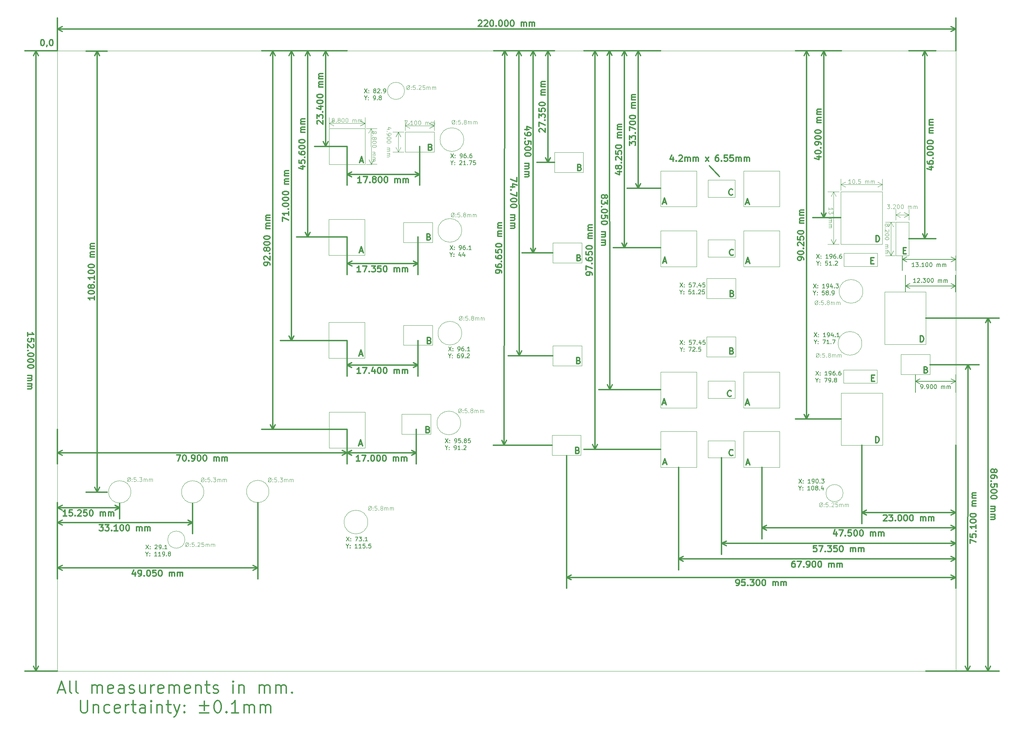
<source format=gbr>
G04 #@! TF.FileFunction,Other,ECO1*
%FSLAX46Y46*%
G04 Gerber Fmt 4.6, Leading zero omitted, Abs format (unit mm)*
G04 Created by KiCad (PCBNEW 4.0.7) date 11/17/17 16:35:02*
%MOMM*%
%LPD*%
G01*
G04 APERTURE LIST*
%ADD10C,0.100000*%
%ADD11C,0.300000*%
%ADD12C,0.200000*%
G04 APERTURE END LIST*
D10*
D11*
X38207143Y-181400000D02*
X39635714Y-181400000D01*
X37921428Y-182257143D02*
X38921428Y-179257143D01*
X39921428Y-182257143D01*
X41350000Y-182257143D02*
X41064286Y-182114286D01*
X40921429Y-181828571D01*
X40921429Y-179257143D01*
X42921429Y-182257143D02*
X42635715Y-182114286D01*
X42492858Y-181828571D01*
X42492858Y-179257143D01*
X46350001Y-182257143D02*
X46350001Y-180257143D01*
X46350001Y-180542857D02*
X46492858Y-180400000D01*
X46778572Y-180257143D01*
X47207144Y-180257143D01*
X47492858Y-180400000D01*
X47635715Y-180685714D01*
X47635715Y-182257143D01*
X47635715Y-180685714D02*
X47778572Y-180400000D01*
X48064286Y-180257143D01*
X48492858Y-180257143D01*
X48778572Y-180400000D01*
X48921429Y-180685714D01*
X48921429Y-182257143D01*
X51492858Y-182114286D02*
X51207144Y-182257143D01*
X50635715Y-182257143D01*
X50350001Y-182114286D01*
X50207144Y-181828571D01*
X50207144Y-180685714D01*
X50350001Y-180400000D01*
X50635715Y-180257143D01*
X51207144Y-180257143D01*
X51492858Y-180400000D01*
X51635715Y-180685714D01*
X51635715Y-180971429D01*
X50207144Y-181257143D01*
X54207144Y-182257143D02*
X54207144Y-180685714D01*
X54064287Y-180400000D01*
X53778573Y-180257143D01*
X53207144Y-180257143D01*
X52921430Y-180400000D01*
X54207144Y-182114286D02*
X53921430Y-182257143D01*
X53207144Y-182257143D01*
X52921430Y-182114286D01*
X52778573Y-181828571D01*
X52778573Y-181542857D01*
X52921430Y-181257143D01*
X53207144Y-181114286D01*
X53921430Y-181114286D01*
X54207144Y-180971429D01*
X55492859Y-182114286D02*
X55778573Y-182257143D01*
X56350001Y-182257143D01*
X56635716Y-182114286D01*
X56778573Y-181828571D01*
X56778573Y-181685714D01*
X56635716Y-181400000D01*
X56350001Y-181257143D01*
X55921430Y-181257143D01*
X55635716Y-181114286D01*
X55492859Y-180828571D01*
X55492859Y-180685714D01*
X55635716Y-180400000D01*
X55921430Y-180257143D01*
X56350001Y-180257143D01*
X56635716Y-180400000D01*
X59350001Y-180257143D02*
X59350001Y-182257143D01*
X58064287Y-180257143D02*
X58064287Y-181828571D01*
X58207144Y-182114286D01*
X58492858Y-182257143D01*
X58921430Y-182257143D01*
X59207144Y-182114286D01*
X59350001Y-181971429D01*
X60778573Y-182257143D02*
X60778573Y-180257143D01*
X60778573Y-180828571D02*
X60921430Y-180542857D01*
X61064287Y-180400000D01*
X61350001Y-180257143D01*
X61635716Y-180257143D01*
X63778573Y-182114286D02*
X63492859Y-182257143D01*
X62921430Y-182257143D01*
X62635716Y-182114286D01*
X62492859Y-181828571D01*
X62492859Y-180685714D01*
X62635716Y-180400000D01*
X62921430Y-180257143D01*
X63492859Y-180257143D01*
X63778573Y-180400000D01*
X63921430Y-180685714D01*
X63921430Y-180971429D01*
X62492859Y-181257143D01*
X65207145Y-182257143D02*
X65207145Y-180257143D01*
X65207145Y-180542857D02*
X65350002Y-180400000D01*
X65635716Y-180257143D01*
X66064288Y-180257143D01*
X66350002Y-180400000D01*
X66492859Y-180685714D01*
X66492859Y-182257143D01*
X66492859Y-180685714D02*
X66635716Y-180400000D01*
X66921430Y-180257143D01*
X67350002Y-180257143D01*
X67635716Y-180400000D01*
X67778573Y-180685714D01*
X67778573Y-182257143D01*
X70350002Y-182114286D02*
X70064288Y-182257143D01*
X69492859Y-182257143D01*
X69207145Y-182114286D01*
X69064288Y-181828571D01*
X69064288Y-180685714D01*
X69207145Y-180400000D01*
X69492859Y-180257143D01*
X70064288Y-180257143D01*
X70350002Y-180400000D01*
X70492859Y-180685714D01*
X70492859Y-180971429D01*
X69064288Y-181257143D01*
X71778574Y-180257143D02*
X71778574Y-182257143D01*
X71778574Y-180542857D02*
X71921431Y-180400000D01*
X72207145Y-180257143D01*
X72635717Y-180257143D01*
X72921431Y-180400000D01*
X73064288Y-180685714D01*
X73064288Y-182257143D01*
X74064288Y-180257143D02*
X75207145Y-180257143D01*
X74492860Y-179257143D02*
X74492860Y-181828571D01*
X74635717Y-182114286D01*
X74921431Y-182257143D01*
X75207145Y-182257143D01*
X76064289Y-182114286D02*
X76350003Y-182257143D01*
X76921431Y-182257143D01*
X77207146Y-182114286D01*
X77350003Y-181828571D01*
X77350003Y-181685714D01*
X77207146Y-181400000D01*
X76921431Y-181257143D01*
X76492860Y-181257143D01*
X76207146Y-181114286D01*
X76064289Y-180828571D01*
X76064289Y-180685714D01*
X76207146Y-180400000D01*
X76492860Y-180257143D01*
X76921431Y-180257143D01*
X77207146Y-180400000D01*
X80921431Y-182257143D02*
X80921431Y-180257143D01*
X80921431Y-179257143D02*
X80778574Y-179400000D01*
X80921431Y-179542857D01*
X81064288Y-179400000D01*
X80921431Y-179257143D01*
X80921431Y-179542857D01*
X82350002Y-180257143D02*
X82350002Y-182257143D01*
X82350002Y-180542857D02*
X82492859Y-180400000D01*
X82778573Y-180257143D01*
X83207145Y-180257143D01*
X83492859Y-180400000D01*
X83635716Y-180685714D01*
X83635716Y-182257143D01*
X87350002Y-182257143D02*
X87350002Y-180257143D01*
X87350002Y-180542857D02*
X87492859Y-180400000D01*
X87778573Y-180257143D01*
X88207145Y-180257143D01*
X88492859Y-180400000D01*
X88635716Y-180685714D01*
X88635716Y-182257143D01*
X88635716Y-180685714D02*
X88778573Y-180400000D01*
X89064287Y-180257143D01*
X89492859Y-180257143D01*
X89778573Y-180400000D01*
X89921430Y-180685714D01*
X89921430Y-182257143D01*
X91350002Y-182257143D02*
X91350002Y-180257143D01*
X91350002Y-180542857D02*
X91492859Y-180400000D01*
X91778573Y-180257143D01*
X92207145Y-180257143D01*
X92492859Y-180400000D01*
X92635716Y-180685714D01*
X92635716Y-182257143D01*
X92635716Y-180685714D02*
X92778573Y-180400000D01*
X93064287Y-180257143D01*
X93492859Y-180257143D01*
X93778573Y-180400000D01*
X93921430Y-180685714D01*
X93921430Y-182257143D01*
X95350002Y-181971429D02*
X95492859Y-182114286D01*
X95350002Y-182257143D01*
X95207145Y-182114286D01*
X95350002Y-181971429D01*
X95350002Y-182257143D01*
X43564286Y-184057143D02*
X43564286Y-186485714D01*
X43707143Y-186771429D01*
X43850000Y-186914286D01*
X44135714Y-187057143D01*
X44707143Y-187057143D01*
X44992857Y-186914286D01*
X45135714Y-186771429D01*
X45278571Y-186485714D01*
X45278571Y-184057143D01*
X46707143Y-185057143D02*
X46707143Y-187057143D01*
X46707143Y-185342857D02*
X46850000Y-185200000D01*
X47135714Y-185057143D01*
X47564286Y-185057143D01*
X47850000Y-185200000D01*
X47992857Y-185485714D01*
X47992857Y-187057143D01*
X50707143Y-186914286D02*
X50421429Y-187057143D01*
X49850000Y-187057143D01*
X49564286Y-186914286D01*
X49421429Y-186771429D01*
X49278572Y-186485714D01*
X49278572Y-185628571D01*
X49421429Y-185342857D01*
X49564286Y-185200000D01*
X49850000Y-185057143D01*
X50421429Y-185057143D01*
X50707143Y-185200000D01*
X53135715Y-186914286D02*
X52850001Y-187057143D01*
X52278572Y-187057143D01*
X51992858Y-186914286D01*
X51850001Y-186628571D01*
X51850001Y-185485714D01*
X51992858Y-185200000D01*
X52278572Y-185057143D01*
X52850001Y-185057143D01*
X53135715Y-185200000D01*
X53278572Y-185485714D01*
X53278572Y-185771429D01*
X51850001Y-186057143D01*
X54564287Y-187057143D02*
X54564287Y-185057143D01*
X54564287Y-185628571D02*
X54707144Y-185342857D01*
X54850001Y-185200000D01*
X55135715Y-185057143D01*
X55421430Y-185057143D01*
X55992858Y-185057143D02*
X57135715Y-185057143D01*
X56421430Y-184057143D02*
X56421430Y-186628571D01*
X56564287Y-186914286D01*
X56850001Y-187057143D01*
X57135715Y-187057143D01*
X59421430Y-187057143D02*
X59421430Y-185485714D01*
X59278573Y-185200000D01*
X58992859Y-185057143D01*
X58421430Y-185057143D01*
X58135716Y-185200000D01*
X59421430Y-186914286D02*
X59135716Y-187057143D01*
X58421430Y-187057143D01*
X58135716Y-186914286D01*
X57992859Y-186628571D01*
X57992859Y-186342857D01*
X58135716Y-186057143D01*
X58421430Y-185914286D01*
X59135716Y-185914286D01*
X59421430Y-185771429D01*
X60850002Y-187057143D02*
X60850002Y-185057143D01*
X60850002Y-184057143D02*
X60707145Y-184200000D01*
X60850002Y-184342857D01*
X60992859Y-184200000D01*
X60850002Y-184057143D01*
X60850002Y-184342857D01*
X62278573Y-185057143D02*
X62278573Y-187057143D01*
X62278573Y-185342857D02*
X62421430Y-185200000D01*
X62707144Y-185057143D01*
X63135716Y-185057143D01*
X63421430Y-185200000D01*
X63564287Y-185485714D01*
X63564287Y-187057143D01*
X64564287Y-185057143D02*
X65707144Y-185057143D01*
X64992859Y-184057143D02*
X64992859Y-186628571D01*
X65135716Y-186914286D01*
X65421430Y-187057143D01*
X65707144Y-187057143D01*
X66421430Y-185057143D02*
X67135716Y-187057143D01*
X67850002Y-185057143D02*
X67135716Y-187057143D01*
X66850002Y-187771429D01*
X66707145Y-187914286D01*
X66421430Y-188057143D01*
X68992859Y-186771429D02*
X69135716Y-186914286D01*
X68992859Y-187057143D01*
X68850002Y-186914286D01*
X68992859Y-186771429D01*
X68992859Y-187057143D01*
X68992859Y-185200000D02*
X69135716Y-185342857D01*
X68992859Y-185485714D01*
X68850002Y-185342857D01*
X68992859Y-185200000D01*
X68992859Y-185485714D01*
X72707144Y-185342857D02*
X74992858Y-185342857D01*
X73850001Y-186485714D02*
X73850001Y-184200000D01*
X74992858Y-187057143D02*
X72707144Y-187057143D01*
X76992858Y-184057143D02*
X77278573Y-184057143D01*
X77564287Y-184200000D01*
X77707144Y-184342857D01*
X77850001Y-184628571D01*
X77992858Y-185200000D01*
X77992858Y-185914286D01*
X77850001Y-186485714D01*
X77707144Y-186771429D01*
X77564287Y-186914286D01*
X77278573Y-187057143D01*
X76992858Y-187057143D01*
X76707144Y-186914286D01*
X76564287Y-186771429D01*
X76421430Y-186485714D01*
X76278573Y-185914286D01*
X76278573Y-185200000D01*
X76421430Y-184628571D01*
X76564287Y-184342857D01*
X76707144Y-184200000D01*
X76992858Y-184057143D01*
X79278573Y-186771429D02*
X79421430Y-186914286D01*
X79278573Y-187057143D01*
X79135716Y-186914286D01*
X79278573Y-186771429D01*
X79278573Y-187057143D01*
X82278572Y-187057143D02*
X80564287Y-187057143D01*
X81421429Y-187057143D02*
X81421429Y-184057143D01*
X81135715Y-184485714D01*
X80850001Y-184771429D01*
X80564287Y-184914286D01*
X83564287Y-187057143D02*
X83564287Y-185057143D01*
X83564287Y-185342857D02*
X83707144Y-185200000D01*
X83992858Y-185057143D01*
X84421430Y-185057143D01*
X84707144Y-185200000D01*
X84850001Y-185485714D01*
X84850001Y-187057143D01*
X84850001Y-185485714D02*
X84992858Y-185200000D01*
X85278572Y-185057143D01*
X85707144Y-185057143D01*
X85992858Y-185200000D01*
X86135715Y-185485714D01*
X86135715Y-187057143D01*
X87564287Y-187057143D02*
X87564287Y-185057143D01*
X87564287Y-185342857D02*
X87707144Y-185200000D01*
X87992858Y-185057143D01*
X88421430Y-185057143D01*
X88707144Y-185200000D01*
X88850001Y-185485714D01*
X88850001Y-187057143D01*
X88850001Y-185485714D02*
X88992858Y-185200000D01*
X89278572Y-185057143D01*
X89707144Y-185057143D01*
X89992858Y-185200000D01*
X90135715Y-185485714D01*
X90135715Y-187057143D01*
X245028572Y-73742857D02*
X245528572Y-73742857D01*
X245742858Y-74528571D02*
X245028572Y-74528571D01*
X245028572Y-73028571D01*
X245742858Y-73028571D01*
X237278572Y-104992857D02*
X237778572Y-104992857D01*
X237992858Y-105778571D02*
X237278572Y-105778571D01*
X237278572Y-104278571D01*
X237992858Y-104278571D01*
X237128572Y-76192857D02*
X237628572Y-76192857D01*
X237842858Y-76978571D02*
X237128572Y-76978571D01*
X237128572Y-75478571D01*
X237842858Y-75478571D01*
X238357143Y-71578571D02*
X238357143Y-70078571D01*
X238714286Y-70078571D01*
X238928571Y-70150000D01*
X239071429Y-70292857D01*
X239142857Y-70435714D01*
X239214286Y-70721429D01*
X239214286Y-70935714D01*
X239142857Y-71221429D01*
X239071429Y-71364286D01*
X238928571Y-71507143D01*
X238714286Y-71578571D01*
X238357143Y-71578571D01*
X249207143Y-96128571D02*
X249207143Y-94628571D01*
X249564286Y-94628571D01*
X249778571Y-94700000D01*
X249921429Y-94842857D01*
X249992857Y-94985714D01*
X250064286Y-95271429D01*
X250064286Y-95485714D01*
X249992857Y-95771429D01*
X249921429Y-95914286D01*
X249778571Y-96057143D01*
X249564286Y-96128571D01*
X249207143Y-96128571D01*
X238257143Y-120828571D02*
X238257143Y-119328571D01*
X238614286Y-119328571D01*
X238828571Y-119400000D01*
X238971429Y-119542857D01*
X239042857Y-119685714D01*
X239114286Y-119971429D01*
X239114286Y-120185714D01*
X239042857Y-120471429D01*
X238971429Y-120614286D01*
X238828571Y-120757143D01*
X238614286Y-120828571D01*
X238257143Y-120828571D01*
X203314286Y-123885714D02*
X203242857Y-123957143D01*
X203028571Y-124028571D01*
X202885714Y-124028571D01*
X202671429Y-123957143D01*
X202528571Y-123814286D01*
X202457143Y-123671429D01*
X202385714Y-123385714D01*
X202385714Y-123171429D01*
X202457143Y-122885714D01*
X202528571Y-122742857D01*
X202671429Y-122600000D01*
X202885714Y-122528571D01*
X203028571Y-122528571D01*
X203242857Y-122600000D01*
X203314286Y-122671429D01*
X202914286Y-109385714D02*
X202842857Y-109457143D01*
X202628571Y-109528571D01*
X202485714Y-109528571D01*
X202271429Y-109457143D01*
X202128571Y-109314286D01*
X202057143Y-109171429D01*
X201985714Y-108885714D01*
X201985714Y-108671429D01*
X202057143Y-108385714D01*
X202128571Y-108242857D01*
X202271429Y-108100000D01*
X202485714Y-108028571D01*
X202628571Y-108028571D01*
X202842857Y-108100000D01*
X202914286Y-108171429D01*
X203264286Y-60035714D02*
X203192857Y-60107143D01*
X202978571Y-60178571D01*
X202835714Y-60178571D01*
X202621429Y-60107143D01*
X202478571Y-59964286D01*
X202407143Y-59821429D01*
X202335714Y-59535714D01*
X202335714Y-59321429D01*
X202407143Y-59035714D01*
X202478571Y-58892857D01*
X202621429Y-58750000D01*
X202835714Y-58678571D01*
X202978571Y-58678571D01*
X203192857Y-58750000D01*
X203264286Y-58821429D01*
X203414286Y-74785714D02*
X203342857Y-74857143D01*
X203128571Y-74928571D01*
X202985714Y-74928571D01*
X202771429Y-74857143D01*
X202628571Y-74714286D01*
X202557143Y-74571429D01*
X202485714Y-74285714D01*
X202485714Y-74071429D01*
X202557143Y-73785714D01*
X202628571Y-73642857D01*
X202771429Y-73500000D01*
X202985714Y-73428571D01*
X203128571Y-73428571D01*
X203342857Y-73500000D01*
X203414286Y-73571429D01*
X165807143Y-53342857D02*
X166021429Y-53414286D01*
X166092857Y-53485714D01*
X166164286Y-53628571D01*
X166164286Y-53842857D01*
X166092857Y-53985714D01*
X166021429Y-54057143D01*
X165878571Y-54128571D01*
X165307143Y-54128571D01*
X165307143Y-52628571D01*
X165807143Y-52628571D01*
X165950000Y-52700000D01*
X166021429Y-52771429D01*
X166092857Y-52914286D01*
X166092857Y-53057143D01*
X166021429Y-53200000D01*
X165950000Y-53271429D01*
X165807143Y-53342857D01*
X165307143Y-53342857D01*
X165607143Y-75492857D02*
X165821429Y-75564286D01*
X165892857Y-75635714D01*
X165964286Y-75778571D01*
X165964286Y-75992857D01*
X165892857Y-76135714D01*
X165821429Y-76207143D01*
X165678571Y-76278571D01*
X165107143Y-76278571D01*
X165107143Y-74778571D01*
X165607143Y-74778571D01*
X165750000Y-74850000D01*
X165821429Y-74921429D01*
X165892857Y-75064286D01*
X165892857Y-75207143D01*
X165821429Y-75350000D01*
X165750000Y-75421429D01*
X165607143Y-75492857D01*
X165107143Y-75492857D01*
X165557143Y-100692857D02*
X165771429Y-100764286D01*
X165842857Y-100835714D01*
X165914286Y-100978571D01*
X165914286Y-101192857D01*
X165842857Y-101335714D01*
X165771429Y-101407143D01*
X165628571Y-101478571D01*
X165057143Y-101478571D01*
X165057143Y-99978571D01*
X165557143Y-99978571D01*
X165700000Y-100050000D01*
X165771429Y-100121429D01*
X165842857Y-100264286D01*
X165842857Y-100407143D01*
X165771429Y-100550000D01*
X165700000Y-100621429D01*
X165557143Y-100692857D01*
X165057143Y-100692857D01*
X165307143Y-122692857D02*
X165521429Y-122764286D01*
X165592857Y-122835714D01*
X165664286Y-122978571D01*
X165664286Y-123192857D01*
X165592857Y-123335714D01*
X165521429Y-123407143D01*
X165378571Y-123478571D01*
X164807143Y-123478571D01*
X164807143Y-121978571D01*
X165307143Y-121978571D01*
X165450000Y-122050000D01*
X165521429Y-122121429D01*
X165592857Y-122264286D01*
X165592857Y-122407143D01*
X165521429Y-122550000D01*
X165450000Y-122621429D01*
X165307143Y-122692857D01*
X164807143Y-122692857D01*
X203057143Y-98342857D02*
X203271429Y-98414286D01*
X203342857Y-98485714D01*
X203414286Y-98628571D01*
X203414286Y-98842857D01*
X203342857Y-98985714D01*
X203271429Y-99057143D01*
X203128571Y-99128571D01*
X202557143Y-99128571D01*
X202557143Y-97628571D01*
X203057143Y-97628571D01*
X203200000Y-97700000D01*
X203271429Y-97771429D01*
X203342857Y-97914286D01*
X203342857Y-98057143D01*
X203271429Y-98200000D01*
X203200000Y-98271429D01*
X203057143Y-98342857D01*
X202557143Y-98342857D01*
X203107143Y-84242857D02*
X203321429Y-84314286D01*
X203392857Y-84385714D01*
X203464286Y-84528571D01*
X203464286Y-84742857D01*
X203392857Y-84885714D01*
X203321429Y-84957143D01*
X203178571Y-85028571D01*
X202607143Y-85028571D01*
X202607143Y-83528571D01*
X203107143Y-83528571D01*
X203250000Y-83600000D01*
X203321429Y-83671429D01*
X203392857Y-83814286D01*
X203392857Y-83957143D01*
X203321429Y-84100000D01*
X203250000Y-84171429D01*
X203107143Y-84242857D01*
X202607143Y-84242857D01*
X250607143Y-102942857D02*
X250821429Y-103014286D01*
X250892857Y-103085714D01*
X250964286Y-103228571D01*
X250964286Y-103442857D01*
X250892857Y-103585714D01*
X250821429Y-103657143D01*
X250678571Y-103728571D01*
X250107143Y-103728571D01*
X250107143Y-102228571D01*
X250607143Y-102228571D01*
X250750000Y-102300000D01*
X250821429Y-102371429D01*
X250892857Y-102514286D01*
X250892857Y-102657143D01*
X250821429Y-102800000D01*
X250750000Y-102871429D01*
X250607143Y-102942857D01*
X250107143Y-102942857D01*
X128657143Y-117592857D02*
X128871429Y-117664286D01*
X128942857Y-117735714D01*
X129014286Y-117878571D01*
X129014286Y-118092857D01*
X128942857Y-118235714D01*
X128871429Y-118307143D01*
X128728571Y-118378571D01*
X128157143Y-118378571D01*
X128157143Y-116878571D01*
X128657143Y-116878571D01*
X128800000Y-116950000D01*
X128871429Y-117021429D01*
X128942857Y-117164286D01*
X128942857Y-117307143D01*
X128871429Y-117450000D01*
X128800000Y-117521429D01*
X128657143Y-117592857D01*
X128157143Y-117592857D01*
X129007143Y-95792857D02*
X129221429Y-95864286D01*
X129292857Y-95935714D01*
X129364286Y-96078571D01*
X129364286Y-96292857D01*
X129292857Y-96435714D01*
X129221429Y-96507143D01*
X129078571Y-96578571D01*
X128507143Y-96578571D01*
X128507143Y-95078571D01*
X129007143Y-95078571D01*
X129150000Y-95150000D01*
X129221429Y-95221429D01*
X129292857Y-95364286D01*
X129292857Y-95507143D01*
X129221429Y-95650000D01*
X129150000Y-95721429D01*
X129007143Y-95792857D01*
X128507143Y-95792857D01*
X128857143Y-70392857D02*
X129071429Y-70464286D01*
X129142857Y-70535714D01*
X129214286Y-70678571D01*
X129214286Y-70892857D01*
X129142857Y-71035714D01*
X129071429Y-71107143D01*
X128928571Y-71178571D01*
X128357143Y-71178571D01*
X128357143Y-69678571D01*
X128857143Y-69678571D01*
X129000000Y-69750000D01*
X129071429Y-69821429D01*
X129142857Y-69964286D01*
X129142857Y-70107143D01*
X129071429Y-70250000D01*
X129000000Y-70321429D01*
X128857143Y-70392857D01*
X128357143Y-70392857D01*
X129257143Y-48392857D02*
X129471429Y-48464286D01*
X129542857Y-48535714D01*
X129614286Y-48678571D01*
X129614286Y-48892857D01*
X129542857Y-49035714D01*
X129471429Y-49107143D01*
X129328571Y-49178571D01*
X128757143Y-49178571D01*
X128757143Y-47678571D01*
X129257143Y-47678571D01*
X129400000Y-47750000D01*
X129471429Y-47821429D01*
X129542857Y-47964286D01*
X129542857Y-48107143D01*
X129471429Y-48250000D01*
X129400000Y-48321429D01*
X129257143Y-48392857D01*
X128757143Y-48392857D01*
X186192857Y-61950000D02*
X186907143Y-61950000D01*
X186050000Y-62378571D02*
X186550000Y-60878571D01*
X187050000Y-62378571D01*
X206542857Y-62050000D02*
X207257143Y-62050000D01*
X206400000Y-62478571D02*
X206900000Y-60978571D01*
X207400000Y-62478571D01*
X186242857Y-76400000D02*
X186957143Y-76400000D01*
X186100000Y-76828571D02*
X186600000Y-75328571D01*
X187100000Y-76828571D01*
X206592857Y-76500000D02*
X207307143Y-76500000D01*
X206450000Y-76928571D02*
X206950000Y-75428571D01*
X207450000Y-76928571D01*
X186142857Y-111100000D02*
X186857143Y-111100000D01*
X186000000Y-111528571D02*
X186500000Y-110028571D01*
X187000000Y-111528571D01*
X206492857Y-111200000D02*
X207207143Y-111200000D01*
X206350000Y-111628571D02*
X206850000Y-110128571D01*
X207350000Y-111628571D01*
X206642857Y-125900000D02*
X207357143Y-125900000D01*
X206500000Y-126328571D02*
X207000000Y-124828571D01*
X207500000Y-126328571D01*
X186292857Y-125800000D02*
X187007143Y-125800000D01*
X186150000Y-126228571D02*
X186650000Y-124728571D01*
X187150000Y-126228571D01*
X111792857Y-121200000D02*
X112507143Y-121200000D01*
X111650000Y-121628571D02*
X112150000Y-120128571D01*
X112650000Y-121628571D01*
X111842857Y-99200000D02*
X112557143Y-99200000D01*
X111700000Y-99628571D02*
X112200000Y-98128571D01*
X112700000Y-99628571D01*
X111942857Y-73850000D02*
X112657143Y-73850000D01*
X111800000Y-74278571D02*
X112300000Y-72778571D01*
X112800000Y-74278571D01*
X111992857Y-51750000D02*
X112707143Y-51750000D01*
X111850000Y-52178571D02*
X112350000Y-50678571D01*
X112850000Y-52178571D01*
X197600000Y-53000000D02*
X200050000Y-55550000D01*
X188664287Y-50878571D02*
X188664287Y-51878571D01*
X188307144Y-50307143D02*
X187950001Y-51378571D01*
X188878573Y-51378571D01*
X189450001Y-51735714D02*
X189521429Y-51807143D01*
X189450001Y-51878571D01*
X189378572Y-51807143D01*
X189450001Y-51735714D01*
X189450001Y-51878571D01*
X190092858Y-50521429D02*
X190164287Y-50450000D01*
X190307144Y-50378571D01*
X190664287Y-50378571D01*
X190807144Y-50450000D01*
X190878573Y-50521429D01*
X190950001Y-50664286D01*
X190950001Y-50807143D01*
X190878573Y-51021429D01*
X190021430Y-51878571D01*
X190950001Y-51878571D01*
X191592858Y-51878571D02*
X191592858Y-50878571D01*
X191592858Y-51021429D02*
X191664286Y-50950000D01*
X191807144Y-50878571D01*
X192021429Y-50878571D01*
X192164286Y-50950000D01*
X192235715Y-51092857D01*
X192235715Y-51878571D01*
X192235715Y-51092857D02*
X192307144Y-50950000D01*
X192450001Y-50878571D01*
X192664286Y-50878571D01*
X192807144Y-50950000D01*
X192878572Y-51092857D01*
X192878572Y-51878571D01*
X193592858Y-51878571D02*
X193592858Y-50878571D01*
X193592858Y-51021429D02*
X193664286Y-50950000D01*
X193807144Y-50878571D01*
X194021429Y-50878571D01*
X194164286Y-50950000D01*
X194235715Y-51092857D01*
X194235715Y-51878571D01*
X194235715Y-51092857D02*
X194307144Y-50950000D01*
X194450001Y-50878571D01*
X194664286Y-50878571D01*
X194807144Y-50950000D01*
X194878572Y-51092857D01*
X194878572Y-51878571D01*
X196592858Y-51878571D02*
X197378572Y-50878571D01*
X196592858Y-50878571D02*
X197378572Y-51878571D01*
X199735715Y-50378571D02*
X199450001Y-50378571D01*
X199307144Y-50450000D01*
X199235715Y-50521429D01*
X199092858Y-50735714D01*
X199021429Y-51021429D01*
X199021429Y-51592857D01*
X199092858Y-51735714D01*
X199164286Y-51807143D01*
X199307144Y-51878571D01*
X199592858Y-51878571D01*
X199735715Y-51807143D01*
X199807144Y-51735714D01*
X199878572Y-51592857D01*
X199878572Y-51235714D01*
X199807144Y-51092857D01*
X199735715Y-51021429D01*
X199592858Y-50950000D01*
X199307144Y-50950000D01*
X199164286Y-51021429D01*
X199092858Y-51092857D01*
X199021429Y-51235714D01*
X200521429Y-51735714D02*
X200592857Y-51807143D01*
X200521429Y-51878571D01*
X200450000Y-51807143D01*
X200521429Y-51735714D01*
X200521429Y-51878571D01*
X201950001Y-50378571D02*
X201235715Y-50378571D01*
X201164286Y-51092857D01*
X201235715Y-51021429D01*
X201378572Y-50950000D01*
X201735715Y-50950000D01*
X201878572Y-51021429D01*
X201950001Y-51092857D01*
X202021429Y-51235714D01*
X202021429Y-51592857D01*
X201950001Y-51735714D01*
X201878572Y-51807143D01*
X201735715Y-51878571D01*
X201378572Y-51878571D01*
X201235715Y-51807143D01*
X201164286Y-51735714D01*
X203378572Y-50378571D02*
X202664286Y-50378571D01*
X202592857Y-51092857D01*
X202664286Y-51021429D01*
X202807143Y-50950000D01*
X203164286Y-50950000D01*
X203307143Y-51021429D01*
X203378572Y-51092857D01*
X203450000Y-51235714D01*
X203450000Y-51592857D01*
X203378572Y-51735714D01*
X203307143Y-51807143D01*
X203164286Y-51878571D01*
X202807143Y-51878571D01*
X202664286Y-51807143D01*
X202592857Y-51735714D01*
X204092857Y-51878571D02*
X204092857Y-50878571D01*
X204092857Y-51021429D02*
X204164285Y-50950000D01*
X204307143Y-50878571D01*
X204521428Y-50878571D01*
X204664285Y-50950000D01*
X204735714Y-51092857D01*
X204735714Y-51878571D01*
X204735714Y-51092857D02*
X204807143Y-50950000D01*
X204950000Y-50878571D01*
X205164285Y-50878571D01*
X205307143Y-50950000D01*
X205378571Y-51092857D01*
X205378571Y-51878571D01*
X206092857Y-51878571D02*
X206092857Y-50878571D01*
X206092857Y-51021429D02*
X206164285Y-50950000D01*
X206307143Y-50878571D01*
X206521428Y-50878571D01*
X206664285Y-50950000D01*
X206735714Y-51092857D01*
X206735714Y-51878571D01*
X206735714Y-51092857D02*
X206807143Y-50950000D01*
X206950000Y-50878571D01*
X207164285Y-50878571D01*
X207307143Y-50950000D01*
X207378571Y-51092857D01*
X207378571Y-51878571D01*
D10*
X230300033Y-133200000D02*
G75*
G03X230300033Y-133200000I-2100033J0D01*
G01*
D12*
X219492857Y-129752381D02*
X220159524Y-130752381D01*
X220159524Y-129752381D02*
X219492857Y-130752381D01*
X220540476Y-130657143D02*
X220588095Y-130704762D01*
X220540476Y-130752381D01*
X220492857Y-130704762D01*
X220540476Y-130657143D01*
X220540476Y-130752381D01*
X220540476Y-130133333D02*
X220588095Y-130180952D01*
X220540476Y-130228571D01*
X220492857Y-130180952D01*
X220540476Y-130133333D01*
X220540476Y-130228571D01*
X222302381Y-130752381D02*
X221730952Y-130752381D01*
X222016666Y-130752381D02*
X222016666Y-129752381D01*
X221921428Y-129895238D01*
X221826190Y-129990476D01*
X221730952Y-130038095D01*
X222778571Y-130752381D02*
X222969047Y-130752381D01*
X223064286Y-130704762D01*
X223111905Y-130657143D01*
X223207143Y-130514286D01*
X223254762Y-130323810D01*
X223254762Y-129942857D01*
X223207143Y-129847619D01*
X223159524Y-129800000D01*
X223064286Y-129752381D01*
X222873809Y-129752381D01*
X222778571Y-129800000D01*
X222730952Y-129847619D01*
X222683333Y-129942857D01*
X222683333Y-130180952D01*
X222730952Y-130276190D01*
X222778571Y-130323810D01*
X222873809Y-130371429D01*
X223064286Y-130371429D01*
X223159524Y-130323810D01*
X223207143Y-130276190D01*
X223254762Y-130180952D01*
X223873809Y-129752381D02*
X223969048Y-129752381D01*
X224064286Y-129800000D01*
X224111905Y-129847619D01*
X224159524Y-129942857D01*
X224207143Y-130133333D01*
X224207143Y-130371429D01*
X224159524Y-130561905D01*
X224111905Y-130657143D01*
X224064286Y-130704762D01*
X223969048Y-130752381D01*
X223873809Y-130752381D01*
X223778571Y-130704762D01*
X223730952Y-130657143D01*
X223683333Y-130561905D01*
X223635714Y-130371429D01*
X223635714Y-130133333D01*
X223683333Y-129942857D01*
X223730952Y-129847619D01*
X223778571Y-129800000D01*
X223873809Y-129752381D01*
X224635714Y-130657143D02*
X224683333Y-130704762D01*
X224635714Y-130752381D01*
X224588095Y-130704762D01*
X224635714Y-130657143D01*
X224635714Y-130752381D01*
X225016666Y-129752381D02*
X225635714Y-129752381D01*
X225302380Y-130133333D01*
X225445238Y-130133333D01*
X225540476Y-130180952D01*
X225588095Y-130228571D01*
X225635714Y-130323810D01*
X225635714Y-130561905D01*
X225588095Y-130657143D01*
X225540476Y-130704762D01*
X225445238Y-130752381D01*
X225159523Y-130752381D01*
X225064285Y-130704762D01*
X225016666Y-130657143D01*
X219778571Y-131976190D02*
X219778571Y-132452381D01*
X219445238Y-131452381D02*
X219778571Y-131976190D01*
X220111905Y-131452381D01*
X220445238Y-132357143D02*
X220492857Y-132404762D01*
X220445238Y-132452381D01*
X220397619Y-132404762D01*
X220445238Y-132357143D01*
X220445238Y-132452381D01*
X220445238Y-131833333D02*
X220492857Y-131880952D01*
X220445238Y-131928571D01*
X220397619Y-131880952D01*
X220445238Y-131833333D01*
X220445238Y-131928571D01*
X222207143Y-132452381D02*
X221635714Y-132452381D01*
X221921428Y-132452381D02*
X221921428Y-131452381D01*
X221826190Y-131595238D01*
X221730952Y-131690476D01*
X221635714Y-131738095D01*
X222826190Y-131452381D02*
X222921429Y-131452381D01*
X223016667Y-131500000D01*
X223064286Y-131547619D01*
X223111905Y-131642857D01*
X223159524Y-131833333D01*
X223159524Y-132071429D01*
X223111905Y-132261905D01*
X223064286Y-132357143D01*
X223016667Y-132404762D01*
X222921429Y-132452381D01*
X222826190Y-132452381D01*
X222730952Y-132404762D01*
X222683333Y-132357143D01*
X222635714Y-132261905D01*
X222588095Y-132071429D01*
X222588095Y-131833333D01*
X222635714Y-131642857D01*
X222683333Y-131547619D01*
X222730952Y-131500000D01*
X222826190Y-131452381D01*
X223730952Y-131880952D02*
X223635714Y-131833333D01*
X223588095Y-131785714D01*
X223540476Y-131690476D01*
X223540476Y-131642857D01*
X223588095Y-131547619D01*
X223635714Y-131500000D01*
X223730952Y-131452381D01*
X223921429Y-131452381D01*
X224016667Y-131500000D01*
X224064286Y-131547619D01*
X224111905Y-131642857D01*
X224111905Y-131690476D01*
X224064286Y-131785714D01*
X224016667Y-131833333D01*
X223921429Y-131880952D01*
X223730952Y-131880952D01*
X223635714Y-131928571D01*
X223588095Y-131976190D01*
X223540476Y-132071429D01*
X223540476Y-132261905D01*
X223588095Y-132357143D01*
X223635714Y-132404762D01*
X223730952Y-132452381D01*
X223921429Y-132452381D01*
X224016667Y-132404762D01*
X224064286Y-132357143D01*
X224111905Y-132261905D01*
X224111905Y-132071429D01*
X224064286Y-131976190D01*
X224016667Y-131928571D01*
X223921429Y-131880952D01*
X224540476Y-132357143D02*
X224588095Y-132404762D01*
X224540476Y-132452381D01*
X224492857Y-132404762D01*
X224540476Y-132357143D01*
X224540476Y-132452381D01*
X225445238Y-131785714D02*
X225445238Y-132452381D01*
X225207142Y-131404762D02*
X224969047Y-132119048D01*
X225588095Y-132119048D01*
D10*
X225242858Y-135552381D02*
X224480953Y-136552381D01*
X224766667Y-136552381D02*
X224671429Y-136504762D01*
X224576191Y-136409524D01*
X224528572Y-136219048D01*
X224528572Y-135885714D01*
X224576191Y-135695238D01*
X224671429Y-135600000D01*
X224766667Y-135552381D01*
X224957144Y-135552381D01*
X225052382Y-135600000D01*
X225147620Y-135695238D01*
X225195239Y-135885714D01*
X225195239Y-136219048D01*
X225147620Y-136409524D01*
X225052382Y-136504762D01*
X224957144Y-136552381D01*
X224766667Y-136552381D01*
X225623810Y-136457143D02*
X225671429Y-136504762D01*
X225623810Y-136552381D01*
X225576191Y-136504762D01*
X225623810Y-136457143D01*
X225623810Y-136552381D01*
X225623810Y-135933333D02*
X225671429Y-135980952D01*
X225623810Y-136028571D01*
X225576191Y-135980952D01*
X225623810Y-135933333D01*
X225623810Y-136028571D01*
X226576191Y-135552381D02*
X226100000Y-135552381D01*
X226052381Y-136028571D01*
X226100000Y-135980952D01*
X226195238Y-135933333D01*
X226433334Y-135933333D01*
X226528572Y-135980952D01*
X226576191Y-136028571D01*
X226623810Y-136123810D01*
X226623810Y-136361905D01*
X226576191Y-136457143D01*
X226528572Y-136504762D01*
X226433334Y-136552381D01*
X226195238Y-136552381D01*
X226100000Y-136504762D01*
X226052381Y-136457143D01*
X227052381Y-136457143D02*
X227100000Y-136504762D01*
X227052381Y-136552381D01*
X227004762Y-136504762D01*
X227052381Y-136457143D01*
X227052381Y-136552381D01*
X227480952Y-135647619D02*
X227528571Y-135600000D01*
X227623809Y-135552381D01*
X227861905Y-135552381D01*
X227957143Y-135600000D01*
X228004762Y-135647619D01*
X228052381Y-135742857D01*
X228052381Y-135838095D01*
X228004762Y-135980952D01*
X227433333Y-136552381D01*
X228052381Y-136552381D01*
X228957143Y-135552381D02*
X228480952Y-135552381D01*
X228433333Y-136028571D01*
X228480952Y-135980952D01*
X228576190Y-135933333D01*
X228814286Y-135933333D01*
X228909524Y-135980952D01*
X228957143Y-136028571D01*
X229004762Y-136123810D01*
X229004762Y-136361905D01*
X228957143Y-136457143D01*
X228909524Y-136504762D01*
X228814286Y-136552381D01*
X228576190Y-136552381D01*
X228480952Y-136504762D01*
X228433333Y-136457143D01*
X229433333Y-136552381D02*
X229433333Y-135885714D01*
X229433333Y-135980952D02*
X229480952Y-135933333D01*
X229576190Y-135885714D01*
X229719048Y-135885714D01*
X229814286Y-135933333D01*
X229861905Y-136028571D01*
X229861905Y-136552381D01*
X229861905Y-136028571D02*
X229909524Y-135933333D01*
X230004762Y-135885714D01*
X230147619Y-135885714D01*
X230242857Y-135933333D01*
X230290476Y-136028571D01*
X230290476Y-136552381D01*
X230766666Y-136552381D02*
X230766666Y-135885714D01*
X230766666Y-135980952D02*
X230814285Y-135933333D01*
X230909523Y-135885714D01*
X231052381Y-135885714D01*
X231147619Y-135933333D01*
X231195238Y-136028571D01*
X231195238Y-136552381D01*
X231195238Y-136028571D02*
X231242857Y-135933333D01*
X231338095Y-135885714D01*
X231480952Y-135885714D01*
X231576190Y-135933333D01*
X231623809Y-136028571D01*
X231623809Y-136552381D01*
X122900033Y-34600000D02*
G75*
G03X122900033Y-34600000I-2100033J0D01*
G01*
X124142858Y-33252381D02*
X123380953Y-34252381D01*
X123666667Y-34252381D02*
X123571429Y-34204762D01*
X123476191Y-34109524D01*
X123428572Y-33919048D01*
X123428572Y-33585714D01*
X123476191Y-33395238D01*
X123571429Y-33300000D01*
X123666667Y-33252381D01*
X123857144Y-33252381D01*
X123952382Y-33300000D01*
X124047620Y-33395238D01*
X124095239Y-33585714D01*
X124095239Y-33919048D01*
X124047620Y-34109524D01*
X123952382Y-34204762D01*
X123857144Y-34252381D01*
X123666667Y-34252381D01*
X124523810Y-34157143D02*
X124571429Y-34204762D01*
X124523810Y-34252381D01*
X124476191Y-34204762D01*
X124523810Y-34157143D01*
X124523810Y-34252381D01*
X124523810Y-33633333D02*
X124571429Y-33680952D01*
X124523810Y-33728571D01*
X124476191Y-33680952D01*
X124523810Y-33633333D01*
X124523810Y-33728571D01*
X125476191Y-33252381D02*
X125000000Y-33252381D01*
X124952381Y-33728571D01*
X125000000Y-33680952D01*
X125095238Y-33633333D01*
X125333334Y-33633333D01*
X125428572Y-33680952D01*
X125476191Y-33728571D01*
X125523810Y-33823810D01*
X125523810Y-34061905D01*
X125476191Y-34157143D01*
X125428572Y-34204762D01*
X125333334Y-34252381D01*
X125095238Y-34252381D01*
X125000000Y-34204762D01*
X124952381Y-34157143D01*
X125952381Y-34157143D02*
X126000000Y-34204762D01*
X125952381Y-34252381D01*
X125904762Y-34204762D01*
X125952381Y-34157143D01*
X125952381Y-34252381D01*
X126380952Y-33347619D02*
X126428571Y-33300000D01*
X126523809Y-33252381D01*
X126761905Y-33252381D01*
X126857143Y-33300000D01*
X126904762Y-33347619D01*
X126952381Y-33442857D01*
X126952381Y-33538095D01*
X126904762Y-33680952D01*
X126333333Y-34252381D01*
X126952381Y-34252381D01*
X127857143Y-33252381D02*
X127380952Y-33252381D01*
X127333333Y-33728571D01*
X127380952Y-33680952D01*
X127476190Y-33633333D01*
X127714286Y-33633333D01*
X127809524Y-33680952D01*
X127857143Y-33728571D01*
X127904762Y-33823810D01*
X127904762Y-34061905D01*
X127857143Y-34157143D01*
X127809524Y-34204762D01*
X127714286Y-34252381D01*
X127476190Y-34252381D01*
X127380952Y-34204762D01*
X127333333Y-34157143D01*
X128333333Y-34252381D02*
X128333333Y-33585714D01*
X128333333Y-33680952D02*
X128380952Y-33633333D01*
X128476190Y-33585714D01*
X128619048Y-33585714D01*
X128714286Y-33633333D01*
X128761905Y-33728571D01*
X128761905Y-34252381D01*
X128761905Y-33728571D02*
X128809524Y-33633333D01*
X128904762Y-33585714D01*
X129047619Y-33585714D01*
X129142857Y-33633333D01*
X129190476Y-33728571D01*
X129190476Y-34252381D01*
X129666666Y-34252381D02*
X129666666Y-33585714D01*
X129666666Y-33680952D02*
X129714285Y-33633333D01*
X129809523Y-33585714D01*
X129952381Y-33585714D01*
X130047619Y-33633333D01*
X130095238Y-33728571D01*
X130095238Y-34252381D01*
X130095238Y-33728571D02*
X130142857Y-33633333D01*
X130238095Y-33585714D01*
X130380952Y-33585714D01*
X130476190Y-33633333D01*
X130523809Y-33728571D01*
X130523809Y-34252381D01*
D12*
X113092857Y-34102381D02*
X113759524Y-35102381D01*
X113759524Y-34102381D02*
X113092857Y-35102381D01*
X114140476Y-35007143D02*
X114188095Y-35054762D01*
X114140476Y-35102381D01*
X114092857Y-35054762D01*
X114140476Y-35007143D01*
X114140476Y-35102381D01*
X114140476Y-34483333D02*
X114188095Y-34530952D01*
X114140476Y-34578571D01*
X114092857Y-34530952D01*
X114140476Y-34483333D01*
X114140476Y-34578571D01*
X115521428Y-34530952D02*
X115426190Y-34483333D01*
X115378571Y-34435714D01*
X115330952Y-34340476D01*
X115330952Y-34292857D01*
X115378571Y-34197619D01*
X115426190Y-34150000D01*
X115521428Y-34102381D01*
X115711905Y-34102381D01*
X115807143Y-34150000D01*
X115854762Y-34197619D01*
X115902381Y-34292857D01*
X115902381Y-34340476D01*
X115854762Y-34435714D01*
X115807143Y-34483333D01*
X115711905Y-34530952D01*
X115521428Y-34530952D01*
X115426190Y-34578571D01*
X115378571Y-34626190D01*
X115330952Y-34721429D01*
X115330952Y-34911905D01*
X115378571Y-35007143D01*
X115426190Y-35054762D01*
X115521428Y-35102381D01*
X115711905Y-35102381D01*
X115807143Y-35054762D01*
X115854762Y-35007143D01*
X115902381Y-34911905D01*
X115902381Y-34721429D01*
X115854762Y-34626190D01*
X115807143Y-34578571D01*
X115711905Y-34530952D01*
X116283333Y-34197619D02*
X116330952Y-34150000D01*
X116426190Y-34102381D01*
X116664286Y-34102381D01*
X116759524Y-34150000D01*
X116807143Y-34197619D01*
X116854762Y-34292857D01*
X116854762Y-34388095D01*
X116807143Y-34530952D01*
X116235714Y-35102381D01*
X116854762Y-35102381D01*
X117283333Y-35007143D02*
X117330952Y-35054762D01*
X117283333Y-35102381D01*
X117235714Y-35054762D01*
X117283333Y-35007143D01*
X117283333Y-35102381D01*
X117807142Y-35102381D02*
X117997618Y-35102381D01*
X118092857Y-35054762D01*
X118140476Y-35007143D01*
X118235714Y-34864286D01*
X118283333Y-34673810D01*
X118283333Y-34292857D01*
X118235714Y-34197619D01*
X118188095Y-34150000D01*
X118092857Y-34102381D01*
X117902380Y-34102381D01*
X117807142Y-34150000D01*
X117759523Y-34197619D01*
X117711904Y-34292857D01*
X117711904Y-34530952D01*
X117759523Y-34626190D01*
X117807142Y-34673810D01*
X117902380Y-34721429D01*
X118092857Y-34721429D01*
X118188095Y-34673810D01*
X118235714Y-34626190D01*
X118283333Y-34530952D01*
X113378571Y-36326190D02*
X113378571Y-36802381D01*
X113045238Y-35802381D02*
X113378571Y-36326190D01*
X113711905Y-35802381D01*
X114045238Y-36707143D02*
X114092857Y-36754762D01*
X114045238Y-36802381D01*
X113997619Y-36754762D01*
X114045238Y-36707143D01*
X114045238Y-36802381D01*
X114045238Y-36183333D02*
X114092857Y-36230952D01*
X114045238Y-36278571D01*
X113997619Y-36230952D01*
X114045238Y-36183333D01*
X114045238Y-36278571D01*
X115330952Y-36802381D02*
X115521428Y-36802381D01*
X115616667Y-36754762D01*
X115664286Y-36707143D01*
X115759524Y-36564286D01*
X115807143Y-36373810D01*
X115807143Y-35992857D01*
X115759524Y-35897619D01*
X115711905Y-35850000D01*
X115616667Y-35802381D01*
X115426190Y-35802381D01*
X115330952Y-35850000D01*
X115283333Y-35897619D01*
X115235714Y-35992857D01*
X115235714Y-36230952D01*
X115283333Y-36326190D01*
X115330952Y-36373810D01*
X115426190Y-36421429D01*
X115616667Y-36421429D01*
X115711905Y-36373810D01*
X115759524Y-36326190D01*
X115807143Y-36230952D01*
X116235714Y-36707143D02*
X116283333Y-36754762D01*
X116235714Y-36802381D01*
X116188095Y-36754762D01*
X116235714Y-36707143D01*
X116235714Y-36802381D01*
X116854761Y-36230952D02*
X116759523Y-36183333D01*
X116711904Y-36135714D01*
X116664285Y-36040476D01*
X116664285Y-35992857D01*
X116711904Y-35897619D01*
X116759523Y-35850000D01*
X116854761Y-35802381D01*
X117045238Y-35802381D01*
X117140476Y-35850000D01*
X117188095Y-35897619D01*
X117235714Y-35992857D01*
X117235714Y-36040476D01*
X117188095Y-36135714D01*
X117140476Y-36183333D01*
X117045238Y-36230952D01*
X116854761Y-36230952D01*
X116759523Y-36278571D01*
X116711904Y-36326190D01*
X116664285Y-36421429D01*
X116664285Y-36611905D01*
X116711904Y-36707143D01*
X116759523Y-36754762D01*
X116854761Y-36802381D01*
X117045238Y-36802381D01*
X117140476Y-36754762D01*
X117188095Y-36707143D01*
X117235714Y-36611905D01*
X117235714Y-36421429D01*
X117188095Y-36326190D01*
X117140476Y-36278571D01*
X117045238Y-36230952D01*
X59542857Y-145902381D02*
X60209524Y-146902381D01*
X60209524Y-145902381D02*
X59542857Y-146902381D01*
X60590476Y-146807143D02*
X60638095Y-146854762D01*
X60590476Y-146902381D01*
X60542857Y-146854762D01*
X60590476Y-146807143D01*
X60590476Y-146902381D01*
X60590476Y-146283333D02*
X60638095Y-146330952D01*
X60590476Y-146378571D01*
X60542857Y-146330952D01*
X60590476Y-146283333D01*
X60590476Y-146378571D01*
X61780952Y-145997619D02*
X61828571Y-145950000D01*
X61923809Y-145902381D01*
X62161905Y-145902381D01*
X62257143Y-145950000D01*
X62304762Y-145997619D01*
X62352381Y-146092857D01*
X62352381Y-146188095D01*
X62304762Y-146330952D01*
X61733333Y-146902381D01*
X62352381Y-146902381D01*
X62828571Y-146902381D02*
X63019047Y-146902381D01*
X63114286Y-146854762D01*
X63161905Y-146807143D01*
X63257143Y-146664286D01*
X63304762Y-146473810D01*
X63304762Y-146092857D01*
X63257143Y-145997619D01*
X63209524Y-145950000D01*
X63114286Y-145902381D01*
X62923809Y-145902381D01*
X62828571Y-145950000D01*
X62780952Y-145997619D01*
X62733333Y-146092857D01*
X62733333Y-146330952D01*
X62780952Y-146426190D01*
X62828571Y-146473810D01*
X62923809Y-146521429D01*
X63114286Y-146521429D01*
X63209524Y-146473810D01*
X63257143Y-146426190D01*
X63304762Y-146330952D01*
X63733333Y-146807143D02*
X63780952Y-146854762D01*
X63733333Y-146902381D01*
X63685714Y-146854762D01*
X63733333Y-146807143D01*
X63733333Y-146902381D01*
X64733333Y-146902381D02*
X64161904Y-146902381D01*
X64447618Y-146902381D02*
X64447618Y-145902381D01*
X64352380Y-146045238D01*
X64257142Y-146140476D01*
X64161904Y-146188095D01*
X59828571Y-148126190D02*
X59828571Y-148602381D01*
X59495238Y-147602381D02*
X59828571Y-148126190D01*
X60161905Y-147602381D01*
X60495238Y-148507143D02*
X60542857Y-148554762D01*
X60495238Y-148602381D01*
X60447619Y-148554762D01*
X60495238Y-148507143D01*
X60495238Y-148602381D01*
X60495238Y-147983333D02*
X60542857Y-148030952D01*
X60495238Y-148078571D01*
X60447619Y-148030952D01*
X60495238Y-147983333D01*
X60495238Y-148078571D01*
X62257143Y-148602381D02*
X61685714Y-148602381D01*
X61971428Y-148602381D02*
X61971428Y-147602381D01*
X61876190Y-147745238D01*
X61780952Y-147840476D01*
X61685714Y-147888095D01*
X63209524Y-148602381D02*
X62638095Y-148602381D01*
X62923809Y-148602381D02*
X62923809Y-147602381D01*
X62828571Y-147745238D01*
X62733333Y-147840476D01*
X62638095Y-147888095D01*
X63685714Y-148602381D02*
X63876190Y-148602381D01*
X63971429Y-148554762D01*
X64019048Y-148507143D01*
X64114286Y-148364286D01*
X64161905Y-148173810D01*
X64161905Y-147792857D01*
X64114286Y-147697619D01*
X64066667Y-147650000D01*
X63971429Y-147602381D01*
X63780952Y-147602381D01*
X63685714Y-147650000D01*
X63638095Y-147697619D01*
X63590476Y-147792857D01*
X63590476Y-148030952D01*
X63638095Y-148126190D01*
X63685714Y-148173810D01*
X63780952Y-148221429D01*
X63971429Y-148221429D01*
X64066667Y-148173810D01*
X64114286Y-148126190D01*
X64161905Y-148030952D01*
X64590476Y-148507143D02*
X64638095Y-148554762D01*
X64590476Y-148602381D01*
X64542857Y-148554762D01*
X64590476Y-148507143D01*
X64590476Y-148602381D01*
X65209523Y-148030952D02*
X65114285Y-147983333D01*
X65066666Y-147935714D01*
X65019047Y-147840476D01*
X65019047Y-147792857D01*
X65066666Y-147697619D01*
X65114285Y-147650000D01*
X65209523Y-147602381D01*
X65400000Y-147602381D01*
X65495238Y-147650000D01*
X65542857Y-147697619D01*
X65590476Y-147792857D01*
X65590476Y-147840476D01*
X65542857Y-147935714D01*
X65495238Y-147983333D01*
X65400000Y-148030952D01*
X65209523Y-148030952D01*
X65114285Y-148078571D01*
X65066666Y-148126190D01*
X65019047Y-148221429D01*
X65019047Y-148411905D01*
X65066666Y-148507143D01*
X65114285Y-148554762D01*
X65209523Y-148602381D01*
X65400000Y-148602381D01*
X65495238Y-148554762D01*
X65542857Y-148507143D01*
X65590476Y-148411905D01*
X65590476Y-148221429D01*
X65542857Y-148126190D01*
X65495238Y-148078571D01*
X65400000Y-148030952D01*
D10*
X69992858Y-145302381D02*
X69230953Y-146302381D01*
X69516667Y-146302381D02*
X69421429Y-146254762D01*
X69326191Y-146159524D01*
X69278572Y-145969048D01*
X69278572Y-145635714D01*
X69326191Y-145445238D01*
X69421429Y-145350000D01*
X69516667Y-145302381D01*
X69707144Y-145302381D01*
X69802382Y-145350000D01*
X69897620Y-145445238D01*
X69945239Y-145635714D01*
X69945239Y-145969048D01*
X69897620Y-146159524D01*
X69802382Y-146254762D01*
X69707144Y-146302381D01*
X69516667Y-146302381D01*
X70373810Y-146207143D02*
X70421429Y-146254762D01*
X70373810Y-146302381D01*
X70326191Y-146254762D01*
X70373810Y-146207143D01*
X70373810Y-146302381D01*
X70373810Y-145683333D02*
X70421429Y-145730952D01*
X70373810Y-145778571D01*
X70326191Y-145730952D01*
X70373810Y-145683333D01*
X70373810Y-145778571D01*
X71326191Y-145302381D02*
X70850000Y-145302381D01*
X70802381Y-145778571D01*
X70850000Y-145730952D01*
X70945238Y-145683333D01*
X71183334Y-145683333D01*
X71278572Y-145730952D01*
X71326191Y-145778571D01*
X71373810Y-145873810D01*
X71373810Y-146111905D01*
X71326191Y-146207143D01*
X71278572Y-146254762D01*
X71183334Y-146302381D01*
X70945238Y-146302381D01*
X70850000Y-146254762D01*
X70802381Y-146207143D01*
X71802381Y-146207143D02*
X71850000Y-146254762D01*
X71802381Y-146302381D01*
X71754762Y-146254762D01*
X71802381Y-146207143D01*
X71802381Y-146302381D01*
X72230952Y-145397619D02*
X72278571Y-145350000D01*
X72373809Y-145302381D01*
X72611905Y-145302381D01*
X72707143Y-145350000D01*
X72754762Y-145397619D01*
X72802381Y-145492857D01*
X72802381Y-145588095D01*
X72754762Y-145730952D01*
X72183333Y-146302381D01*
X72802381Y-146302381D01*
X73707143Y-145302381D02*
X73230952Y-145302381D01*
X73183333Y-145778571D01*
X73230952Y-145730952D01*
X73326190Y-145683333D01*
X73564286Y-145683333D01*
X73659524Y-145730952D01*
X73707143Y-145778571D01*
X73754762Y-145873810D01*
X73754762Y-146111905D01*
X73707143Y-146207143D01*
X73659524Y-146254762D01*
X73564286Y-146302381D01*
X73326190Y-146302381D01*
X73230952Y-146254762D01*
X73183333Y-146207143D01*
X74183333Y-146302381D02*
X74183333Y-145635714D01*
X74183333Y-145730952D02*
X74230952Y-145683333D01*
X74326190Y-145635714D01*
X74469048Y-145635714D01*
X74564286Y-145683333D01*
X74611905Y-145778571D01*
X74611905Y-146302381D01*
X74611905Y-145778571D02*
X74659524Y-145683333D01*
X74754762Y-145635714D01*
X74897619Y-145635714D01*
X74992857Y-145683333D01*
X75040476Y-145778571D01*
X75040476Y-146302381D01*
X75516666Y-146302381D02*
X75516666Y-145635714D01*
X75516666Y-145730952D02*
X75564285Y-145683333D01*
X75659523Y-145635714D01*
X75802381Y-145635714D01*
X75897619Y-145683333D01*
X75945238Y-145778571D01*
X75945238Y-146302381D01*
X75945238Y-145778571D02*
X75992857Y-145683333D01*
X76088095Y-145635714D01*
X76230952Y-145635714D01*
X76326190Y-145683333D01*
X76373809Y-145778571D01*
X76373809Y-146302381D01*
D11*
X30621430Y-94728573D02*
X30621430Y-93871430D01*
X30621430Y-94300002D02*
X32121430Y-94300002D01*
X31907144Y-94157145D01*
X31764287Y-94014287D01*
X31692858Y-93871430D01*
X32121430Y-96085716D02*
X32121430Y-95371430D01*
X31407144Y-95300001D01*
X31478572Y-95371430D01*
X31550001Y-95514287D01*
X31550001Y-95871430D01*
X31478572Y-96014287D01*
X31407144Y-96085716D01*
X31264287Y-96157144D01*
X30907144Y-96157144D01*
X30764287Y-96085716D01*
X30692858Y-96014287D01*
X30621430Y-95871430D01*
X30621430Y-95514287D01*
X30692858Y-95371430D01*
X30764287Y-95300001D01*
X31978572Y-96728572D02*
X32050001Y-96800001D01*
X32121430Y-96942858D01*
X32121430Y-97300001D01*
X32050001Y-97442858D01*
X31978572Y-97514287D01*
X31835715Y-97585715D01*
X31692858Y-97585715D01*
X31478572Y-97514287D01*
X30621430Y-96657144D01*
X30621430Y-97585715D01*
X30764287Y-98228572D02*
X30692858Y-98300000D01*
X30621430Y-98228572D01*
X30692858Y-98157143D01*
X30764287Y-98228572D01*
X30621430Y-98228572D01*
X32121430Y-99228572D02*
X32121430Y-99371429D01*
X32050001Y-99514286D01*
X31978572Y-99585715D01*
X31835715Y-99657144D01*
X31550001Y-99728572D01*
X31192858Y-99728572D01*
X30907144Y-99657144D01*
X30764287Y-99585715D01*
X30692858Y-99514286D01*
X30621430Y-99371429D01*
X30621430Y-99228572D01*
X30692858Y-99085715D01*
X30764287Y-99014286D01*
X30907144Y-98942858D01*
X31192858Y-98871429D01*
X31550001Y-98871429D01*
X31835715Y-98942858D01*
X31978572Y-99014286D01*
X32050001Y-99085715D01*
X32121430Y-99228572D01*
X32121430Y-100657143D02*
X32121430Y-100800000D01*
X32050001Y-100942857D01*
X31978572Y-101014286D01*
X31835715Y-101085715D01*
X31550001Y-101157143D01*
X31192858Y-101157143D01*
X30907144Y-101085715D01*
X30764287Y-101014286D01*
X30692858Y-100942857D01*
X30621430Y-100800000D01*
X30621430Y-100657143D01*
X30692858Y-100514286D01*
X30764287Y-100442857D01*
X30907144Y-100371429D01*
X31192858Y-100300000D01*
X31550001Y-100300000D01*
X31835715Y-100371429D01*
X31978572Y-100442857D01*
X32050001Y-100514286D01*
X32121430Y-100657143D01*
X32121430Y-102085714D02*
X32121430Y-102228571D01*
X32050001Y-102371428D01*
X31978572Y-102442857D01*
X31835715Y-102514286D01*
X31550001Y-102585714D01*
X31192858Y-102585714D01*
X30907144Y-102514286D01*
X30764287Y-102442857D01*
X30692858Y-102371428D01*
X30621430Y-102228571D01*
X30621430Y-102085714D01*
X30692858Y-101942857D01*
X30764287Y-101871428D01*
X30907144Y-101800000D01*
X31192858Y-101728571D01*
X31550001Y-101728571D01*
X31835715Y-101800000D01*
X31978572Y-101871428D01*
X32050001Y-101942857D01*
X32121430Y-102085714D01*
X30621430Y-104371428D02*
X31621430Y-104371428D01*
X31478572Y-104371428D02*
X31550001Y-104442856D01*
X31621430Y-104585714D01*
X31621430Y-104799999D01*
X31550001Y-104942856D01*
X31407144Y-105014285D01*
X30621430Y-105014285D01*
X31407144Y-105014285D02*
X31550001Y-105085714D01*
X31621430Y-105228571D01*
X31621430Y-105442856D01*
X31550001Y-105585714D01*
X31407144Y-105657142D01*
X30621430Y-105657142D01*
X30621430Y-106371428D02*
X31621430Y-106371428D01*
X31478572Y-106371428D02*
X31550001Y-106442856D01*
X31621430Y-106585714D01*
X31621430Y-106799999D01*
X31550001Y-106942856D01*
X31407144Y-107014285D01*
X30621430Y-107014285D01*
X31407144Y-107014285D02*
X31550001Y-107085714D01*
X31621430Y-107228571D01*
X31621430Y-107442856D01*
X31550001Y-107585714D01*
X31407144Y-107657142D01*
X30621430Y-107657142D01*
X32650001Y-24800000D02*
X32650001Y-176800000D01*
X37900000Y-24800000D02*
X29950001Y-24800000D01*
X37900000Y-176800000D02*
X29950001Y-176800000D01*
X32650001Y-176800000D02*
X32063580Y-175673496D01*
X32650001Y-176800000D02*
X33236422Y-175673496D01*
X32650001Y-24800000D02*
X32063580Y-25926504D01*
X32650001Y-24800000D02*
X33236422Y-25926504D01*
X140971430Y-17421429D02*
X141042859Y-17350000D01*
X141185716Y-17278571D01*
X141542859Y-17278571D01*
X141685716Y-17350000D01*
X141757145Y-17421429D01*
X141828573Y-17564286D01*
X141828573Y-17707143D01*
X141757145Y-17921429D01*
X140900002Y-18778571D01*
X141828573Y-18778571D01*
X142400001Y-17421429D02*
X142471430Y-17350000D01*
X142614287Y-17278571D01*
X142971430Y-17278571D01*
X143114287Y-17350000D01*
X143185716Y-17421429D01*
X143257144Y-17564286D01*
X143257144Y-17707143D01*
X143185716Y-17921429D01*
X142328573Y-18778571D01*
X143257144Y-18778571D01*
X144185715Y-17278571D02*
X144328572Y-17278571D01*
X144471429Y-17350000D01*
X144542858Y-17421429D01*
X144614287Y-17564286D01*
X144685715Y-17850000D01*
X144685715Y-18207143D01*
X144614287Y-18492857D01*
X144542858Y-18635714D01*
X144471429Y-18707143D01*
X144328572Y-18778571D01*
X144185715Y-18778571D01*
X144042858Y-18707143D01*
X143971429Y-18635714D01*
X143900001Y-18492857D01*
X143828572Y-18207143D01*
X143828572Y-17850000D01*
X143900001Y-17564286D01*
X143971429Y-17421429D01*
X144042858Y-17350000D01*
X144185715Y-17278571D01*
X145328572Y-18635714D02*
X145400000Y-18707143D01*
X145328572Y-18778571D01*
X145257143Y-18707143D01*
X145328572Y-18635714D01*
X145328572Y-18778571D01*
X146328572Y-17278571D02*
X146471429Y-17278571D01*
X146614286Y-17350000D01*
X146685715Y-17421429D01*
X146757144Y-17564286D01*
X146828572Y-17850000D01*
X146828572Y-18207143D01*
X146757144Y-18492857D01*
X146685715Y-18635714D01*
X146614286Y-18707143D01*
X146471429Y-18778571D01*
X146328572Y-18778571D01*
X146185715Y-18707143D01*
X146114286Y-18635714D01*
X146042858Y-18492857D01*
X145971429Y-18207143D01*
X145971429Y-17850000D01*
X146042858Y-17564286D01*
X146114286Y-17421429D01*
X146185715Y-17350000D01*
X146328572Y-17278571D01*
X147757143Y-17278571D02*
X147900000Y-17278571D01*
X148042857Y-17350000D01*
X148114286Y-17421429D01*
X148185715Y-17564286D01*
X148257143Y-17850000D01*
X148257143Y-18207143D01*
X148185715Y-18492857D01*
X148114286Y-18635714D01*
X148042857Y-18707143D01*
X147900000Y-18778571D01*
X147757143Y-18778571D01*
X147614286Y-18707143D01*
X147542857Y-18635714D01*
X147471429Y-18492857D01*
X147400000Y-18207143D01*
X147400000Y-17850000D01*
X147471429Y-17564286D01*
X147542857Y-17421429D01*
X147614286Y-17350000D01*
X147757143Y-17278571D01*
X149185714Y-17278571D02*
X149328571Y-17278571D01*
X149471428Y-17350000D01*
X149542857Y-17421429D01*
X149614286Y-17564286D01*
X149685714Y-17850000D01*
X149685714Y-18207143D01*
X149614286Y-18492857D01*
X149542857Y-18635714D01*
X149471428Y-18707143D01*
X149328571Y-18778571D01*
X149185714Y-18778571D01*
X149042857Y-18707143D01*
X148971428Y-18635714D01*
X148900000Y-18492857D01*
X148828571Y-18207143D01*
X148828571Y-17850000D01*
X148900000Y-17564286D01*
X148971428Y-17421429D01*
X149042857Y-17350000D01*
X149185714Y-17278571D01*
X151471428Y-18778571D02*
X151471428Y-17778571D01*
X151471428Y-17921429D02*
X151542856Y-17850000D01*
X151685714Y-17778571D01*
X151899999Y-17778571D01*
X152042856Y-17850000D01*
X152114285Y-17992857D01*
X152114285Y-18778571D01*
X152114285Y-17992857D02*
X152185714Y-17850000D01*
X152328571Y-17778571D01*
X152542856Y-17778571D01*
X152685714Y-17850000D01*
X152757142Y-17992857D01*
X152757142Y-18778571D01*
X153471428Y-18778571D02*
X153471428Y-17778571D01*
X153471428Y-17921429D02*
X153542856Y-17850000D01*
X153685714Y-17778571D01*
X153899999Y-17778571D01*
X154042856Y-17850000D01*
X154114285Y-17992857D01*
X154114285Y-18778571D01*
X154114285Y-17992857D02*
X154185714Y-17850000D01*
X154328571Y-17778571D01*
X154542856Y-17778571D01*
X154685714Y-17850000D01*
X154757142Y-17992857D01*
X154757142Y-18778571D01*
X37900000Y-19450000D02*
X257900000Y-19450000D01*
X37900000Y-24800000D02*
X37900000Y-16750000D01*
X257900000Y-24800000D02*
X257900000Y-16750000D01*
X257900000Y-19450000D02*
X256773496Y-20036421D01*
X257900000Y-19450000D02*
X256773496Y-18863579D01*
X37900000Y-19450000D02*
X39026504Y-20036421D01*
X37900000Y-19450000D02*
X39026504Y-18863579D01*
X34157143Y-22028571D02*
X34300000Y-22028571D01*
X34442857Y-22100000D01*
X34514286Y-22171429D01*
X34585715Y-22314286D01*
X34657143Y-22600000D01*
X34657143Y-22957143D01*
X34585715Y-23242857D01*
X34514286Y-23385714D01*
X34442857Y-23457143D01*
X34300000Y-23528571D01*
X34157143Y-23528571D01*
X34014286Y-23457143D01*
X33942857Y-23385714D01*
X33871429Y-23242857D01*
X33800000Y-22957143D01*
X33800000Y-22600000D01*
X33871429Y-22314286D01*
X33942857Y-22171429D01*
X34014286Y-22100000D01*
X34157143Y-22028571D01*
X35371428Y-23457143D02*
X35371428Y-23528571D01*
X35300000Y-23671429D01*
X35228571Y-23742857D01*
X36300000Y-22028571D02*
X36442857Y-22028571D01*
X36585714Y-22100000D01*
X36657143Y-22171429D01*
X36728572Y-22314286D01*
X36800000Y-22600000D01*
X36800000Y-22957143D01*
X36728572Y-23242857D01*
X36657143Y-23385714D01*
X36585714Y-23457143D01*
X36442857Y-23528571D01*
X36300000Y-23528571D01*
X36157143Y-23457143D01*
X36085714Y-23385714D01*
X36014286Y-23242857D01*
X35942857Y-22957143D01*
X35942857Y-22600000D01*
X36014286Y-22314286D01*
X36085714Y-22171429D01*
X36157143Y-22100000D01*
X36300000Y-22028571D01*
D12*
X223242857Y-93902381D02*
X223909524Y-94902381D01*
X223909524Y-93902381D02*
X223242857Y-94902381D01*
X224290476Y-94807143D02*
X224338095Y-94854762D01*
X224290476Y-94902381D01*
X224242857Y-94854762D01*
X224290476Y-94807143D01*
X224290476Y-94902381D01*
X224290476Y-94283333D02*
X224338095Y-94330952D01*
X224290476Y-94378571D01*
X224242857Y-94330952D01*
X224290476Y-94283333D01*
X224290476Y-94378571D01*
X226052381Y-94902381D02*
X225480952Y-94902381D01*
X225766666Y-94902381D02*
X225766666Y-93902381D01*
X225671428Y-94045238D01*
X225576190Y-94140476D01*
X225480952Y-94188095D01*
X226528571Y-94902381D02*
X226719047Y-94902381D01*
X226814286Y-94854762D01*
X226861905Y-94807143D01*
X226957143Y-94664286D01*
X227004762Y-94473810D01*
X227004762Y-94092857D01*
X226957143Y-93997619D01*
X226909524Y-93950000D01*
X226814286Y-93902381D01*
X226623809Y-93902381D01*
X226528571Y-93950000D01*
X226480952Y-93997619D01*
X226433333Y-94092857D01*
X226433333Y-94330952D01*
X226480952Y-94426190D01*
X226528571Y-94473810D01*
X226623809Y-94521429D01*
X226814286Y-94521429D01*
X226909524Y-94473810D01*
X226957143Y-94426190D01*
X227004762Y-94330952D01*
X227861905Y-94235714D02*
X227861905Y-94902381D01*
X227623809Y-93854762D02*
X227385714Y-94569048D01*
X228004762Y-94569048D01*
X228385714Y-94807143D02*
X228433333Y-94854762D01*
X228385714Y-94902381D01*
X228338095Y-94854762D01*
X228385714Y-94807143D01*
X228385714Y-94902381D01*
X229385714Y-94902381D02*
X228814285Y-94902381D01*
X229099999Y-94902381D02*
X229099999Y-93902381D01*
X229004761Y-94045238D01*
X228909523Y-94140476D01*
X228814285Y-94188095D01*
X223528571Y-96126190D02*
X223528571Y-96602381D01*
X223195238Y-95602381D02*
X223528571Y-96126190D01*
X223861905Y-95602381D01*
X224195238Y-96507143D02*
X224242857Y-96554762D01*
X224195238Y-96602381D01*
X224147619Y-96554762D01*
X224195238Y-96507143D01*
X224195238Y-96602381D01*
X224195238Y-95983333D02*
X224242857Y-96030952D01*
X224195238Y-96078571D01*
X224147619Y-96030952D01*
X224195238Y-95983333D01*
X224195238Y-96078571D01*
X225338095Y-95602381D02*
X226004762Y-95602381D01*
X225576190Y-96602381D01*
X226909524Y-96602381D02*
X226338095Y-96602381D01*
X226623809Y-96602381D02*
X226623809Y-95602381D01*
X226528571Y-95745238D01*
X226433333Y-95840476D01*
X226338095Y-95888095D01*
X227338095Y-96507143D02*
X227385714Y-96554762D01*
X227338095Y-96602381D01*
X227290476Y-96554762D01*
X227338095Y-96507143D01*
X227338095Y-96602381D01*
X227719047Y-95602381D02*
X228385714Y-95602381D01*
X227957142Y-96602381D01*
X223042857Y-81902381D02*
X223709524Y-82902381D01*
X223709524Y-81902381D02*
X223042857Y-82902381D01*
X224090476Y-82807143D02*
X224138095Y-82854762D01*
X224090476Y-82902381D01*
X224042857Y-82854762D01*
X224090476Y-82807143D01*
X224090476Y-82902381D01*
X224090476Y-82283333D02*
X224138095Y-82330952D01*
X224090476Y-82378571D01*
X224042857Y-82330952D01*
X224090476Y-82283333D01*
X224090476Y-82378571D01*
X225852381Y-82902381D02*
X225280952Y-82902381D01*
X225566666Y-82902381D02*
X225566666Y-81902381D01*
X225471428Y-82045238D01*
X225376190Y-82140476D01*
X225280952Y-82188095D01*
X226328571Y-82902381D02*
X226519047Y-82902381D01*
X226614286Y-82854762D01*
X226661905Y-82807143D01*
X226757143Y-82664286D01*
X226804762Y-82473810D01*
X226804762Y-82092857D01*
X226757143Y-81997619D01*
X226709524Y-81950000D01*
X226614286Y-81902381D01*
X226423809Y-81902381D01*
X226328571Y-81950000D01*
X226280952Y-81997619D01*
X226233333Y-82092857D01*
X226233333Y-82330952D01*
X226280952Y-82426190D01*
X226328571Y-82473810D01*
X226423809Y-82521429D01*
X226614286Y-82521429D01*
X226709524Y-82473810D01*
X226757143Y-82426190D01*
X226804762Y-82330952D01*
X227661905Y-82235714D02*
X227661905Y-82902381D01*
X227423809Y-81854762D02*
X227185714Y-82569048D01*
X227804762Y-82569048D01*
X228185714Y-82807143D02*
X228233333Y-82854762D01*
X228185714Y-82902381D01*
X228138095Y-82854762D01*
X228185714Y-82807143D01*
X228185714Y-82902381D01*
X228566666Y-81902381D02*
X229185714Y-81902381D01*
X228852380Y-82283333D01*
X228995238Y-82283333D01*
X229090476Y-82330952D01*
X229138095Y-82378571D01*
X229185714Y-82473810D01*
X229185714Y-82711905D01*
X229138095Y-82807143D01*
X229090476Y-82854762D01*
X228995238Y-82902381D01*
X228709523Y-82902381D01*
X228614285Y-82854762D01*
X228566666Y-82807143D01*
X223328571Y-84126190D02*
X223328571Y-84602381D01*
X222995238Y-83602381D02*
X223328571Y-84126190D01*
X223661905Y-83602381D01*
X223995238Y-84507143D02*
X224042857Y-84554762D01*
X223995238Y-84602381D01*
X223947619Y-84554762D01*
X223995238Y-84507143D01*
X223995238Y-84602381D01*
X223995238Y-83983333D02*
X224042857Y-84030952D01*
X223995238Y-84078571D01*
X223947619Y-84030952D01*
X223995238Y-83983333D01*
X223995238Y-84078571D01*
X225709524Y-83602381D02*
X225233333Y-83602381D01*
X225185714Y-84078571D01*
X225233333Y-84030952D01*
X225328571Y-83983333D01*
X225566667Y-83983333D01*
X225661905Y-84030952D01*
X225709524Y-84078571D01*
X225757143Y-84173810D01*
X225757143Y-84411905D01*
X225709524Y-84507143D01*
X225661905Y-84554762D01*
X225566667Y-84602381D01*
X225328571Y-84602381D01*
X225233333Y-84554762D01*
X225185714Y-84507143D01*
X226328571Y-84030952D02*
X226233333Y-83983333D01*
X226185714Y-83935714D01*
X226138095Y-83840476D01*
X226138095Y-83792857D01*
X226185714Y-83697619D01*
X226233333Y-83650000D01*
X226328571Y-83602381D01*
X226519048Y-83602381D01*
X226614286Y-83650000D01*
X226661905Y-83697619D01*
X226709524Y-83792857D01*
X226709524Y-83840476D01*
X226661905Y-83935714D01*
X226614286Y-83983333D01*
X226519048Y-84030952D01*
X226328571Y-84030952D01*
X226233333Y-84078571D01*
X226185714Y-84126190D01*
X226138095Y-84221429D01*
X226138095Y-84411905D01*
X226185714Y-84507143D01*
X226233333Y-84554762D01*
X226328571Y-84602381D01*
X226519048Y-84602381D01*
X226614286Y-84554762D01*
X226661905Y-84507143D01*
X226709524Y-84411905D01*
X226709524Y-84221429D01*
X226661905Y-84126190D01*
X226614286Y-84078571D01*
X226519048Y-84030952D01*
X227138095Y-84507143D02*
X227185714Y-84554762D01*
X227138095Y-84602381D01*
X227090476Y-84554762D01*
X227138095Y-84507143D01*
X227138095Y-84602381D01*
X227661904Y-84602381D02*
X227852380Y-84602381D01*
X227947619Y-84554762D01*
X227995238Y-84507143D01*
X228090476Y-84364286D01*
X228138095Y-84173810D01*
X228138095Y-83792857D01*
X228090476Y-83697619D01*
X228042857Y-83650000D01*
X227947619Y-83602381D01*
X227757142Y-83602381D01*
X227661904Y-83650000D01*
X227614285Y-83697619D01*
X227566666Y-83792857D01*
X227566666Y-84030952D01*
X227614285Y-84126190D01*
X227661904Y-84173810D01*
X227757142Y-84221429D01*
X227947619Y-84221429D01*
X228042857Y-84173810D01*
X228090476Y-84126190D01*
X228138095Y-84030952D01*
X223842857Y-74652381D02*
X224509524Y-75652381D01*
X224509524Y-74652381D02*
X223842857Y-75652381D01*
X224890476Y-75557143D02*
X224938095Y-75604762D01*
X224890476Y-75652381D01*
X224842857Y-75604762D01*
X224890476Y-75557143D01*
X224890476Y-75652381D01*
X224890476Y-75033333D02*
X224938095Y-75080952D01*
X224890476Y-75128571D01*
X224842857Y-75080952D01*
X224890476Y-75033333D01*
X224890476Y-75128571D01*
X226652381Y-75652381D02*
X226080952Y-75652381D01*
X226366666Y-75652381D02*
X226366666Y-74652381D01*
X226271428Y-74795238D01*
X226176190Y-74890476D01*
X226080952Y-74938095D01*
X227128571Y-75652381D02*
X227319047Y-75652381D01*
X227414286Y-75604762D01*
X227461905Y-75557143D01*
X227557143Y-75414286D01*
X227604762Y-75223810D01*
X227604762Y-74842857D01*
X227557143Y-74747619D01*
X227509524Y-74700000D01*
X227414286Y-74652381D01*
X227223809Y-74652381D01*
X227128571Y-74700000D01*
X227080952Y-74747619D01*
X227033333Y-74842857D01*
X227033333Y-75080952D01*
X227080952Y-75176190D01*
X227128571Y-75223810D01*
X227223809Y-75271429D01*
X227414286Y-75271429D01*
X227509524Y-75223810D01*
X227557143Y-75176190D01*
X227604762Y-75080952D01*
X228461905Y-74652381D02*
X228271428Y-74652381D01*
X228176190Y-74700000D01*
X228128571Y-74747619D01*
X228033333Y-74890476D01*
X227985714Y-75080952D01*
X227985714Y-75461905D01*
X228033333Y-75557143D01*
X228080952Y-75604762D01*
X228176190Y-75652381D01*
X228366667Y-75652381D01*
X228461905Y-75604762D01*
X228509524Y-75557143D01*
X228557143Y-75461905D01*
X228557143Y-75223810D01*
X228509524Y-75128571D01*
X228461905Y-75080952D01*
X228366667Y-75033333D01*
X228176190Y-75033333D01*
X228080952Y-75080952D01*
X228033333Y-75128571D01*
X227985714Y-75223810D01*
X228985714Y-75557143D02*
X229033333Y-75604762D01*
X228985714Y-75652381D01*
X228938095Y-75604762D01*
X228985714Y-75557143D01*
X228985714Y-75652381D01*
X229890476Y-74652381D02*
X229699999Y-74652381D01*
X229604761Y-74700000D01*
X229557142Y-74747619D01*
X229461904Y-74890476D01*
X229414285Y-75080952D01*
X229414285Y-75461905D01*
X229461904Y-75557143D01*
X229509523Y-75604762D01*
X229604761Y-75652381D01*
X229795238Y-75652381D01*
X229890476Y-75604762D01*
X229938095Y-75557143D01*
X229985714Y-75461905D01*
X229985714Y-75223810D01*
X229938095Y-75128571D01*
X229890476Y-75080952D01*
X229795238Y-75033333D01*
X229604761Y-75033333D01*
X229509523Y-75080952D01*
X229461904Y-75128571D01*
X229414285Y-75223810D01*
X224128571Y-76876190D02*
X224128571Y-77352381D01*
X223795238Y-76352381D02*
X224128571Y-76876190D01*
X224461905Y-76352381D01*
X224795238Y-77257143D02*
X224842857Y-77304762D01*
X224795238Y-77352381D01*
X224747619Y-77304762D01*
X224795238Y-77257143D01*
X224795238Y-77352381D01*
X224795238Y-76733333D02*
X224842857Y-76780952D01*
X224795238Y-76828571D01*
X224747619Y-76780952D01*
X224795238Y-76733333D01*
X224795238Y-76828571D01*
X226509524Y-76352381D02*
X226033333Y-76352381D01*
X225985714Y-76828571D01*
X226033333Y-76780952D01*
X226128571Y-76733333D01*
X226366667Y-76733333D01*
X226461905Y-76780952D01*
X226509524Y-76828571D01*
X226557143Y-76923810D01*
X226557143Y-77161905D01*
X226509524Y-77257143D01*
X226461905Y-77304762D01*
X226366667Y-77352381D01*
X226128571Y-77352381D01*
X226033333Y-77304762D01*
X225985714Y-77257143D01*
X227509524Y-77352381D02*
X226938095Y-77352381D01*
X227223809Y-77352381D02*
X227223809Y-76352381D01*
X227128571Y-76495238D01*
X227033333Y-76590476D01*
X226938095Y-76638095D01*
X227938095Y-77257143D02*
X227985714Y-77304762D01*
X227938095Y-77352381D01*
X227890476Y-77304762D01*
X227938095Y-77257143D01*
X227938095Y-77352381D01*
X228366666Y-76447619D02*
X228414285Y-76400000D01*
X228509523Y-76352381D01*
X228747619Y-76352381D01*
X228842857Y-76400000D01*
X228890476Y-76447619D01*
X228938095Y-76542857D01*
X228938095Y-76638095D01*
X228890476Y-76780952D01*
X228319047Y-77352381D01*
X228938095Y-77352381D01*
X223642857Y-103302381D02*
X224309524Y-104302381D01*
X224309524Y-103302381D02*
X223642857Y-104302381D01*
X224690476Y-104207143D02*
X224738095Y-104254762D01*
X224690476Y-104302381D01*
X224642857Y-104254762D01*
X224690476Y-104207143D01*
X224690476Y-104302381D01*
X224690476Y-103683333D02*
X224738095Y-103730952D01*
X224690476Y-103778571D01*
X224642857Y-103730952D01*
X224690476Y-103683333D01*
X224690476Y-103778571D01*
X226452381Y-104302381D02*
X225880952Y-104302381D01*
X226166666Y-104302381D02*
X226166666Y-103302381D01*
X226071428Y-103445238D01*
X225976190Y-103540476D01*
X225880952Y-103588095D01*
X226928571Y-104302381D02*
X227119047Y-104302381D01*
X227214286Y-104254762D01*
X227261905Y-104207143D01*
X227357143Y-104064286D01*
X227404762Y-103873810D01*
X227404762Y-103492857D01*
X227357143Y-103397619D01*
X227309524Y-103350000D01*
X227214286Y-103302381D01*
X227023809Y-103302381D01*
X226928571Y-103350000D01*
X226880952Y-103397619D01*
X226833333Y-103492857D01*
X226833333Y-103730952D01*
X226880952Y-103826190D01*
X226928571Y-103873810D01*
X227023809Y-103921429D01*
X227214286Y-103921429D01*
X227309524Y-103873810D01*
X227357143Y-103826190D01*
X227404762Y-103730952D01*
X228261905Y-103302381D02*
X228071428Y-103302381D01*
X227976190Y-103350000D01*
X227928571Y-103397619D01*
X227833333Y-103540476D01*
X227785714Y-103730952D01*
X227785714Y-104111905D01*
X227833333Y-104207143D01*
X227880952Y-104254762D01*
X227976190Y-104302381D01*
X228166667Y-104302381D01*
X228261905Y-104254762D01*
X228309524Y-104207143D01*
X228357143Y-104111905D01*
X228357143Y-103873810D01*
X228309524Y-103778571D01*
X228261905Y-103730952D01*
X228166667Y-103683333D01*
X227976190Y-103683333D01*
X227880952Y-103730952D01*
X227833333Y-103778571D01*
X227785714Y-103873810D01*
X228785714Y-104207143D02*
X228833333Y-104254762D01*
X228785714Y-104302381D01*
X228738095Y-104254762D01*
X228785714Y-104207143D01*
X228785714Y-104302381D01*
X229690476Y-103302381D02*
X229499999Y-103302381D01*
X229404761Y-103350000D01*
X229357142Y-103397619D01*
X229261904Y-103540476D01*
X229214285Y-103730952D01*
X229214285Y-104111905D01*
X229261904Y-104207143D01*
X229309523Y-104254762D01*
X229404761Y-104302381D01*
X229595238Y-104302381D01*
X229690476Y-104254762D01*
X229738095Y-104207143D01*
X229785714Y-104111905D01*
X229785714Y-103873810D01*
X229738095Y-103778571D01*
X229690476Y-103730952D01*
X229595238Y-103683333D01*
X229404761Y-103683333D01*
X229309523Y-103730952D01*
X229261904Y-103778571D01*
X229214285Y-103873810D01*
X223928571Y-105526190D02*
X223928571Y-106002381D01*
X223595238Y-105002381D02*
X223928571Y-105526190D01*
X224261905Y-105002381D01*
X224595238Y-105907143D02*
X224642857Y-105954762D01*
X224595238Y-106002381D01*
X224547619Y-105954762D01*
X224595238Y-105907143D01*
X224595238Y-106002381D01*
X224595238Y-105383333D02*
X224642857Y-105430952D01*
X224595238Y-105478571D01*
X224547619Y-105430952D01*
X224595238Y-105383333D01*
X224595238Y-105478571D01*
X225738095Y-105002381D02*
X226404762Y-105002381D01*
X225976190Y-106002381D01*
X226833333Y-106002381D02*
X227023809Y-106002381D01*
X227119048Y-105954762D01*
X227166667Y-105907143D01*
X227261905Y-105764286D01*
X227309524Y-105573810D01*
X227309524Y-105192857D01*
X227261905Y-105097619D01*
X227214286Y-105050000D01*
X227119048Y-105002381D01*
X226928571Y-105002381D01*
X226833333Y-105050000D01*
X226785714Y-105097619D01*
X226738095Y-105192857D01*
X226738095Y-105430952D01*
X226785714Y-105526190D01*
X226833333Y-105573810D01*
X226928571Y-105621429D01*
X227119048Y-105621429D01*
X227214286Y-105573810D01*
X227261905Y-105526190D01*
X227309524Y-105430952D01*
X227738095Y-105907143D02*
X227785714Y-105954762D01*
X227738095Y-106002381D01*
X227690476Y-105954762D01*
X227738095Y-105907143D01*
X227738095Y-106002381D01*
X228357142Y-105430952D02*
X228261904Y-105383333D01*
X228214285Y-105335714D01*
X228166666Y-105240476D01*
X228166666Y-105192857D01*
X228214285Y-105097619D01*
X228261904Y-105050000D01*
X228357142Y-105002381D01*
X228547619Y-105002381D01*
X228642857Y-105050000D01*
X228690476Y-105097619D01*
X228738095Y-105192857D01*
X228738095Y-105240476D01*
X228690476Y-105335714D01*
X228642857Y-105383333D01*
X228547619Y-105430952D01*
X228357142Y-105430952D01*
X228261904Y-105478571D01*
X228214285Y-105526190D01*
X228166666Y-105621429D01*
X228166666Y-105811905D01*
X228214285Y-105907143D01*
X228261904Y-105954762D01*
X228357142Y-106002381D01*
X228547619Y-106002381D01*
X228642857Y-105954762D01*
X228690476Y-105907143D01*
X228738095Y-105811905D01*
X228738095Y-105621429D01*
X228690476Y-105526190D01*
X228642857Y-105478571D01*
X228547619Y-105430952D01*
D11*
X267328571Y-127621430D02*
X267400000Y-127478572D01*
X267471429Y-127407144D01*
X267614286Y-127335715D01*
X267685714Y-127335715D01*
X267828571Y-127407144D01*
X267900000Y-127478572D01*
X267971429Y-127621430D01*
X267971429Y-127907144D01*
X267900000Y-128050001D01*
X267828571Y-128121430D01*
X267685714Y-128192858D01*
X267614286Y-128192858D01*
X267471429Y-128121430D01*
X267400000Y-128050001D01*
X267328571Y-127907144D01*
X267328571Y-127621430D01*
X267257143Y-127478572D01*
X267185714Y-127407144D01*
X267042857Y-127335715D01*
X266757143Y-127335715D01*
X266614286Y-127407144D01*
X266542857Y-127478572D01*
X266471429Y-127621430D01*
X266471429Y-127907144D01*
X266542857Y-128050001D01*
X266614286Y-128121430D01*
X266757143Y-128192858D01*
X267042857Y-128192858D01*
X267185714Y-128121430D01*
X267257143Y-128050001D01*
X267328571Y-127907144D01*
X267971429Y-129478572D02*
X267971429Y-129192858D01*
X267900000Y-129050001D01*
X267828571Y-128978572D01*
X267614286Y-128835715D01*
X267328571Y-128764286D01*
X266757143Y-128764286D01*
X266614286Y-128835715D01*
X266542857Y-128907143D01*
X266471429Y-129050001D01*
X266471429Y-129335715D01*
X266542857Y-129478572D01*
X266614286Y-129550001D01*
X266757143Y-129621429D01*
X267114286Y-129621429D01*
X267257143Y-129550001D01*
X267328571Y-129478572D01*
X267400000Y-129335715D01*
X267400000Y-129050001D01*
X267328571Y-128907143D01*
X267257143Y-128835715D01*
X267114286Y-128764286D01*
X266614286Y-130264286D02*
X266542857Y-130335714D01*
X266471429Y-130264286D01*
X266542857Y-130192857D01*
X266614286Y-130264286D01*
X266471429Y-130264286D01*
X267971429Y-131692858D02*
X267971429Y-130978572D01*
X267257143Y-130907143D01*
X267328571Y-130978572D01*
X267400000Y-131121429D01*
X267400000Y-131478572D01*
X267328571Y-131621429D01*
X267257143Y-131692858D01*
X267114286Y-131764286D01*
X266757143Y-131764286D01*
X266614286Y-131692858D01*
X266542857Y-131621429D01*
X266471429Y-131478572D01*
X266471429Y-131121429D01*
X266542857Y-130978572D01*
X266614286Y-130907143D01*
X267971429Y-132692857D02*
X267971429Y-132835714D01*
X267900000Y-132978571D01*
X267828571Y-133050000D01*
X267685714Y-133121429D01*
X267400000Y-133192857D01*
X267042857Y-133192857D01*
X266757143Y-133121429D01*
X266614286Y-133050000D01*
X266542857Y-132978571D01*
X266471429Y-132835714D01*
X266471429Y-132692857D01*
X266542857Y-132550000D01*
X266614286Y-132478571D01*
X266757143Y-132407143D01*
X267042857Y-132335714D01*
X267400000Y-132335714D01*
X267685714Y-132407143D01*
X267828571Y-132478571D01*
X267900000Y-132550000D01*
X267971429Y-132692857D01*
X267971429Y-134121428D02*
X267971429Y-134264285D01*
X267900000Y-134407142D01*
X267828571Y-134478571D01*
X267685714Y-134550000D01*
X267400000Y-134621428D01*
X267042857Y-134621428D01*
X266757143Y-134550000D01*
X266614286Y-134478571D01*
X266542857Y-134407142D01*
X266471429Y-134264285D01*
X266471429Y-134121428D01*
X266542857Y-133978571D01*
X266614286Y-133907142D01*
X266757143Y-133835714D01*
X267042857Y-133764285D01*
X267400000Y-133764285D01*
X267685714Y-133835714D01*
X267828571Y-133907142D01*
X267900000Y-133978571D01*
X267971429Y-134121428D01*
X266471429Y-136407142D02*
X267471429Y-136407142D01*
X267328571Y-136407142D02*
X267400000Y-136478570D01*
X267471429Y-136621428D01*
X267471429Y-136835713D01*
X267400000Y-136978570D01*
X267257143Y-137049999D01*
X266471429Y-137049999D01*
X267257143Y-137049999D02*
X267400000Y-137121428D01*
X267471429Y-137264285D01*
X267471429Y-137478570D01*
X267400000Y-137621428D01*
X267257143Y-137692856D01*
X266471429Y-137692856D01*
X266471429Y-138407142D02*
X267471429Y-138407142D01*
X267328571Y-138407142D02*
X267400000Y-138478570D01*
X267471429Y-138621428D01*
X267471429Y-138835713D01*
X267400000Y-138978570D01*
X267257143Y-139049999D01*
X266471429Y-139049999D01*
X267257143Y-139049999D02*
X267400000Y-139121428D01*
X267471429Y-139264285D01*
X267471429Y-139478570D01*
X267400000Y-139621428D01*
X267257143Y-139692856D01*
X266471429Y-139692856D01*
X265800000Y-90300000D02*
X265800000Y-176800000D01*
X250600000Y-90300000D02*
X268500000Y-90300000D01*
X250600000Y-176800000D02*
X268500000Y-176800000D01*
X265800000Y-176800000D02*
X265213579Y-175673496D01*
X265800000Y-176800000D02*
X266386421Y-175673496D01*
X265800000Y-90300000D02*
X265213579Y-91426504D01*
X265800000Y-90300000D02*
X266386421Y-91426504D01*
X251379038Y-53299999D02*
X252379038Y-53299999D01*
X250807610Y-53657142D02*
X251879038Y-54014285D01*
X251879038Y-53085713D01*
X250879038Y-51871428D02*
X250879038Y-52157142D01*
X250950467Y-52299999D01*
X251021896Y-52371428D01*
X251236181Y-52514285D01*
X251521896Y-52585714D01*
X252093324Y-52585714D01*
X252236181Y-52514285D01*
X252307610Y-52442857D01*
X252379038Y-52299999D01*
X252379038Y-52014285D01*
X252307610Y-51871428D01*
X252236181Y-51799999D01*
X252093324Y-51728571D01*
X251736181Y-51728571D01*
X251593324Y-51799999D01*
X251521896Y-51871428D01*
X251450467Y-52014285D01*
X251450467Y-52299999D01*
X251521896Y-52442857D01*
X251593324Y-52514285D01*
X251736181Y-52585714D01*
X252236181Y-51085714D02*
X252307610Y-51014286D01*
X252379038Y-51085714D01*
X252307610Y-51157143D01*
X252236181Y-51085714D01*
X252379038Y-51085714D01*
X250879038Y-50085714D02*
X250879038Y-49942857D01*
X250950467Y-49800000D01*
X251021896Y-49728571D01*
X251164753Y-49657142D01*
X251450467Y-49585714D01*
X251807610Y-49585714D01*
X252093324Y-49657142D01*
X252236181Y-49728571D01*
X252307610Y-49800000D01*
X252379038Y-49942857D01*
X252379038Y-50085714D01*
X252307610Y-50228571D01*
X252236181Y-50300000D01*
X252093324Y-50371428D01*
X251807610Y-50442857D01*
X251450467Y-50442857D01*
X251164753Y-50371428D01*
X251021896Y-50300000D01*
X250950467Y-50228571D01*
X250879038Y-50085714D01*
X250879038Y-48657143D02*
X250879038Y-48514286D01*
X250950467Y-48371429D01*
X251021896Y-48300000D01*
X251164753Y-48228571D01*
X251450467Y-48157143D01*
X251807610Y-48157143D01*
X252093324Y-48228571D01*
X252236181Y-48300000D01*
X252307610Y-48371429D01*
X252379038Y-48514286D01*
X252379038Y-48657143D01*
X252307610Y-48800000D01*
X252236181Y-48871429D01*
X252093324Y-48942857D01*
X251807610Y-49014286D01*
X251450467Y-49014286D01*
X251164753Y-48942857D01*
X251021896Y-48871429D01*
X250950467Y-48800000D01*
X250879038Y-48657143D01*
X250879038Y-47228572D02*
X250879038Y-47085715D01*
X250950467Y-46942858D01*
X251021896Y-46871429D01*
X251164753Y-46800000D01*
X251450467Y-46728572D01*
X251807610Y-46728572D01*
X252093324Y-46800000D01*
X252236181Y-46871429D01*
X252307610Y-46942858D01*
X252379038Y-47085715D01*
X252379038Y-47228572D01*
X252307610Y-47371429D01*
X252236181Y-47442858D01*
X252093324Y-47514286D01*
X251807610Y-47585715D01*
X251450467Y-47585715D01*
X251164753Y-47514286D01*
X251021896Y-47442858D01*
X250950467Y-47371429D01*
X250879038Y-47228572D01*
X252379038Y-44942858D02*
X251379038Y-44942858D01*
X251521896Y-44942858D02*
X251450467Y-44871430D01*
X251379038Y-44728572D01*
X251379038Y-44514287D01*
X251450467Y-44371430D01*
X251593324Y-44300001D01*
X252379038Y-44300001D01*
X251593324Y-44300001D02*
X251450467Y-44228572D01*
X251379038Y-44085715D01*
X251379038Y-43871430D01*
X251450467Y-43728572D01*
X251593324Y-43657144D01*
X252379038Y-43657144D01*
X252379038Y-42942858D02*
X251379038Y-42942858D01*
X251521896Y-42942858D02*
X251450467Y-42871430D01*
X251379038Y-42728572D01*
X251379038Y-42514287D01*
X251450467Y-42371430D01*
X251593324Y-42300001D01*
X252379038Y-42300001D01*
X251593324Y-42300001D02*
X251450467Y-42228572D01*
X251379038Y-42085715D01*
X251379038Y-41871430D01*
X251450467Y-41728572D01*
X251593324Y-41657144D01*
X252379038Y-41657144D01*
X250350467Y-70800000D02*
X250350467Y-24800000D01*
X246400000Y-70800000D02*
X253050467Y-70800000D01*
X246400000Y-24800000D02*
X253050467Y-24800000D01*
X250350467Y-24800000D02*
X250936888Y-25926504D01*
X250350467Y-24800000D02*
X249764046Y-25926504D01*
X250350467Y-70800000D02*
X250936888Y-69673496D01*
X250350467Y-70800000D02*
X249764046Y-69673496D01*
X261376045Y-145542273D02*
X261376711Y-144542273D01*
X262876283Y-145186128D01*
X261377567Y-143256559D02*
X261377092Y-143970845D01*
X262091330Y-144042750D01*
X262019949Y-143971273D01*
X261948615Y-143828369D01*
X261948853Y-143471226D01*
X262020377Y-143328416D01*
X262091853Y-143257035D01*
X262234757Y-143185702D01*
X262591900Y-143185940D01*
X262734710Y-143257463D01*
X262806091Y-143328939D01*
X262877424Y-143471844D01*
X262877186Y-143828987D01*
X262805663Y-143971796D01*
X262734187Y-144043178D01*
X262735185Y-142543178D02*
X262806662Y-142471798D01*
X262878042Y-142543273D01*
X262806567Y-142614654D01*
X262735185Y-142543178D01*
X262878042Y-142543273D01*
X262879041Y-141043273D02*
X262878470Y-141900416D01*
X262878756Y-141471844D02*
X261378756Y-141470846D01*
X261592947Y-141613845D01*
X261735709Y-141756798D01*
X261807043Y-141899703D01*
X261379660Y-140113704D02*
X261379755Y-139970847D01*
X261451279Y-139828038D01*
X261522755Y-139756656D01*
X261665660Y-139685322D01*
X261951421Y-139614084D01*
X262308564Y-139614322D01*
X262594231Y-139685940D01*
X262737040Y-139757465D01*
X262808421Y-139828941D01*
X262879754Y-139971846D01*
X262879659Y-140114703D01*
X262808136Y-140257512D01*
X262736660Y-140328893D01*
X262593755Y-140400226D01*
X262307994Y-140471465D01*
X261950851Y-140471227D01*
X261665184Y-140399608D01*
X261522375Y-140328085D01*
X261450993Y-140256608D01*
X261379660Y-140113704D01*
X261380611Y-138685133D02*
X261380706Y-138542276D01*
X261452230Y-138399467D01*
X261523706Y-138328085D01*
X261666611Y-138256752D01*
X261952372Y-138185514D01*
X262309515Y-138185752D01*
X262595182Y-138257370D01*
X262737991Y-138328894D01*
X262809373Y-138400370D01*
X262880705Y-138543275D01*
X262880610Y-138686132D01*
X262809087Y-138828941D01*
X262737611Y-138900323D01*
X262594706Y-138971656D01*
X262308945Y-139042894D01*
X261951802Y-139042657D01*
X261666135Y-138971037D01*
X261523326Y-138899514D01*
X261451944Y-138828038D01*
X261380611Y-138685133D01*
X262882132Y-136400418D02*
X261882132Y-136399753D01*
X262024990Y-136399848D02*
X261953609Y-136328372D01*
X261882275Y-136185467D01*
X261882418Y-135971182D01*
X261953942Y-135828372D01*
X262096846Y-135757038D01*
X262882560Y-135757562D01*
X262096846Y-135757038D02*
X261954037Y-135685514D01*
X261882703Y-135542610D01*
X261882846Y-135328325D01*
X261954370Y-135185514D01*
X262097274Y-135114182D01*
X262882988Y-135114705D01*
X262883464Y-134400419D02*
X261883464Y-134399753D01*
X262026322Y-134399848D02*
X261954940Y-134328373D01*
X261883607Y-134185467D01*
X261883749Y-133971182D01*
X261955273Y-133828373D01*
X262098178Y-133757039D01*
X262883892Y-133757562D01*
X262098178Y-133757039D02*
X261955368Y-133685515D01*
X261884035Y-133542610D01*
X261884177Y-133328325D01*
X261955701Y-133185515D01*
X262098606Y-133114182D01*
X262884320Y-133114705D01*
X260876660Y-101706209D02*
X260826660Y-176806209D01*
X251550000Y-101700000D02*
X263576659Y-101708007D01*
X251500000Y-176800000D02*
X263526659Y-176808007D01*
X260826660Y-176806209D02*
X260240989Y-175679315D01*
X260826660Y-176806209D02*
X261413831Y-175680096D01*
X260876660Y-101706209D02*
X260289489Y-102832322D01*
X260876660Y-101706209D02*
X261462331Y-102833103D01*
D12*
X247778572Y-77702381D02*
X247207143Y-77702381D01*
X247492857Y-77702381D02*
X247492857Y-76702381D01*
X247397619Y-76845238D01*
X247302381Y-76940476D01*
X247207143Y-76988095D01*
X248111905Y-76702381D02*
X248730953Y-76702381D01*
X248397619Y-77083333D01*
X248540477Y-77083333D01*
X248635715Y-77130952D01*
X248683334Y-77178571D01*
X248730953Y-77273810D01*
X248730953Y-77511905D01*
X248683334Y-77607143D01*
X248635715Y-77654762D01*
X248540477Y-77702381D01*
X248254762Y-77702381D01*
X248159524Y-77654762D01*
X248111905Y-77607143D01*
X249159524Y-77607143D02*
X249207143Y-77654762D01*
X249159524Y-77702381D01*
X249111905Y-77654762D01*
X249159524Y-77607143D01*
X249159524Y-77702381D01*
X250159524Y-77702381D02*
X249588095Y-77702381D01*
X249873809Y-77702381D02*
X249873809Y-76702381D01*
X249778571Y-76845238D01*
X249683333Y-76940476D01*
X249588095Y-76988095D01*
X250778571Y-76702381D02*
X250873810Y-76702381D01*
X250969048Y-76750000D01*
X251016667Y-76797619D01*
X251064286Y-76892857D01*
X251111905Y-77083333D01*
X251111905Y-77321429D01*
X251064286Y-77511905D01*
X251016667Y-77607143D01*
X250969048Y-77654762D01*
X250873810Y-77702381D01*
X250778571Y-77702381D01*
X250683333Y-77654762D01*
X250635714Y-77607143D01*
X250588095Y-77511905D01*
X250540476Y-77321429D01*
X250540476Y-77083333D01*
X250588095Y-76892857D01*
X250635714Y-76797619D01*
X250683333Y-76750000D01*
X250778571Y-76702381D01*
X251730952Y-76702381D02*
X251826191Y-76702381D01*
X251921429Y-76750000D01*
X251969048Y-76797619D01*
X252016667Y-76892857D01*
X252064286Y-77083333D01*
X252064286Y-77321429D01*
X252016667Y-77511905D01*
X251969048Y-77607143D01*
X251921429Y-77654762D01*
X251826191Y-77702381D01*
X251730952Y-77702381D01*
X251635714Y-77654762D01*
X251588095Y-77607143D01*
X251540476Y-77511905D01*
X251492857Y-77321429D01*
X251492857Y-77083333D01*
X251540476Y-76892857D01*
X251588095Y-76797619D01*
X251635714Y-76750000D01*
X251730952Y-76702381D01*
X253254762Y-77702381D02*
X253254762Y-77035714D01*
X253254762Y-77130952D02*
X253302381Y-77083333D01*
X253397619Y-77035714D01*
X253540477Y-77035714D01*
X253635715Y-77083333D01*
X253683334Y-77178571D01*
X253683334Y-77702381D01*
X253683334Y-77178571D02*
X253730953Y-77083333D01*
X253826191Y-77035714D01*
X253969048Y-77035714D01*
X254064286Y-77083333D01*
X254111905Y-77178571D01*
X254111905Y-77702381D01*
X254588095Y-77702381D02*
X254588095Y-77035714D01*
X254588095Y-77130952D02*
X254635714Y-77083333D01*
X254730952Y-77035714D01*
X254873810Y-77035714D01*
X254969048Y-77083333D01*
X255016667Y-77178571D01*
X255016667Y-77702381D01*
X255016667Y-77178571D02*
X255064286Y-77083333D01*
X255159524Y-77035714D01*
X255302381Y-77035714D01*
X255397619Y-77083333D01*
X255445238Y-77178571D01*
X255445238Y-77702381D01*
X244800000Y-75900000D02*
X257900000Y-75900000D01*
X244800000Y-74950000D02*
X244800000Y-78600000D01*
X257900000Y-74950000D02*
X257900000Y-78600000D01*
X257900000Y-75900000D02*
X256773496Y-76486421D01*
X257900000Y-75900000D02*
X256773496Y-75313579D01*
X244800000Y-75900000D02*
X245926504Y-76486421D01*
X244800000Y-75900000D02*
X245926504Y-75313579D01*
X249378572Y-107602381D02*
X249569048Y-107602381D01*
X249664287Y-107554762D01*
X249711906Y-107507143D01*
X249807144Y-107364286D01*
X249854763Y-107173810D01*
X249854763Y-106792857D01*
X249807144Y-106697619D01*
X249759525Y-106650000D01*
X249664287Y-106602381D01*
X249473810Y-106602381D01*
X249378572Y-106650000D01*
X249330953Y-106697619D01*
X249283334Y-106792857D01*
X249283334Y-107030952D01*
X249330953Y-107126190D01*
X249378572Y-107173810D01*
X249473810Y-107221429D01*
X249664287Y-107221429D01*
X249759525Y-107173810D01*
X249807144Y-107126190D01*
X249854763Y-107030952D01*
X250283334Y-107507143D02*
X250330953Y-107554762D01*
X250283334Y-107602381D01*
X250235715Y-107554762D01*
X250283334Y-107507143D01*
X250283334Y-107602381D01*
X250807143Y-107602381D02*
X250997619Y-107602381D01*
X251092858Y-107554762D01*
X251140477Y-107507143D01*
X251235715Y-107364286D01*
X251283334Y-107173810D01*
X251283334Y-106792857D01*
X251235715Y-106697619D01*
X251188096Y-106650000D01*
X251092858Y-106602381D01*
X250902381Y-106602381D01*
X250807143Y-106650000D01*
X250759524Y-106697619D01*
X250711905Y-106792857D01*
X250711905Y-107030952D01*
X250759524Y-107126190D01*
X250807143Y-107173810D01*
X250902381Y-107221429D01*
X251092858Y-107221429D01*
X251188096Y-107173810D01*
X251235715Y-107126190D01*
X251283334Y-107030952D01*
X251902381Y-106602381D02*
X251997620Y-106602381D01*
X252092858Y-106650000D01*
X252140477Y-106697619D01*
X252188096Y-106792857D01*
X252235715Y-106983333D01*
X252235715Y-107221429D01*
X252188096Y-107411905D01*
X252140477Y-107507143D01*
X252092858Y-107554762D01*
X251997620Y-107602381D01*
X251902381Y-107602381D01*
X251807143Y-107554762D01*
X251759524Y-107507143D01*
X251711905Y-107411905D01*
X251664286Y-107221429D01*
X251664286Y-106983333D01*
X251711905Y-106792857D01*
X251759524Y-106697619D01*
X251807143Y-106650000D01*
X251902381Y-106602381D01*
X252854762Y-106602381D02*
X252950001Y-106602381D01*
X253045239Y-106650000D01*
X253092858Y-106697619D01*
X253140477Y-106792857D01*
X253188096Y-106983333D01*
X253188096Y-107221429D01*
X253140477Y-107411905D01*
X253092858Y-107507143D01*
X253045239Y-107554762D01*
X252950001Y-107602381D01*
X252854762Y-107602381D01*
X252759524Y-107554762D01*
X252711905Y-107507143D01*
X252664286Y-107411905D01*
X252616667Y-107221429D01*
X252616667Y-106983333D01*
X252664286Y-106792857D01*
X252711905Y-106697619D01*
X252759524Y-106650000D01*
X252854762Y-106602381D01*
X254378572Y-107602381D02*
X254378572Y-106935714D01*
X254378572Y-107030952D02*
X254426191Y-106983333D01*
X254521429Y-106935714D01*
X254664287Y-106935714D01*
X254759525Y-106983333D01*
X254807144Y-107078571D01*
X254807144Y-107602381D01*
X254807144Y-107078571D02*
X254854763Y-106983333D01*
X254950001Y-106935714D01*
X255092858Y-106935714D01*
X255188096Y-106983333D01*
X255235715Y-107078571D01*
X255235715Y-107602381D01*
X255711905Y-107602381D02*
X255711905Y-106935714D01*
X255711905Y-107030952D02*
X255759524Y-106983333D01*
X255854762Y-106935714D01*
X255997620Y-106935714D01*
X256092858Y-106983333D01*
X256140477Y-107078571D01*
X256140477Y-107602381D01*
X256140477Y-107078571D02*
X256188096Y-106983333D01*
X256283334Y-106935714D01*
X256426191Y-106935714D01*
X256521429Y-106983333D01*
X256569048Y-107078571D01*
X256569048Y-107602381D01*
X248000000Y-105800000D02*
X257900000Y-105800000D01*
X248000000Y-104100000D02*
X248000000Y-108500000D01*
X257900000Y-104100000D02*
X257900000Y-108500000D01*
X257900000Y-105800000D02*
X256773496Y-106386421D01*
X257900000Y-105800000D02*
X256773496Y-105213579D01*
X248000000Y-105800000D02*
X249126504Y-106386421D01*
X248000000Y-105800000D02*
X249126504Y-105213579D01*
D11*
X220666664Y-75991327D02*
X220666823Y-75705612D01*
X220595474Y-75562716D01*
X220524084Y-75491248D01*
X220309878Y-75348271D01*
X220024203Y-75276685D01*
X219452775Y-75276368D01*
X219309879Y-75347717D01*
X219238410Y-75419107D01*
X219166902Y-75561924D01*
X219166744Y-75847638D01*
X219238093Y-75990536D01*
X219309483Y-76062003D01*
X219452300Y-76133511D01*
X219809443Y-76133709D01*
X219952340Y-76062359D01*
X220023807Y-75990971D01*
X220095315Y-75848152D01*
X220095474Y-75562438D01*
X220024124Y-75419542D01*
X219952735Y-75348073D01*
X219809918Y-75276566D01*
X219167575Y-74347639D02*
X219167654Y-74204782D01*
X219239162Y-74061965D01*
X219310630Y-73990575D01*
X219453527Y-73919226D01*
X219739281Y-73847956D01*
X220096423Y-73848154D01*
X220382098Y-73919740D01*
X220524915Y-73991248D01*
X220596305Y-74062717D01*
X220667654Y-74205613D01*
X220667574Y-74348470D01*
X220596067Y-74491288D01*
X220524599Y-74562677D01*
X220381702Y-74634026D01*
X220095949Y-74705297D01*
X219738806Y-74705099D01*
X219453131Y-74633511D01*
X219310314Y-74562004D01*
X219238924Y-74490536D01*
X219167575Y-74347639D01*
X220525351Y-73205534D02*
X220596819Y-73134146D01*
X220668208Y-73205613D01*
X220596740Y-73277003D01*
X220525351Y-73205534D01*
X220668208Y-73205613D01*
X219311422Y-72562005D02*
X219240033Y-72490536D01*
X219168683Y-72347640D01*
X219168881Y-71990497D01*
X219240389Y-71847679D01*
X219311857Y-71776290D01*
X219454754Y-71704941D01*
X219597611Y-71705020D01*
X219811857Y-71776567D01*
X220668524Y-72634185D01*
X220669039Y-71705614D01*
X219169791Y-70347640D02*
X219169395Y-71061926D01*
X219883641Y-71133750D01*
X219812253Y-71062282D01*
X219740903Y-70919385D01*
X219741101Y-70562242D01*
X219812609Y-70419425D01*
X219884077Y-70348036D01*
X220026973Y-70276687D01*
X220384116Y-70276885D01*
X220526933Y-70348392D01*
X220598323Y-70419860D01*
X220669672Y-70562757D01*
X220669474Y-70919900D01*
X220597967Y-71062717D01*
X220526498Y-71134107D01*
X219170345Y-69347641D02*
X219170424Y-69204784D01*
X219241932Y-69061967D01*
X219313401Y-68990577D01*
X219456297Y-68919227D01*
X219742051Y-68847958D01*
X220099194Y-68848156D01*
X220384868Y-68919742D01*
X220527685Y-68991250D01*
X220599075Y-69062718D01*
X220670424Y-69205615D01*
X220670344Y-69348472D01*
X220598837Y-69491289D01*
X220527369Y-69562679D01*
X220384472Y-69634028D01*
X220098719Y-69705298D01*
X219741576Y-69705101D01*
X219455901Y-69633513D01*
X219313084Y-69562006D01*
X219241695Y-69490538D01*
X219170345Y-69347641D01*
X220671611Y-67062758D02*
X219671611Y-67062204D01*
X219814469Y-67062284D02*
X219743080Y-66990816D01*
X219671730Y-66847918D01*
X219671848Y-66633633D01*
X219743357Y-66490816D01*
X219886253Y-66419466D01*
X220671967Y-66419901D01*
X219886253Y-66419466D02*
X219743436Y-66347958D01*
X219672086Y-66205061D01*
X219672205Y-65990777D01*
X219743713Y-65847958D01*
X219886609Y-65776609D01*
X220672323Y-65777045D01*
X220672719Y-65062759D02*
X219672719Y-65062205D01*
X219815577Y-65062284D02*
X219744188Y-64990816D01*
X219672838Y-64847919D01*
X219672956Y-64633634D01*
X219744465Y-64490816D01*
X219887361Y-64419466D01*
X220673075Y-64419902D01*
X219887361Y-64419466D02*
X219744544Y-64347958D01*
X219673194Y-64205062D01*
X219673313Y-63990777D01*
X219744821Y-63847958D01*
X219887717Y-63776610D01*
X220673431Y-63777045D01*
X221316457Y-115045272D02*
X221366457Y-24795272D01*
X229850000Y-115050000D02*
X218616457Y-115043776D01*
X229900000Y-24800000D02*
X218666457Y-24793776D01*
X221366457Y-24795272D02*
X221952254Y-25922100D01*
X221366457Y-24795272D02*
X220779412Y-25921451D01*
X221316457Y-115045272D02*
X221903502Y-113919093D01*
X221316457Y-115045272D02*
X220730660Y-113918444D01*
X223878571Y-50749999D02*
X224878571Y-50749999D01*
X223307143Y-51107142D02*
X224378571Y-51464285D01*
X224378571Y-50535713D01*
X223378571Y-49678571D02*
X223378571Y-49535714D01*
X223450000Y-49392857D01*
X223521429Y-49321428D01*
X223664286Y-49249999D01*
X223950000Y-49178571D01*
X224307143Y-49178571D01*
X224592857Y-49249999D01*
X224735714Y-49321428D01*
X224807143Y-49392857D01*
X224878571Y-49535714D01*
X224878571Y-49678571D01*
X224807143Y-49821428D01*
X224735714Y-49892857D01*
X224592857Y-49964285D01*
X224307143Y-50035714D01*
X223950000Y-50035714D01*
X223664286Y-49964285D01*
X223521429Y-49892857D01*
X223450000Y-49821428D01*
X223378571Y-49678571D01*
X224735714Y-48535714D02*
X224807143Y-48464286D01*
X224878571Y-48535714D01*
X224807143Y-48607143D01*
X224735714Y-48535714D01*
X224878571Y-48535714D01*
X224878571Y-47750000D02*
X224878571Y-47464285D01*
X224807143Y-47321428D01*
X224735714Y-47250000D01*
X224521429Y-47107142D01*
X224235714Y-47035714D01*
X223664286Y-47035714D01*
X223521429Y-47107142D01*
X223450000Y-47178571D01*
X223378571Y-47321428D01*
X223378571Y-47607142D01*
X223450000Y-47750000D01*
X223521429Y-47821428D01*
X223664286Y-47892857D01*
X224021429Y-47892857D01*
X224164286Y-47821428D01*
X224235714Y-47750000D01*
X224307143Y-47607142D01*
X224307143Y-47321428D01*
X224235714Y-47178571D01*
X224164286Y-47107142D01*
X224021429Y-47035714D01*
X223378571Y-46107143D02*
X223378571Y-45964286D01*
X223450000Y-45821429D01*
X223521429Y-45750000D01*
X223664286Y-45678571D01*
X223950000Y-45607143D01*
X224307143Y-45607143D01*
X224592857Y-45678571D01*
X224735714Y-45750000D01*
X224807143Y-45821429D01*
X224878571Y-45964286D01*
X224878571Y-46107143D01*
X224807143Y-46250000D01*
X224735714Y-46321429D01*
X224592857Y-46392857D01*
X224307143Y-46464286D01*
X223950000Y-46464286D01*
X223664286Y-46392857D01*
X223521429Y-46321429D01*
X223450000Y-46250000D01*
X223378571Y-46107143D01*
X223378571Y-44678572D02*
X223378571Y-44535715D01*
X223450000Y-44392858D01*
X223521429Y-44321429D01*
X223664286Y-44250000D01*
X223950000Y-44178572D01*
X224307143Y-44178572D01*
X224592857Y-44250000D01*
X224735714Y-44321429D01*
X224807143Y-44392858D01*
X224878571Y-44535715D01*
X224878571Y-44678572D01*
X224807143Y-44821429D01*
X224735714Y-44892858D01*
X224592857Y-44964286D01*
X224307143Y-45035715D01*
X223950000Y-45035715D01*
X223664286Y-44964286D01*
X223521429Y-44892858D01*
X223450000Y-44821429D01*
X223378571Y-44678572D01*
X224878571Y-42392858D02*
X223878571Y-42392858D01*
X224021429Y-42392858D02*
X223950000Y-42321430D01*
X223878571Y-42178572D01*
X223878571Y-41964287D01*
X223950000Y-41821430D01*
X224092857Y-41750001D01*
X224878571Y-41750001D01*
X224092857Y-41750001D02*
X223950000Y-41678572D01*
X223878571Y-41535715D01*
X223878571Y-41321430D01*
X223950000Y-41178572D01*
X224092857Y-41107144D01*
X224878571Y-41107144D01*
X224878571Y-40392858D02*
X223878571Y-40392858D01*
X224021429Y-40392858D02*
X223950000Y-40321430D01*
X223878571Y-40178572D01*
X223878571Y-39964287D01*
X223950000Y-39821430D01*
X224092857Y-39750001D01*
X224878571Y-39750001D01*
X224092857Y-39750001D02*
X223950000Y-39678572D01*
X223878571Y-39535715D01*
X223878571Y-39321430D01*
X223950000Y-39178572D01*
X224092857Y-39107144D01*
X224878571Y-39107144D01*
X225550000Y-65700000D02*
X225550000Y-24800000D01*
X229750000Y-65700000D02*
X222850000Y-65700000D01*
X229750000Y-24800000D02*
X222850000Y-24800000D01*
X225550000Y-24800000D02*
X226136421Y-25926504D01*
X225550000Y-24800000D02*
X224963579Y-25926504D01*
X225550000Y-65700000D02*
X226136421Y-64573496D01*
X225550000Y-65700000D02*
X224963579Y-64573496D01*
D12*
X248128572Y-81552381D02*
X247557143Y-81552381D01*
X247842857Y-81552381D02*
X247842857Y-80552381D01*
X247747619Y-80695238D01*
X247652381Y-80790476D01*
X247557143Y-80838095D01*
X248509524Y-80647619D02*
X248557143Y-80600000D01*
X248652381Y-80552381D01*
X248890477Y-80552381D01*
X248985715Y-80600000D01*
X249033334Y-80647619D01*
X249080953Y-80742857D01*
X249080953Y-80838095D01*
X249033334Y-80980952D01*
X248461905Y-81552381D01*
X249080953Y-81552381D01*
X249509524Y-81457143D02*
X249557143Y-81504762D01*
X249509524Y-81552381D01*
X249461905Y-81504762D01*
X249509524Y-81457143D01*
X249509524Y-81552381D01*
X249890476Y-80552381D02*
X250509524Y-80552381D01*
X250176190Y-80933333D01*
X250319048Y-80933333D01*
X250414286Y-80980952D01*
X250461905Y-81028571D01*
X250509524Y-81123810D01*
X250509524Y-81361905D01*
X250461905Y-81457143D01*
X250414286Y-81504762D01*
X250319048Y-81552381D01*
X250033333Y-81552381D01*
X249938095Y-81504762D01*
X249890476Y-81457143D01*
X251128571Y-80552381D02*
X251223810Y-80552381D01*
X251319048Y-80600000D01*
X251366667Y-80647619D01*
X251414286Y-80742857D01*
X251461905Y-80933333D01*
X251461905Y-81171429D01*
X251414286Y-81361905D01*
X251366667Y-81457143D01*
X251319048Y-81504762D01*
X251223810Y-81552381D01*
X251128571Y-81552381D01*
X251033333Y-81504762D01*
X250985714Y-81457143D01*
X250938095Y-81361905D01*
X250890476Y-81171429D01*
X250890476Y-80933333D01*
X250938095Y-80742857D01*
X250985714Y-80647619D01*
X251033333Y-80600000D01*
X251128571Y-80552381D01*
X252080952Y-80552381D02*
X252176191Y-80552381D01*
X252271429Y-80600000D01*
X252319048Y-80647619D01*
X252366667Y-80742857D01*
X252414286Y-80933333D01*
X252414286Y-81171429D01*
X252366667Y-81361905D01*
X252319048Y-81457143D01*
X252271429Y-81504762D01*
X252176191Y-81552381D01*
X252080952Y-81552381D01*
X251985714Y-81504762D01*
X251938095Y-81457143D01*
X251890476Y-81361905D01*
X251842857Y-81171429D01*
X251842857Y-80933333D01*
X251890476Y-80742857D01*
X251938095Y-80647619D01*
X251985714Y-80600000D01*
X252080952Y-80552381D01*
X253604762Y-81552381D02*
X253604762Y-80885714D01*
X253604762Y-80980952D02*
X253652381Y-80933333D01*
X253747619Y-80885714D01*
X253890477Y-80885714D01*
X253985715Y-80933333D01*
X254033334Y-81028571D01*
X254033334Y-81552381D01*
X254033334Y-81028571D02*
X254080953Y-80933333D01*
X254176191Y-80885714D01*
X254319048Y-80885714D01*
X254414286Y-80933333D01*
X254461905Y-81028571D01*
X254461905Y-81552381D01*
X254938095Y-81552381D02*
X254938095Y-80885714D01*
X254938095Y-80980952D02*
X254985714Y-80933333D01*
X255080952Y-80885714D01*
X255223810Y-80885714D01*
X255319048Y-80933333D01*
X255366667Y-81028571D01*
X255366667Y-81552381D01*
X255366667Y-81028571D02*
X255414286Y-80933333D01*
X255509524Y-80885714D01*
X255652381Y-80885714D01*
X255747619Y-80933333D01*
X255795238Y-81028571D01*
X255795238Y-81552381D01*
X245550000Y-82450000D02*
X257850000Y-82450000D01*
X245550000Y-83850000D02*
X245550000Y-79750000D01*
X257850000Y-83850000D02*
X257850000Y-79750000D01*
X257850000Y-82450000D02*
X256723496Y-83036421D01*
X257850000Y-82450000D02*
X256723496Y-81863579D01*
X245550000Y-82450000D02*
X246676504Y-83036421D01*
X245550000Y-82450000D02*
X246676504Y-81863579D01*
D11*
X240185715Y-138671429D02*
X240257144Y-138600000D01*
X240400001Y-138528571D01*
X240757144Y-138528571D01*
X240900001Y-138600000D01*
X240971430Y-138671429D01*
X241042858Y-138814286D01*
X241042858Y-138957143D01*
X240971430Y-139171429D01*
X240114287Y-140028571D01*
X241042858Y-140028571D01*
X241542858Y-138528571D02*
X242471429Y-138528571D01*
X241971429Y-139100000D01*
X242185715Y-139100000D01*
X242328572Y-139171429D01*
X242400001Y-139242857D01*
X242471429Y-139385714D01*
X242471429Y-139742857D01*
X242400001Y-139885714D01*
X242328572Y-139957143D01*
X242185715Y-140028571D01*
X241757143Y-140028571D01*
X241614286Y-139957143D01*
X241542858Y-139885714D01*
X243114286Y-139885714D02*
X243185714Y-139957143D01*
X243114286Y-140028571D01*
X243042857Y-139957143D01*
X243114286Y-139885714D01*
X243114286Y-140028571D01*
X244114286Y-138528571D02*
X244257143Y-138528571D01*
X244400000Y-138600000D01*
X244471429Y-138671429D01*
X244542858Y-138814286D01*
X244614286Y-139100000D01*
X244614286Y-139457143D01*
X244542858Y-139742857D01*
X244471429Y-139885714D01*
X244400000Y-139957143D01*
X244257143Y-140028571D01*
X244114286Y-140028571D01*
X243971429Y-139957143D01*
X243900000Y-139885714D01*
X243828572Y-139742857D01*
X243757143Y-139457143D01*
X243757143Y-139100000D01*
X243828572Y-138814286D01*
X243900000Y-138671429D01*
X243971429Y-138600000D01*
X244114286Y-138528571D01*
X245542857Y-138528571D02*
X245685714Y-138528571D01*
X245828571Y-138600000D01*
X245900000Y-138671429D01*
X245971429Y-138814286D01*
X246042857Y-139100000D01*
X246042857Y-139457143D01*
X245971429Y-139742857D01*
X245900000Y-139885714D01*
X245828571Y-139957143D01*
X245685714Y-140028571D01*
X245542857Y-140028571D01*
X245400000Y-139957143D01*
X245328571Y-139885714D01*
X245257143Y-139742857D01*
X245185714Y-139457143D01*
X245185714Y-139100000D01*
X245257143Y-138814286D01*
X245328571Y-138671429D01*
X245400000Y-138600000D01*
X245542857Y-138528571D01*
X246971428Y-138528571D02*
X247114285Y-138528571D01*
X247257142Y-138600000D01*
X247328571Y-138671429D01*
X247400000Y-138814286D01*
X247471428Y-139100000D01*
X247471428Y-139457143D01*
X247400000Y-139742857D01*
X247328571Y-139885714D01*
X247257142Y-139957143D01*
X247114285Y-140028571D01*
X246971428Y-140028571D01*
X246828571Y-139957143D01*
X246757142Y-139885714D01*
X246685714Y-139742857D01*
X246614285Y-139457143D01*
X246614285Y-139100000D01*
X246685714Y-138814286D01*
X246757142Y-138671429D01*
X246828571Y-138600000D01*
X246971428Y-138528571D01*
X249257142Y-140028571D02*
X249257142Y-139028571D01*
X249257142Y-139171429D02*
X249328570Y-139100000D01*
X249471428Y-139028571D01*
X249685713Y-139028571D01*
X249828570Y-139100000D01*
X249899999Y-139242857D01*
X249899999Y-140028571D01*
X249899999Y-139242857D02*
X249971428Y-139100000D01*
X250114285Y-139028571D01*
X250328570Y-139028571D01*
X250471428Y-139100000D01*
X250542856Y-139242857D01*
X250542856Y-140028571D01*
X251257142Y-140028571D02*
X251257142Y-139028571D01*
X251257142Y-139171429D02*
X251328570Y-139100000D01*
X251471428Y-139028571D01*
X251685713Y-139028571D01*
X251828570Y-139100000D01*
X251899999Y-139242857D01*
X251899999Y-140028571D01*
X251899999Y-139242857D02*
X251971428Y-139100000D01*
X252114285Y-139028571D01*
X252328570Y-139028571D01*
X252471428Y-139100000D01*
X252542856Y-139242857D01*
X252542856Y-140028571D01*
X234900000Y-138000000D02*
X257900000Y-138000000D01*
X234900000Y-121500000D02*
X234900000Y-140700000D01*
X257900000Y-121500000D02*
X257900000Y-140700000D01*
X257900000Y-138000000D02*
X256773496Y-138586421D01*
X257900000Y-138000000D02*
X256773496Y-137413579D01*
X234900000Y-138000000D02*
X236026504Y-138586421D01*
X234900000Y-138000000D02*
X236026504Y-137413579D01*
D12*
X190342857Y-81702381D02*
X191009524Y-82702381D01*
X191009524Y-81702381D02*
X190342857Y-82702381D01*
X191390476Y-82607143D02*
X191438095Y-82654762D01*
X191390476Y-82702381D01*
X191342857Y-82654762D01*
X191390476Y-82607143D01*
X191390476Y-82702381D01*
X191390476Y-82083333D02*
X191438095Y-82130952D01*
X191390476Y-82178571D01*
X191342857Y-82130952D01*
X191390476Y-82083333D01*
X191390476Y-82178571D01*
X193104762Y-81702381D02*
X192628571Y-81702381D01*
X192580952Y-82178571D01*
X192628571Y-82130952D01*
X192723809Y-82083333D01*
X192961905Y-82083333D01*
X193057143Y-82130952D01*
X193104762Y-82178571D01*
X193152381Y-82273810D01*
X193152381Y-82511905D01*
X193104762Y-82607143D01*
X193057143Y-82654762D01*
X192961905Y-82702381D01*
X192723809Y-82702381D01*
X192628571Y-82654762D01*
X192580952Y-82607143D01*
X193485714Y-81702381D02*
X194152381Y-81702381D01*
X193723809Y-82702381D01*
X194533333Y-82607143D02*
X194580952Y-82654762D01*
X194533333Y-82702381D01*
X194485714Y-82654762D01*
X194533333Y-82607143D01*
X194533333Y-82702381D01*
X195438095Y-82035714D02*
X195438095Y-82702381D01*
X195199999Y-81654762D02*
X194961904Y-82369048D01*
X195580952Y-82369048D01*
X196438095Y-81702381D02*
X195961904Y-81702381D01*
X195914285Y-82178571D01*
X195961904Y-82130952D01*
X196057142Y-82083333D01*
X196295238Y-82083333D01*
X196390476Y-82130952D01*
X196438095Y-82178571D01*
X196485714Y-82273810D01*
X196485714Y-82511905D01*
X196438095Y-82607143D01*
X196390476Y-82654762D01*
X196295238Y-82702381D01*
X196057142Y-82702381D01*
X195961904Y-82654762D01*
X195914285Y-82607143D01*
X190628571Y-83926190D02*
X190628571Y-84402381D01*
X190295238Y-83402381D02*
X190628571Y-83926190D01*
X190961905Y-83402381D01*
X191295238Y-84307143D02*
X191342857Y-84354762D01*
X191295238Y-84402381D01*
X191247619Y-84354762D01*
X191295238Y-84307143D01*
X191295238Y-84402381D01*
X191295238Y-83783333D02*
X191342857Y-83830952D01*
X191295238Y-83878571D01*
X191247619Y-83830952D01*
X191295238Y-83783333D01*
X191295238Y-83878571D01*
X193009524Y-83402381D02*
X192533333Y-83402381D01*
X192485714Y-83878571D01*
X192533333Y-83830952D01*
X192628571Y-83783333D01*
X192866667Y-83783333D01*
X192961905Y-83830952D01*
X193009524Y-83878571D01*
X193057143Y-83973810D01*
X193057143Y-84211905D01*
X193009524Y-84307143D01*
X192961905Y-84354762D01*
X192866667Y-84402381D01*
X192628571Y-84402381D01*
X192533333Y-84354762D01*
X192485714Y-84307143D01*
X194009524Y-84402381D02*
X193438095Y-84402381D01*
X193723809Y-84402381D02*
X193723809Y-83402381D01*
X193628571Y-83545238D01*
X193533333Y-83640476D01*
X193438095Y-83688095D01*
X194438095Y-84307143D02*
X194485714Y-84354762D01*
X194438095Y-84402381D01*
X194390476Y-84354762D01*
X194438095Y-84307143D01*
X194438095Y-84402381D01*
X194866666Y-83497619D02*
X194914285Y-83450000D01*
X195009523Y-83402381D01*
X195247619Y-83402381D01*
X195342857Y-83450000D01*
X195390476Y-83497619D01*
X195438095Y-83592857D01*
X195438095Y-83688095D01*
X195390476Y-83830952D01*
X194819047Y-84402381D01*
X195438095Y-84402381D01*
X196342857Y-83402381D02*
X195866666Y-83402381D01*
X195819047Y-83878571D01*
X195866666Y-83830952D01*
X195961904Y-83783333D01*
X196200000Y-83783333D01*
X196295238Y-83830952D01*
X196342857Y-83878571D01*
X196390476Y-83973810D01*
X196390476Y-84211905D01*
X196342857Y-84307143D01*
X196295238Y-84354762D01*
X196200000Y-84402381D01*
X195961904Y-84402381D01*
X195866666Y-84354762D01*
X195819047Y-84307143D01*
X190392857Y-95752381D02*
X191059524Y-96752381D01*
X191059524Y-95752381D02*
X190392857Y-96752381D01*
X191440476Y-96657143D02*
X191488095Y-96704762D01*
X191440476Y-96752381D01*
X191392857Y-96704762D01*
X191440476Y-96657143D01*
X191440476Y-96752381D01*
X191440476Y-96133333D02*
X191488095Y-96180952D01*
X191440476Y-96228571D01*
X191392857Y-96180952D01*
X191440476Y-96133333D01*
X191440476Y-96228571D01*
X193154762Y-95752381D02*
X192678571Y-95752381D01*
X192630952Y-96228571D01*
X192678571Y-96180952D01*
X192773809Y-96133333D01*
X193011905Y-96133333D01*
X193107143Y-96180952D01*
X193154762Y-96228571D01*
X193202381Y-96323810D01*
X193202381Y-96561905D01*
X193154762Y-96657143D01*
X193107143Y-96704762D01*
X193011905Y-96752381D01*
X192773809Y-96752381D01*
X192678571Y-96704762D01*
X192630952Y-96657143D01*
X193535714Y-95752381D02*
X194202381Y-95752381D01*
X193773809Y-96752381D01*
X194583333Y-96657143D02*
X194630952Y-96704762D01*
X194583333Y-96752381D01*
X194535714Y-96704762D01*
X194583333Y-96657143D01*
X194583333Y-96752381D01*
X195488095Y-96085714D02*
X195488095Y-96752381D01*
X195249999Y-95704762D02*
X195011904Y-96419048D01*
X195630952Y-96419048D01*
X196488095Y-95752381D02*
X196011904Y-95752381D01*
X195964285Y-96228571D01*
X196011904Y-96180952D01*
X196107142Y-96133333D01*
X196345238Y-96133333D01*
X196440476Y-96180952D01*
X196488095Y-96228571D01*
X196535714Y-96323810D01*
X196535714Y-96561905D01*
X196488095Y-96657143D01*
X196440476Y-96704762D01*
X196345238Y-96752381D01*
X196107142Y-96752381D01*
X196011904Y-96704762D01*
X195964285Y-96657143D01*
X190678571Y-97976190D02*
X190678571Y-98452381D01*
X190345238Y-97452381D02*
X190678571Y-97976190D01*
X191011905Y-97452381D01*
X191345238Y-98357143D02*
X191392857Y-98404762D01*
X191345238Y-98452381D01*
X191297619Y-98404762D01*
X191345238Y-98357143D01*
X191345238Y-98452381D01*
X191345238Y-97833333D02*
X191392857Y-97880952D01*
X191345238Y-97928571D01*
X191297619Y-97880952D01*
X191345238Y-97833333D01*
X191345238Y-97928571D01*
X192488095Y-97452381D02*
X193154762Y-97452381D01*
X192726190Y-98452381D01*
X193488095Y-97547619D02*
X193535714Y-97500000D01*
X193630952Y-97452381D01*
X193869048Y-97452381D01*
X193964286Y-97500000D01*
X194011905Y-97547619D01*
X194059524Y-97642857D01*
X194059524Y-97738095D01*
X194011905Y-97880952D01*
X193440476Y-98452381D01*
X194059524Y-98452381D01*
X194488095Y-98357143D02*
X194535714Y-98404762D01*
X194488095Y-98452381D01*
X194440476Y-98404762D01*
X194488095Y-98357143D01*
X194488095Y-98452381D01*
X195440476Y-97452381D02*
X194964285Y-97452381D01*
X194916666Y-97928571D01*
X194964285Y-97880952D01*
X195059523Y-97833333D01*
X195297619Y-97833333D01*
X195392857Y-97880952D01*
X195440476Y-97928571D01*
X195488095Y-98023810D01*
X195488095Y-98261905D01*
X195440476Y-98357143D01*
X195392857Y-98404762D01*
X195297619Y-98452381D01*
X195059523Y-98452381D01*
X194964285Y-98404762D01*
X194916666Y-98357143D01*
D11*
X177978571Y-47935713D02*
X177978571Y-47007142D01*
X178550000Y-47507142D01*
X178550000Y-47292856D01*
X178621429Y-47149999D01*
X178692857Y-47078570D01*
X178835714Y-47007142D01*
X179192857Y-47007142D01*
X179335714Y-47078570D01*
X179407143Y-47149999D01*
X179478571Y-47292856D01*
X179478571Y-47721428D01*
X179407143Y-47864285D01*
X179335714Y-47935713D01*
X177978571Y-46507142D02*
X177978571Y-45578571D01*
X178550000Y-46078571D01*
X178550000Y-45864285D01*
X178621429Y-45721428D01*
X178692857Y-45649999D01*
X178835714Y-45578571D01*
X179192857Y-45578571D01*
X179335714Y-45649999D01*
X179407143Y-45721428D01*
X179478571Y-45864285D01*
X179478571Y-46292857D01*
X179407143Y-46435714D01*
X179335714Y-46507142D01*
X179335714Y-44935714D02*
X179407143Y-44864286D01*
X179478571Y-44935714D01*
X179407143Y-45007143D01*
X179335714Y-44935714D01*
X179478571Y-44935714D01*
X177978571Y-44364285D02*
X177978571Y-43364285D01*
X179478571Y-44007142D01*
X177978571Y-42507143D02*
X177978571Y-42364286D01*
X178050000Y-42221429D01*
X178121429Y-42150000D01*
X178264286Y-42078571D01*
X178550000Y-42007143D01*
X178907143Y-42007143D01*
X179192857Y-42078571D01*
X179335714Y-42150000D01*
X179407143Y-42221429D01*
X179478571Y-42364286D01*
X179478571Y-42507143D01*
X179407143Y-42650000D01*
X179335714Y-42721429D01*
X179192857Y-42792857D01*
X178907143Y-42864286D01*
X178550000Y-42864286D01*
X178264286Y-42792857D01*
X178121429Y-42721429D01*
X178050000Y-42650000D01*
X177978571Y-42507143D01*
X177978571Y-41078572D02*
X177978571Y-40935715D01*
X178050000Y-40792858D01*
X178121429Y-40721429D01*
X178264286Y-40650000D01*
X178550000Y-40578572D01*
X178907143Y-40578572D01*
X179192857Y-40650000D01*
X179335714Y-40721429D01*
X179407143Y-40792858D01*
X179478571Y-40935715D01*
X179478571Y-41078572D01*
X179407143Y-41221429D01*
X179335714Y-41292858D01*
X179192857Y-41364286D01*
X178907143Y-41435715D01*
X178550000Y-41435715D01*
X178264286Y-41364286D01*
X178121429Y-41292858D01*
X178050000Y-41221429D01*
X177978571Y-41078572D01*
X179478571Y-38792858D02*
X178478571Y-38792858D01*
X178621429Y-38792858D02*
X178550000Y-38721430D01*
X178478571Y-38578572D01*
X178478571Y-38364287D01*
X178550000Y-38221430D01*
X178692857Y-38150001D01*
X179478571Y-38150001D01*
X178692857Y-38150001D02*
X178550000Y-38078572D01*
X178478571Y-37935715D01*
X178478571Y-37721430D01*
X178550000Y-37578572D01*
X178692857Y-37507144D01*
X179478571Y-37507144D01*
X179478571Y-36792858D02*
X178478571Y-36792858D01*
X178621429Y-36792858D02*
X178550000Y-36721430D01*
X178478571Y-36578572D01*
X178478571Y-36364287D01*
X178550000Y-36221430D01*
X178692857Y-36150001D01*
X179478571Y-36150001D01*
X178692857Y-36150001D02*
X178550000Y-36078572D01*
X178478571Y-35935715D01*
X178478571Y-35721430D01*
X178550000Y-35578572D01*
X178692857Y-35507144D01*
X179478571Y-35507144D01*
X180150000Y-58500000D02*
X180150000Y-24800000D01*
X185600000Y-58500000D02*
X177450000Y-58500000D01*
X185600000Y-24800000D02*
X177450000Y-24800000D01*
X180150000Y-24800000D02*
X180736421Y-25926504D01*
X180150000Y-24800000D02*
X179563579Y-25926504D01*
X180150000Y-58500000D02*
X180736421Y-57373496D01*
X180150000Y-58500000D02*
X179563579Y-57373496D01*
X175078571Y-54424999D02*
X176078571Y-54424999D01*
X174507143Y-54782142D02*
X175578571Y-55139285D01*
X175578571Y-54210713D01*
X175221429Y-53424999D02*
X175150000Y-53567857D01*
X175078571Y-53639285D01*
X174935714Y-53710714D01*
X174864286Y-53710714D01*
X174721429Y-53639285D01*
X174650000Y-53567857D01*
X174578571Y-53424999D01*
X174578571Y-53139285D01*
X174650000Y-52996428D01*
X174721429Y-52924999D01*
X174864286Y-52853571D01*
X174935714Y-52853571D01*
X175078571Y-52924999D01*
X175150000Y-52996428D01*
X175221429Y-53139285D01*
X175221429Y-53424999D01*
X175292857Y-53567857D01*
X175364286Y-53639285D01*
X175507143Y-53710714D01*
X175792857Y-53710714D01*
X175935714Y-53639285D01*
X176007143Y-53567857D01*
X176078571Y-53424999D01*
X176078571Y-53139285D01*
X176007143Y-52996428D01*
X175935714Y-52924999D01*
X175792857Y-52853571D01*
X175507143Y-52853571D01*
X175364286Y-52924999D01*
X175292857Y-52996428D01*
X175221429Y-53139285D01*
X175935714Y-52210714D02*
X176007143Y-52139286D01*
X176078571Y-52210714D01*
X176007143Y-52282143D01*
X175935714Y-52210714D01*
X176078571Y-52210714D01*
X174721429Y-51567857D02*
X174650000Y-51496428D01*
X174578571Y-51353571D01*
X174578571Y-50996428D01*
X174650000Y-50853571D01*
X174721429Y-50782142D01*
X174864286Y-50710714D01*
X175007143Y-50710714D01*
X175221429Y-50782142D01*
X176078571Y-51639285D01*
X176078571Y-50710714D01*
X174578571Y-49353571D02*
X174578571Y-50067857D01*
X175292857Y-50139286D01*
X175221429Y-50067857D01*
X175150000Y-49925000D01*
X175150000Y-49567857D01*
X175221429Y-49425000D01*
X175292857Y-49353571D01*
X175435714Y-49282143D01*
X175792857Y-49282143D01*
X175935714Y-49353571D01*
X176007143Y-49425000D01*
X176078571Y-49567857D01*
X176078571Y-49925000D01*
X176007143Y-50067857D01*
X175935714Y-50139286D01*
X174578571Y-48353572D02*
X174578571Y-48210715D01*
X174650000Y-48067858D01*
X174721429Y-47996429D01*
X174864286Y-47925000D01*
X175150000Y-47853572D01*
X175507143Y-47853572D01*
X175792857Y-47925000D01*
X175935714Y-47996429D01*
X176007143Y-48067858D01*
X176078571Y-48210715D01*
X176078571Y-48353572D01*
X176007143Y-48496429D01*
X175935714Y-48567858D01*
X175792857Y-48639286D01*
X175507143Y-48710715D01*
X175150000Y-48710715D01*
X174864286Y-48639286D01*
X174721429Y-48567858D01*
X174650000Y-48496429D01*
X174578571Y-48353572D01*
X176078571Y-46067858D02*
X175078571Y-46067858D01*
X175221429Y-46067858D02*
X175150000Y-45996430D01*
X175078571Y-45853572D01*
X175078571Y-45639287D01*
X175150000Y-45496430D01*
X175292857Y-45425001D01*
X176078571Y-45425001D01*
X175292857Y-45425001D02*
X175150000Y-45353572D01*
X175078571Y-45210715D01*
X175078571Y-44996430D01*
X175150000Y-44853572D01*
X175292857Y-44782144D01*
X176078571Y-44782144D01*
X176078571Y-44067858D02*
X175078571Y-44067858D01*
X175221429Y-44067858D02*
X175150000Y-43996430D01*
X175078571Y-43853572D01*
X175078571Y-43639287D01*
X175150000Y-43496430D01*
X175292857Y-43425001D01*
X176078571Y-43425001D01*
X175292857Y-43425001D02*
X175150000Y-43353572D01*
X175078571Y-43210715D01*
X175078571Y-42996430D01*
X175150000Y-42853572D01*
X175292857Y-42782144D01*
X176078571Y-42782144D01*
X176750000Y-73050000D02*
X176750000Y-24800000D01*
X185600000Y-73050000D02*
X174050000Y-73050000D01*
X185600000Y-24800000D02*
X174050000Y-24800000D01*
X176750000Y-24800000D02*
X177336421Y-25926504D01*
X176750000Y-24800000D02*
X176163579Y-25926504D01*
X176750000Y-73050000D02*
X177336421Y-71923496D01*
X176750000Y-73050000D02*
X176163579Y-71923496D01*
X171964095Y-60354624D02*
X172035438Y-60211723D01*
X172106824Y-60140252D01*
X172249638Y-60068737D01*
X172321066Y-60068694D01*
X172463966Y-60140037D01*
X172535438Y-60211422D01*
X172606953Y-60354237D01*
X172607125Y-60639950D01*
X172535782Y-60782850D01*
X172464396Y-60854322D01*
X172321582Y-60925836D01*
X172250154Y-60925879D01*
X172107254Y-60854537D01*
X172035782Y-60783151D01*
X171964267Y-60640338D01*
X171964095Y-60354624D01*
X171892581Y-60211809D01*
X171821109Y-60140424D01*
X171678209Y-60069081D01*
X171392495Y-60069253D01*
X171249681Y-60140768D01*
X171178295Y-60212239D01*
X171106953Y-60355140D01*
X171107125Y-60640854D01*
X171178639Y-60783668D01*
X171250111Y-60855054D01*
X171393011Y-60926395D01*
X171678725Y-60926223D01*
X171821539Y-60854709D01*
X171892925Y-60783237D01*
X171964267Y-60640338D01*
X172607598Y-61425664D02*
X172608157Y-62354235D01*
X172036427Y-61854579D01*
X172036556Y-62068865D01*
X171965213Y-62211765D01*
X171893828Y-62283237D01*
X171751014Y-62354751D01*
X171393871Y-62354966D01*
X171250971Y-62283624D01*
X171179499Y-62212238D01*
X171107985Y-62069424D01*
X171107727Y-61640852D01*
X171179069Y-61497952D01*
X171250455Y-61426481D01*
X171251401Y-62997909D02*
X171180015Y-63069380D01*
X171108544Y-62997995D01*
X171179929Y-62926523D01*
X171251401Y-62997909D01*
X171108544Y-62997995D01*
X172609146Y-63997092D02*
X172609232Y-64139949D01*
X172537889Y-64282849D01*
X172466503Y-64354321D01*
X172323689Y-64425836D01*
X172038018Y-64497436D01*
X171680875Y-64497651D01*
X171395118Y-64426395D01*
X171252218Y-64355052D01*
X171180746Y-64283666D01*
X171109232Y-64140852D01*
X171109146Y-63997995D01*
X171180488Y-63855095D01*
X171251874Y-63783623D01*
X171394688Y-63712109D01*
X171680359Y-63640508D01*
X172037502Y-63640293D01*
X172323259Y-63711550D01*
X172466159Y-63782892D01*
X172537631Y-63854278D01*
X172609146Y-63997092D01*
X172610264Y-65854235D02*
X172609834Y-65139949D01*
X171895505Y-65068950D01*
X171966976Y-65140336D01*
X172038491Y-65283150D01*
X172038706Y-65640293D01*
X171967363Y-65783193D01*
X171895978Y-65854665D01*
X171753164Y-65926179D01*
X171396021Y-65926394D01*
X171253121Y-65855052D01*
X171181649Y-65783666D01*
X171110135Y-65640852D01*
X171109920Y-65283709D01*
X171181262Y-65140809D01*
X171252648Y-65069337D01*
X172610866Y-66854233D02*
X172610952Y-66997090D01*
X172539609Y-67139990D01*
X172468223Y-67211462D01*
X172325409Y-67282977D01*
X172039738Y-67354577D01*
X171682595Y-67354792D01*
X171396838Y-67283536D01*
X171253938Y-67212193D01*
X171182466Y-67140807D01*
X171110952Y-66997993D01*
X171110866Y-66855136D01*
X171182208Y-66712236D01*
X171253594Y-66640764D01*
X171396408Y-66569250D01*
X171682079Y-66497649D01*
X172039222Y-66497434D01*
X172324979Y-66568691D01*
X172467879Y-66640033D01*
X172539351Y-66711419D01*
X172610866Y-66854233D01*
X171112242Y-69140850D02*
X172112242Y-69140248D01*
X171969384Y-69140334D02*
X172040856Y-69211719D01*
X172112371Y-69354534D01*
X172112500Y-69568819D01*
X172041157Y-69711719D01*
X171898343Y-69783234D01*
X171112629Y-69783707D01*
X171898343Y-69783234D02*
X172041243Y-69854577D01*
X172112758Y-69997391D01*
X172112887Y-70211676D01*
X172041544Y-70354577D01*
X171898730Y-70426091D01*
X171113016Y-70426564D01*
X171113446Y-71140850D02*
X172113446Y-71140248D01*
X171970588Y-71140334D02*
X172042060Y-71211719D01*
X172113575Y-71354534D01*
X172113704Y-71568819D01*
X172042361Y-71711719D01*
X171899547Y-71783233D01*
X171113833Y-71783707D01*
X171899547Y-71783233D02*
X172042447Y-71854576D01*
X172113962Y-71997390D01*
X172114091Y-72211675D01*
X172042748Y-72354576D01*
X171899934Y-72426090D01*
X171114220Y-72426563D01*
X173164093Y-107807487D02*
X173114093Y-24757487D01*
X185600000Y-107800000D02*
X170464093Y-107809113D01*
X185550000Y-24750000D02*
X170414093Y-24759113D01*
X173114093Y-24757487D02*
X173701192Y-25883638D01*
X173114093Y-24757487D02*
X172528351Y-25884344D01*
X173164093Y-107807487D02*
X173749835Y-106680630D01*
X173164093Y-107807487D02*
X172576994Y-106681336D01*
X168878571Y-79696428D02*
X168878571Y-79410713D01*
X168807143Y-79267856D01*
X168735714Y-79196428D01*
X168521429Y-79053570D01*
X168235714Y-78982142D01*
X167664286Y-78982142D01*
X167521429Y-79053570D01*
X167450000Y-79124999D01*
X167378571Y-79267856D01*
X167378571Y-79553570D01*
X167450000Y-79696428D01*
X167521429Y-79767856D01*
X167664286Y-79839285D01*
X168021429Y-79839285D01*
X168164286Y-79767856D01*
X168235714Y-79696428D01*
X168307143Y-79553570D01*
X168307143Y-79267856D01*
X168235714Y-79124999D01*
X168164286Y-79053570D01*
X168021429Y-78982142D01*
X167378571Y-78482142D02*
X167378571Y-77482142D01*
X168878571Y-78124999D01*
X168735714Y-76910714D02*
X168807143Y-76839286D01*
X168878571Y-76910714D01*
X168807143Y-76982143D01*
X168735714Y-76910714D01*
X168878571Y-76910714D01*
X167378571Y-75553571D02*
X167378571Y-75839285D01*
X167450000Y-75982142D01*
X167521429Y-76053571D01*
X167735714Y-76196428D01*
X168021429Y-76267857D01*
X168592857Y-76267857D01*
X168735714Y-76196428D01*
X168807143Y-76125000D01*
X168878571Y-75982142D01*
X168878571Y-75696428D01*
X168807143Y-75553571D01*
X168735714Y-75482142D01*
X168592857Y-75410714D01*
X168235714Y-75410714D01*
X168092857Y-75482142D01*
X168021429Y-75553571D01*
X167950000Y-75696428D01*
X167950000Y-75982142D01*
X168021429Y-76125000D01*
X168092857Y-76196428D01*
X168235714Y-76267857D01*
X167378571Y-74053571D02*
X167378571Y-74767857D01*
X168092857Y-74839286D01*
X168021429Y-74767857D01*
X167950000Y-74625000D01*
X167950000Y-74267857D01*
X168021429Y-74125000D01*
X168092857Y-74053571D01*
X168235714Y-73982143D01*
X168592857Y-73982143D01*
X168735714Y-74053571D01*
X168807143Y-74125000D01*
X168878571Y-74267857D01*
X168878571Y-74625000D01*
X168807143Y-74767857D01*
X168735714Y-74839286D01*
X167378571Y-73053572D02*
X167378571Y-72910715D01*
X167450000Y-72767858D01*
X167521429Y-72696429D01*
X167664286Y-72625000D01*
X167950000Y-72553572D01*
X168307143Y-72553572D01*
X168592857Y-72625000D01*
X168735714Y-72696429D01*
X168807143Y-72767858D01*
X168878571Y-72910715D01*
X168878571Y-73053572D01*
X168807143Y-73196429D01*
X168735714Y-73267858D01*
X168592857Y-73339286D01*
X168307143Y-73410715D01*
X167950000Y-73410715D01*
X167664286Y-73339286D01*
X167521429Y-73267858D01*
X167450000Y-73196429D01*
X167378571Y-73053572D01*
X168878571Y-70767858D02*
X167878571Y-70767858D01*
X168021429Y-70767858D02*
X167950000Y-70696430D01*
X167878571Y-70553572D01*
X167878571Y-70339287D01*
X167950000Y-70196430D01*
X168092857Y-70125001D01*
X168878571Y-70125001D01*
X168092857Y-70125001D02*
X167950000Y-70053572D01*
X167878571Y-69910715D01*
X167878571Y-69696430D01*
X167950000Y-69553572D01*
X168092857Y-69482144D01*
X168878571Y-69482144D01*
X168878571Y-68767858D02*
X167878571Y-68767858D01*
X168021429Y-68767858D02*
X167950000Y-68696430D01*
X167878571Y-68553572D01*
X167878571Y-68339287D01*
X167950000Y-68196430D01*
X168092857Y-68125001D01*
X168878571Y-68125001D01*
X168092857Y-68125001D02*
X167950000Y-68053572D01*
X167878571Y-67910715D01*
X167878571Y-67696430D01*
X167950000Y-67553572D01*
X168092857Y-67482144D01*
X168878571Y-67482144D01*
X169550000Y-122450000D02*
X169550000Y-24800000D01*
X185600000Y-122450000D02*
X166850000Y-122450000D01*
X185600000Y-24800000D02*
X166850000Y-24800000D01*
X169550000Y-24800000D02*
X170136421Y-25926504D01*
X169550000Y-24800000D02*
X168963579Y-25926504D01*
X169550000Y-122450000D02*
X170136421Y-121323496D01*
X169550000Y-122450000D02*
X168963579Y-121323496D01*
X228650001Y-142728570D02*
X228650001Y-143728570D01*
X228292858Y-142157142D02*
X227935715Y-143228570D01*
X228864287Y-143228570D01*
X229292858Y-142228570D02*
X230292858Y-142228570D01*
X229650001Y-143728570D01*
X230864286Y-143585713D02*
X230935714Y-143657142D01*
X230864286Y-143728570D01*
X230792857Y-143657142D01*
X230864286Y-143585713D01*
X230864286Y-143728570D01*
X232292858Y-142228570D02*
X231578572Y-142228570D01*
X231507143Y-142942856D01*
X231578572Y-142871428D01*
X231721429Y-142799999D01*
X232078572Y-142799999D01*
X232221429Y-142871428D01*
X232292858Y-142942856D01*
X232364286Y-143085713D01*
X232364286Y-143442856D01*
X232292858Y-143585713D01*
X232221429Y-143657142D01*
X232078572Y-143728570D01*
X231721429Y-143728570D01*
X231578572Y-143657142D01*
X231507143Y-143585713D01*
X233292857Y-142228570D02*
X233435714Y-142228570D01*
X233578571Y-142299999D01*
X233650000Y-142371428D01*
X233721429Y-142514285D01*
X233792857Y-142799999D01*
X233792857Y-143157142D01*
X233721429Y-143442856D01*
X233650000Y-143585713D01*
X233578571Y-143657142D01*
X233435714Y-143728570D01*
X233292857Y-143728570D01*
X233150000Y-143657142D01*
X233078571Y-143585713D01*
X233007143Y-143442856D01*
X232935714Y-143157142D01*
X232935714Y-142799999D01*
X233007143Y-142514285D01*
X233078571Y-142371428D01*
X233150000Y-142299999D01*
X233292857Y-142228570D01*
X234721428Y-142228570D02*
X234864285Y-142228570D01*
X235007142Y-142299999D01*
X235078571Y-142371428D01*
X235150000Y-142514285D01*
X235221428Y-142799999D01*
X235221428Y-143157142D01*
X235150000Y-143442856D01*
X235078571Y-143585713D01*
X235007142Y-143657142D01*
X234864285Y-143728570D01*
X234721428Y-143728570D01*
X234578571Y-143657142D01*
X234507142Y-143585713D01*
X234435714Y-143442856D01*
X234364285Y-143157142D01*
X234364285Y-142799999D01*
X234435714Y-142514285D01*
X234507142Y-142371428D01*
X234578571Y-142299999D01*
X234721428Y-142228570D01*
X237007142Y-143728570D02*
X237007142Y-142728570D01*
X237007142Y-142871428D02*
X237078570Y-142799999D01*
X237221428Y-142728570D01*
X237435713Y-142728570D01*
X237578570Y-142799999D01*
X237649999Y-142942856D01*
X237649999Y-143728570D01*
X237649999Y-142942856D02*
X237721428Y-142799999D01*
X237864285Y-142728570D01*
X238078570Y-142728570D01*
X238221428Y-142799999D01*
X238292856Y-142942856D01*
X238292856Y-143728570D01*
X239007142Y-143728570D02*
X239007142Y-142728570D01*
X239007142Y-142871428D02*
X239078570Y-142799999D01*
X239221428Y-142728570D01*
X239435713Y-142728570D01*
X239578570Y-142799999D01*
X239649999Y-142942856D01*
X239649999Y-143728570D01*
X239649999Y-142942856D02*
X239721428Y-142799999D01*
X239864285Y-142728570D01*
X240078570Y-142728570D01*
X240221428Y-142799999D01*
X240292856Y-142942856D01*
X240292856Y-143728570D01*
X210400000Y-141699999D02*
X257900000Y-141699999D01*
X210400000Y-126900000D02*
X210400000Y-144399999D01*
X257900000Y-126900000D02*
X257900000Y-144399999D01*
X257900000Y-141699999D02*
X256773496Y-142286420D01*
X257900000Y-141699999D02*
X256773496Y-141113578D01*
X210400000Y-141699999D02*
X211526504Y-142286420D01*
X210400000Y-141699999D02*
X211526504Y-141113578D01*
X223796430Y-146078571D02*
X223082144Y-146078571D01*
X223010715Y-146792857D01*
X223082144Y-146721429D01*
X223225001Y-146650000D01*
X223582144Y-146650000D01*
X223725001Y-146721429D01*
X223796430Y-146792857D01*
X223867858Y-146935714D01*
X223867858Y-147292857D01*
X223796430Y-147435714D01*
X223725001Y-147507143D01*
X223582144Y-147578571D01*
X223225001Y-147578571D01*
X223082144Y-147507143D01*
X223010715Y-147435714D01*
X224367858Y-146078571D02*
X225367858Y-146078571D01*
X224725001Y-147578571D01*
X225939286Y-147435714D02*
X226010714Y-147507143D01*
X225939286Y-147578571D01*
X225867857Y-147507143D01*
X225939286Y-147435714D01*
X225939286Y-147578571D01*
X226510715Y-146078571D02*
X227439286Y-146078571D01*
X226939286Y-146650000D01*
X227153572Y-146650000D01*
X227296429Y-146721429D01*
X227367858Y-146792857D01*
X227439286Y-146935714D01*
X227439286Y-147292857D01*
X227367858Y-147435714D01*
X227296429Y-147507143D01*
X227153572Y-147578571D01*
X226725000Y-147578571D01*
X226582143Y-147507143D01*
X226510715Y-147435714D01*
X228796429Y-146078571D02*
X228082143Y-146078571D01*
X228010714Y-146792857D01*
X228082143Y-146721429D01*
X228225000Y-146650000D01*
X228582143Y-146650000D01*
X228725000Y-146721429D01*
X228796429Y-146792857D01*
X228867857Y-146935714D01*
X228867857Y-147292857D01*
X228796429Y-147435714D01*
X228725000Y-147507143D01*
X228582143Y-147578571D01*
X228225000Y-147578571D01*
X228082143Y-147507143D01*
X228010714Y-147435714D01*
X229796428Y-146078571D02*
X229939285Y-146078571D01*
X230082142Y-146150000D01*
X230153571Y-146221429D01*
X230225000Y-146364286D01*
X230296428Y-146650000D01*
X230296428Y-147007143D01*
X230225000Y-147292857D01*
X230153571Y-147435714D01*
X230082142Y-147507143D01*
X229939285Y-147578571D01*
X229796428Y-147578571D01*
X229653571Y-147507143D01*
X229582142Y-147435714D01*
X229510714Y-147292857D01*
X229439285Y-147007143D01*
X229439285Y-146650000D01*
X229510714Y-146364286D01*
X229582142Y-146221429D01*
X229653571Y-146150000D01*
X229796428Y-146078571D01*
X232082142Y-147578571D02*
X232082142Y-146578571D01*
X232082142Y-146721429D02*
X232153570Y-146650000D01*
X232296428Y-146578571D01*
X232510713Y-146578571D01*
X232653570Y-146650000D01*
X232724999Y-146792857D01*
X232724999Y-147578571D01*
X232724999Y-146792857D02*
X232796428Y-146650000D01*
X232939285Y-146578571D01*
X233153570Y-146578571D01*
X233296428Y-146650000D01*
X233367856Y-146792857D01*
X233367856Y-147578571D01*
X234082142Y-147578571D02*
X234082142Y-146578571D01*
X234082142Y-146721429D02*
X234153570Y-146650000D01*
X234296428Y-146578571D01*
X234510713Y-146578571D01*
X234653570Y-146650000D01*
X234724999Y-146792857D01*
X234724999Y-147578571D01*
X234724999Y-146792857D02*
X234796428Y-146650000D01*
X234939285Y-146578571D01*
X235153570Y-146578571D01*
X235296428Y-146650000D01*
X235367856Y-146792857D01*
X235367856Y-147578571D01*
X200550000Y-145550000D02*
X257900000Y-145550000D01*
X200550000Y-124550000D02*
X200550000Y-148250000D01*
X257900000Y-124550000D02*
X257900000Y-148250000D01*
X257900000Y-145550000D02*
X256773496Y-146136421D01*
X257900000Y-145550000D02*
X256773496Y-144963579D01*
X200550000Y-145550000D02*
X201676504Y-146136421D01*
X200550000Y-145550000D02*
X201676504Y-144963579D01*
X218450001Y-149878571D02*
X218164287Y-149878571D01*
X218021430Y-149950000D01*
X217950001Y-150021429D01*
X217807144Y-150235714D01*
X217735715Y-150521429D01*
X217735715Y-151092857D01*
X217807144Y-151235714D01*
X217878572Y-151307143D01*
X218021430Y-151378571D01*
X218307144Y-151378571D01*
X218450001Y-151307143D01*
X218521430Y-151235714D01*
X218592858Y-151092857D01*
X218592858Y-150735714D01*
X218521430Y-150592857D01*
X218450001Y-150521429D01*
X218307144Y-150450000D01*
X218021430Y-150450000D01*
X217878572Y-150521429D01*
X217807144Y-150592857D01*
X217735715Y-150735714D01*
X219092858Y-149878571D02*
X220092858Y-149878571D01*
X219450001Y-151378571D01*
X220664286Y-151235714D02*
X220735714Y-151307143D01*
X220664286Y-151378571D01*
X220592857Y-151307143D01*
X220664286Y-151235714D01*
X220664286Y-151378571D01*
X221450000Y-151378571D02*
X221735715Y-151378571D01*
X221878572Y-151307143D01*
X221950000Y-151235714D01*
X222092858Y-151021429D01*
X222164286Y-150735714D01*
X222164286Y-150164286D01*
X222092858Y-150021429D01*
X222021429Y-149950000D01*
X221878572Y-149878571D01*
X221592858Y-149878571D01*
X221450000Y-149950000D01*
X221378572Y-150021429D01*
X221307143Y-150164286D01*
X221307143Y-150521429D01*
X221378572Y-150664286D01*
X221450000Y-150735714D01*
X221592858Y-150807143D01*
X221878572Y-150807143D01*
X222021429Y-150735714D01*
X222092858Y-150664286D01*
X222164286Y-150521429D01*
X223092857Y-149878571D02*
X223235714Y-149878571D01*
X223378571Y-149950000D01*
X223450000Y-150021429D01*
X223521429Y-150164286D01*
X223592857Y-150450000D01*
X223592857Y-150807143D01*
X223521429Y-151092857D01*
X223450000Y-151235714D01*
X223378571Y-151307143D01*
X223235714Y-151378571D01*
X223092857Y-151378571D01*
X222950000Y-151307143D01*
X222878571Y-151235714D01*
X222807143Y-151092857D01*
X222735714Y-150807143D01*
X222735714Y-150450000D01*
X222807143Y-150164286D01*
X222878571Y-150021429D01*
X222950000Y-149950000D01*
X223092857Y-149878571D01*
X224521428Y-149878571D02*
X224664285Y-149878571D01*
X224807142Y-149950000D01*
X224878571Y-150021429D01*
X224950000Y-150164286D01*
X225021428Y-150450000D01*
X225021428Y-150807143D01*
X224950000Y-151092857D01*
X224878571Y-151235714D01*
X224807142Y-151307143D01*
X224664285Y-151378571D01*
X224521428Y-151378571D01*
X224378571Y-151307143D01*
X224307142Y-151235714D01*
X224235714Y-151092857D01*
X224164285Y-150807143D01*
X224164285Y-150450000D01*
X224235714Y-150164286D01*
X224307142Y-150021429D01*
X224378571Y-149950000D01*
X224521428Y-149878571D01*
X226807142Y-151378571D02*
X226807142Y-150378571D01*
X226807142Y-150521429D02*
X226878570Y-150450000D01*
X227021428Y-150378571D01*
X227235713Y-150378571D01*
X227378570Y-150450000D01*
X227449999Y-150592857D01*
X227449999Y-151378571D01*
X227449999Y-150592857D02*
X227521428Y-150450000D01*
X227664285Y-150378571D01*
X227878570Y-150378571D01*
X228021428Y-150450000D01*
X228092856Y-150592857D01*
X228092856Y-151378571D01*
X228807142Y-151378571D02*
X228807142Y-150378571D01*
X228807142Y-150521429D02*
X228878570Y-150450000D01*
X229021428Y-150378571D01*
X229235713Y-150378571D01*
X229378570Y-150450000D01*
X229449999Y-150592857D01*
X229449999Y-151378571D01*
X229449999Y-150592857D02*
X229521428Y-150450000D01*
X229664285Y-150378571D01*
X229878570Y-150378571D01*
X230021428Y-150450000D01*
X230092856Y-150592857D01*
X230092856Y-151378571D01*
X190000000Y-149350000D02*
X257900000Y-149350000D01*
X190000000Y-126900000D02*
X190000000Y-152050000D01*
X257900000Y-126900000D02*
X257900000Y-152050000D01*
X257900000Y-149350000D02*
X256773496Y-149936421D01*
X257900000Y-149350000D02*
X256773496Y-148763579D01*
X190000000Y-149350000D02*
X191126504Y-149936421D01*
X190000000Y-149350000D02*
X191126504Y-148763579D01*
D10*
X205950000Y-54200000D02*
X214750000Y-54200000D01*
X214750000Y-54200000D02*
X214750000Y-63000000D01*
X214750000Y-63000000D02*
X205950000Y-63000000D01*
X205950000Y-63000000D02*
X205950000Y-54200000D01*
X203800000Y-60650000D02*
X197250000Y-60650000D01*
X203800000Y-56450000D02*
X203800000Y-60650000D01*
X197250000Y-56450000D02*
X203800000Y-56450000D01*
X197250000Y-60650000D02*
X197250000Y-56450000D01*
X194400000Y-54200000D02*
X194400000Y-63000000D01*
X194400000Y-63000000D02*
X185600000Y-63000000D01*
X185600000Y-63000000D02*
X185600000Y-54200000D01*
X185600000Y-54200000D02*
X194400000Y-54200000D01*
X205950000Y-68850000D02*
X214750000Y-68850000D01*
X214750000Y-68850000D02*
X214750000Y-77650000D01*
X214750000Y-77650000D02*
X205950000Y-77650000D01*
X205950000Y-77650000D02*
X205950000Y-68850000D01*
X203800000Y-75300000D02*
X197250000Y-75300000D01*
X203800000Y-71100000D02*
X203800000Y-75300000D01*
X197250000Y-71100000D02*
X203800000Y-71100000D01*
X197250000Y-75300000D02*
X197250000Y-71100000D01*
X194400000Y-68850000D02*
X194400000Y-77650000D01*
X194400000Y-77650000D02*
X185600000Y-77650000D01*
X185600000Y-77650000D02*
X185600000Y-68850000D01*
X185600000Y-68850000D02*
X194400000Y-68850000D01*
X205950000Y-103500000D02*
X214750000Y-103500000D01*
X214750000Y-103500000D02*
X214750000Y-112300000D01*
X214750000Y-112300000D02*
X205950000Y-112300000D01*
X205950000Y-112300000D02*
X205950000Y-103500000D01*
X203800000Y-109950000D02*
X197250000Y-109950000D01*
X203800000Y-105750000D02*
X203800000Y-109950000D01*
X197250000Y-105750000D02*
X203800000Y-105750000D01*
X197250000Y-109950000D02*
X197250000Y-105750000D01*
X194400000Y-103500000D02*
X194400000Y-112300000D01*
X194400000Y-112300000D02*
X185600000Y-112300000D01*
X185600000Y-112300000D02*
X185600000Y-103500000D01*
X185600000Y-103500000D02*
X194400000Y-103500000D01*
X214750000Y-118100000D02*
X214750000Y-126900000D01*
X205950000Y-118100000D02*
X214750000Y-118100000D01*
X214750000Y-126900000D02*
X205950000Y-126900000D01*
X205950000Y-126900000D02*
X205950000Y-118100000D01*
X194400000Y-118100000D02*
X194400000Y-126900000D01*
X194400000Y-126900000D02*
X185600000Y-126900000D01*
X185600000Y-126900000D02*
X185600000Y-118100000D01*
X185600000Y-118100000D02*
X194400000Y-118100000D01*
D11*
X155971429Y-44689285D02*
X155900000Y-44617856D01*
X155828571Y-44474999D01*
X155828571Y-44117856D01*
X155900000Y-43974999D01*
X155971429Y-43903570D01*
X156114286Y-43832142D01*
X156257143Y-43832142D01*
X156471429Y-43903570D01*
X157328571Y-44760713D01*
X157328571Y-43832142D01*
X155828571Y-43332142D02*
X155828571Y-42332142D01*
X157328571Y-42974999D01*
X157185714Y-41760714D02*
X157257143Y-41689286D01*
X157328571Y-41760714D01*
X157257143Y-41832143D01*
X157185714Y-41760714D01*
X157328571Y-41760714D01*
X155828571Y-41189285D02*
X155828571Y-40260714D01*
X156400000Y-40760714D01*
X156400000Y-40546428D01*
X156471429Y-40403571D01*
X156542857Y-40332142D01*
X156685714Y-40260714D01*
X157042857Y-40260714D01*
X157185714Y-40332142D01*
X157257143Y-40403571D01*
X157328571Y-40546428D01*
X157328571Y-40975000D01*
X157257143Y-41117857D01*
X157185714Y-41189285D01*
X155828571Y-38903571D02*
X155828571Y-39617857D01*
X156542857Y-39689286D01*
X156471429Y-39617857D01*
X156400000Y-39475000D01*
X156400000Y-39117857D01*
X156471429Y-38975000D01*
X156542857Y-38903571D01*
X156685714Y-38832143D01*
X157042857Y-38832143D01*
X157185714Y-38903571D01*
X157257143Y-38975000D01*
X157328571Y-39117857D01*
X157328571Y-39475000D01*
X157257143Y-39617857D01*
X157185714Y-39689286D01*
X155828571Y-37903572D02*
X155828571Y-37760715D01*
X155900000Y-37617858D01*
X155971429Y-37546429D01*
X156114286Y-37475000D01*
X156400000Y-37403572D01*
X156757143Y-37403572D01*
X157042857Y-37475000D01*
X157185714Y-37546429D01*
X157257143Y-37617858D01*
X157328571Y-37760715D01*
X157328571Y-37903572D01*
X157257143Y-38046429D01*
X157185714Y-38117858D01*
X157042857Y-38189286D01*
X156757143Y-38260715D01*
X156400000Y-38260715D01*
X156114286Y-38189286D01*
X155971429Y-38117858D01*
X155900000Y-38046429D01*
X155828571Y-37903572D01*
X157328571Y-35617858D02*
X156328571Y-35617858D01*
X156471429Y-35617858D02*
X156400000Y-35546430D01*
X156328571Y-35403572D01*
X156328571Y-35189287D01*
X156400000Y-35046430D01*
X156542857Y-34975001D01*
X157328571Y-34975001D01*
X156542857Y-34975001D02*
X156400000Y-34903572D01*
X156328571Y-34760715D01*
X156328571Y-34546430D01*
X156400000Y-34403572D01*
X156542857Y-34332144D01*
X157328571Y-34332144D01*
X157328571Y-33617858D02*
X156328571Y-33617858D01*
X156471429Y-33617858D02*
X156400000Y-33546430D01*
X156328571Y-33403572D01*
X156328571Y-33189287D01*
X156400000Y-33046430D01*
X156542857Y-32975001D01*
X157328571Y-32975001D01*
X156542857Y-32975001D02*
X156400000Y-32903572D01*
X156328571Y-32760715D01*
X156328571Y-32546430D01*
X156400000Y-32403572D01*
X156542857Y-32332144D01*
X157328571Y-32332144D01*
X158000000Y-52150000D02*
X158000000Y-24800000D01*
X159600000Y-52150000D02*
X155300000Y-52150000D01*
X159600000Y-24800000D02*
X155300000Y-24800000D01*
X158000000Y-24800000D02*
X158586421Y-25926504D01*
X158000000Y-24800000D02*
X157413579Y-25926504D01*
X158000000Y-52150000D02*
X158586421Y-51023496D01*
X158000000Y-52150000D02*
X157413579Y-51023496D01*
X153350474Y-44055931D02*
X152350475Y-44056941D01*
X153921541Y-43698211D02*
X152849753Y-43342151D01*
X152850691Y-44270722D01*
X152351341Y-44914083D02*
X152351629Y-45199798D01*
X152423201Y-45342582D01*
X152494703Y-45413938D01*
X152709132Y-45556580D01*
X152994919Y-45627719D01*
X153566346Y-45627142D01*
X153709131Y-45555570D01*
X153780488Y-45484069D01*
X153851773Y-45341139D01*
X153851484Y-45055426D01*
X153779911Y-44912640D01*
X153708410Y-44841284D01*
X153565481Y-44769999D01*
X153208338Y-44770360D01*
X153065553Y-44841933D01*
X152994197Y-44913433D01*
X152922913Y-45056364D01*
X152923201Y-45342077D01*
X152994774Y-45484862D01*
X153066275Y-45556219D01*
X153209204Y-45627503D01*
X152495568Y-46271081D02*
X152424212Y-46342581D01*
X152352711Y-46271225D01*
X152424067Y-46199724D01*
X152495568Y-46271081D01*
X152352711Y-46271225D01*
X153854154Y-47698281D02*
X153853432Y-46983996D01*
X153139074Y-46913288D01*
X153210575Y-46984645D01*
X153282148Y-47127430D01*
X153282509Y-47484573D01*
X153211224Y-47627502D01*
X153139868Y-47699003D01*
X152997083Y-47770575D01*
X152639940Y-47770936D01*
X152497011Y-47699652D01*
X152425510Y-47628295D01*
X152353938Y-47485510D01*
X152353577Y-47128368D01*
X152424861Y-46985439D01*
X152496218Y-46913937D01*
X153855164Y-48698280D02*
X153855308Y-48841137D01*
X153784023Y-48984066D01*
X153712667Y-49055567D01*
X153569882Y-49127140D01*
X153284240Y-49198857D01*
X152927097Y-49199217D01*
X152641311Y-49128078D01*
X152498382Y-49056793D01*
X152426881Y-48985437D01*
X152355309Y-48842652D01*
X152355165Y-48699795D01*
X152426448Y-48556866D01*
X152497805Y-48485365D01*
X152640590Y-48413792D01*
X152926232Y-48342075D01*
X153283374Y-48341714D01*
X153569160Y-48412854D01*
X153712089Y-48484138D01*
X153783591Y-48555495D01*
X153855164Y-48698280D01*
X153856607Y-50126850D02*
X153856751Y-50269707D01*
X153785466Y-50412636D01*
X153714110Y-50484137D01*
X153571325Y-50555710D01*
X153285683Y-50627427D01*
X152928540Y-50627788D01*
X152642754Y-50556648D01*
X152499825Y-50485364D01*
X152428324Y-50414007D01*
X152356752Y-50271222D01*
X152356608Y-50128365D01*
X152427891Y-49985436D01*
X152499248Y-49913935D01*
X152642033Y-49842363D01*
X152927675Y-49770645D01*
X153284817Y-49770284D01*
X153570603Y-49841425D01*
X153713532Y-49912708D01*
X153785034Y-49984065D01*
X153856607Y-50126850D01*
X152358916Y-52414078D02*
X153358916Y-52413068D01*
X153216058Y-52413212D02*
X153287559Y-52484568D01*
X153359132Y-52627354D01*
X153359349Y-52841639D01*
X153288064Y-52984568D01*
X153145279Y-53056141D01*
X152359566Y-53056935D01*
X153145279Y-53056141D02*
X153288208Y-53127426D01*
X153359782Y-53270210D01*
X153359998Y-53484495D01*
X153288713Y-53627425D01*
X153145929Y-53698998D01*
X152360215Y-53699791D01*
X152360937Y-54414077D02*
X153360936Y-54413067D01*
X153218078Y-54413211D02*
X153289579Y-54484567D01*
X153361152Y-54627353D01*
X153361369Y-54841638D01*
X153290084Y-54984567D01*
X153147299Y-55056140D01*
X152361586Y-55056934D01*
X153147299Y-55056140D02*
X153290229Y-55127425D01*
X153361802Y-55270209D01*
X153362018Y-55484494D01*
X153290734Y-55627424D01*
X153147949Y-55698997D01*
X152362235Y-55699790D01*
X154409601Y-74304889D02*
X154359601Y-24804889D01*
X159250000Y-74300000D02*
X151709602Y-74307616D01*
X159200000Y-24800000D02*
X151659602Y-24807616D01*
X154359601Y-24804889D02*
X154947159Y-25930800D01*
X154359601Y-24804889D02*
X153774318Y-25931985D01*
X154409601Y-74304889D02*
X154994884Y-73177793D01*
X154409601Y-74304889D02*
X153822043Y-73178978D01*
X150404462Y-55876056D02*
X150405800Y-56876055D01*
X148904941Y-56235207D01*
X149907426Y-58091008D02*
X148907427Y-58092347D01*
X150478376Y-57733101D02*
X149406471Y-57377392D01*
X149407714Y-58305964D01*
X149051336Y-58877869D02*
X148980003Y-58949393D01*
X148908479Y-58878060D01*
X148979811Y-58806536D01*
X149051336Y-58877869D01*
X148908479Y-58878060D01*
X150409243Y-59447481D02*
X150410581Y-60447480D01*
X148909722Y-59806632D01*
X150411729Y-61304621D02*
X150411920Y-61447478D01*
X150340682Y-61590430D01*
X150269349Y-61661955D01*
X150126588Y-61733575D01*
X149840970Y-61805386D01*
X149483827Y-61805864D01*
X149198018Y-61734818D01*
X149055065Y-61663581D01*
X148983541Y-61592247D01*
X148911921Y-61449486D01*
X148911730Y-61306629D01*
X148982967Y-61163677D01*
X149054300Y-61092152D01*
X149197061Y-61020533D01*
X149482680Y-60948722D01*
X149839822Y-60948243D01*
X150125632Y-61019290D01*
X150268584Y-61090527D01*
X150340109Y-61161860D01*
X150411729Y-61304621D01*
X150413641Y-62733191D02*
X150413832Y-62876048D01*
X150342595Y-63019000D01*
X150271261Y-63090525D01*
X150128500Y-63162145D01*
X149842882Y-63233955D01*
X149485739Y-63234433D01*
X149199930Y-63163388D01*
X149056978Y-63092150D01*
X148985453Y-63020817D01*
X148913834Y-62878056D01*
X148913643Y-62735199D01*
X148984879Y-62592246D01*
X149056213Y-62520722D01*
X149198974Y-62449103D01*
X149484592Y-62377291D01*
X149841735Y-62376813D01*
X150127544Y-62447860D01*
X150270496Y-62519096D01*
X150342021Y-62590430D01*
X150413641Y-62733191D01*
X148916702Y-65020911D02*
X149916702Y-65019572D01*
X149773844Y-65019763D02*
X149845368Y-65091096D01*
X149916988Y-65233858D01*
X149917275Y-65448143D01*
X149846038Y-65591095D01*
X149703276Y-65662715D01*
X148917563Y-65663767D01*
X149703276Y-65662715D02*
X149846229Y-65733953D01*
X149917849Y-65876714D01*
X149918136Y-66090999D01*
X149846898Y-66233953D01*
X149704137Y-66305572D01*
X148918424Y-66306624D01*
X148919380Y-67020909D02*
X149919379Y-67019570D01*
X149776521Y-67019762D02*
X149848046Y-67091094D01*
X149919666Y-67233856D01*
X149919953Y-67448141D01*
X149848715Y-67591093D01*
X149705954Y-67662714D01*
X148920240Y-67663765D01*
X149705954Y-67662714D02*
X149848906Y-67733951D01*
X149920526Y-67876713D01*
X149920813Y-68090997D01*
X149849576Y-68233951D01*
X149706814Y-68305570D01*
X148921101Y-68306622D01*
X150991447Y-99511056D02*
X150891447Y-24811056D01*
X159250000Y-99500000D02*
X148291449Y-99514670D01*
X159150000Y-24800000D02*
X148191449Y-24814670D01*
X150891447Y-24811056D02*
X151479375Y-25936774D01*
X150891447Y-24811056D02*
X150306535Y-25938344D01*
X150991447Y-99511056D02*
X151576359Y-98383768D01*
X150991447Y-99511056D02*
X150403519Y-98385338D01*
X146701600Y-79177232D02*
X146702044Y-78891517D01*
X146630838Y-78748549D01*
X146559520Y-78677011D01*
X146345457Y-78533820D01*
X146059853Y-78461949D01*
X145488425Y-78461062D01*
X145345458Y-78532268D01*
X145273918Y-78603586D01*
X145202267Y-78746332D01*
X145201824Y-79032046D01*
X145273031Y-79175015D01*
X145344349Y-79246553D01*
X145487095Y-79318204D01*
X145844238Y-79318758D01*
X145987205Y-79247551D01*
X146058744Y-79176234D01*
X146130395Y-79033487D01*
X146130838Y-78747773D01*
X146059631Y-78604806D01*
X145988314Y-78533266D01*
X145845568Y-78461616D01*
X145204706Y-77174906D02*
X145204263Y-77460620D01*
X145275470Y-77603588D01*
X145346788Y-77675127D01*
X145560851Y-77818317D01*
X145846455Y-77890189D01*
X146417882Y-77891076D01*
X146560850Y-77819869D01*
X146632390Y-77748552D01*
X146704039Y-77605805D01*
X146704483Y-77320091D01*
X146633276Y-77177123D01*
X146561958Y-77105584D01*
X146419212Y-77033934D01*
X146062070Y-77033380D01*
X145919102Y-77104586D01*
X145847563Y-77175904D01*
X145775913Y-77318650D01*
X145775469Y-77604364D01*
X145846677Y-77747332D01*
X145917994Y-77818871D01*
X146060740Y-77890522D01*
X146563067Y-76391299D02*
X146634607Y-76319982D01*
X146705924Y-76391521D01*
X146634385Y-76462839D01*
X146563067Y-76391299D01*
X146705924Y-76391521D01*
X145208032Y-75032052D02*
X145207588Y-75317765D01*
X145278796Y-75460733D01*
X145350114Y-75532273D01*
X145564177Y-75675462D01*
X145849781Y-75747335D01*
X146421208Y-75748222D01*
X146564176Y-75677014D01*
X146635715Y-75605697D01*
X146707365Y-75462950D01*
X146707808Y-75177237D01*
X146636602Y-75034269D01*
X146565284Y-74962729D01*
X146422538Y-74891080D01*
X146065396Y-74890525D01*
X145922428Y-74961731D01*
X145850889Y-75033050D01*
X145779238Y-75175796D01*
X145778795Y-75461509D01*
X145850002Y-75604478D01*
X145921319Y-75676017D01*
X146064065Y-75747667D01*
X145210360Y-73532054D02*
X145209251Y-74246339D01*
X145923426Y-74318876D01*
X145852109Y-74247336D01*
X145780901Y-74104369D01*
X145781456Y-73747226D01*
X145853106Y-73604480D01*
X145924645Y-73533162D01*
X146067613Y-73461956D01*
X146424755Y-73462510D01*
X146567501Y-73534160D01*
X146638819Y-73605700D01*
X146710025Y-73748667D01*
X146709471Y-74105810D01*
X146637822Y-74248556D01*
X146566282Y-74319874D01*
X145211912Y-72532056D02*
X145212134Y-72389199D01*
X145283784Y-72246453D01*
X145355324Y-72175135D01*
X145498292Y-72103928D01*
X145784116Y-72032943D01*
X146141259Y-72033498D01*
X146426862Y-72105369D01*
X146569607Y-72177020D01*
X146640926Y-72248559D01*
X146712132Y-72391527D01*
X146711910Y-72534384D01*
X146640260Y-72677130D01*
X146568721Y-72748448D01*
X146425753Y-72819654D01*
X146139928Y-72890640D01*
X145782786Y-72890085D01*
X145497183Y-72818213D01*
X145354437Y-72746563D01*
X145283119Y-72675024D01*
X145211912Y-72532056D01*
X146715457Y-70248673D02*
X145715459Y-70247121D01*
X145858316Y-70247342D02*
X145786998Y-70175804D01*
X145715791Y-70032835D01*
X145716124Y-69818550D01*
X145787774Y-69675804D01*
X145930742Y-69604597D01*
X146716455Y-69605816D01*
X145930742Y-69604597D02*
X145787996Y-69532946D01*
X145716789Y-69389979D01*
X145717121Y-69175694D01*
X145788772Y-69032947D01*
X145931740Y-68961741D01*
X146717453Y-68962960D01*
X146718561Y-68248675D02*
X145718563Y-68247123D01*
X145861420Y-68247345D02*
X145790102Y-68175806D01*
X145718895Y-68032837D01*
X145719228Y-67818553D01*
X145790878Y-67675807D01*
X145933846Y-67604599D01*
X146719559Y-67605819D01*
X145933846Y-67604599D02*
X145791100Y-67532949D01*
X145719893Y-67389981D01*
X145720225Y-67175696D01*
X145791876Y-67032949D01*
X145934844Y-66961743D01*
X146720557Y-66962963D01*
X147307452Y-121431853D02*
X147457452Y-24781853D01*
X159000000Y-121450000D02*
X144607455Y-121427663D01*
X159150000Y-24800000D02*
X144757455Y-24777663D01*
X147457452Y-24781853D02*
X148042124Y-25909266D01*
X147457452Y-24781853D02*
X146869284Y-25907445D01*
X147307452Y-121431853D02*
X147895620Y-120306261D01*
X147307452Y-121431853D02*
X146722780Y-120304440D01*
X204178572Y-155878571D02*
X204464287Y-155878571D01*
X204607144Y-155807143D01*
X204678572Y-155735714D01*
X204821430Y-155521429D01*
X204892858Y-155235714D01*
X204892858Y-154664286D01*
X204821430Y-154521429D01*
X204750001Y-154450000D01*
X204607144Y-154378571D01*
X204321430Y-154378571D01*
X204178572Y-154450000D01*
X204107144Y-154521429D01*
X204035715Y-154664286D01*
X204035715Y-155021429D01*
X204107144Y-155164286D01*
X204178572Y-155235714D01*
X204321430Y-155307143D01*
X204607144Y-155307143D01*
X204750001Y-155235714D01*
X204821430Y-155164286D01*
X204892858Y-155021429D01*
X206250001Y-154378571D02*
X205535715Y-154378571D01*
X205464286Y-155092857D01*
X205535715Y-155021429D01*
X205678572Y-154950000D01*
X206035715Y-154950000D01*
X206178572Y-155021429D01*
X206250001Y-155092857D01*
X206321429Y-155235714D01*
X206321429Y-155592857D01*
X206250001Y-155735714D01*
X206178572Y-155807143D01*
X206035715Y-155878571D01*
X205678572Y-155878571D01*
X205535715Y-155807143D01*
X205464286Y-155735714D01*
X206964286Y-155735714D02*
X207035714Y-155807143D01*
X206964286Y-155878571D01*
X206892857Y-155807143D01*
X206964286Y-155735714D01*
X206964286Y-155878571D01*
X207535715Y-154378571D02*
X208464286Y-154378571D01*
X207964286Y-154950000D01*
X208178572Y-154950000D01*
X208321429Y-155021429D01*
X208392858Y-155092857D01*
X208464286Y-155235714D01*
X208464286Y-155592857D01*
X208392858Y-155735714D01*
X208321429Y-155807143D01*
X208178572Y-155878571D01*
X207750000Y-155878571D01*
X207607143Y-155807143D01*
X207535715Y-155735714D01*
X209392857Y-154378571D02*
X209535714Y-154378571D01*
X209678571Y-154450000D01*
X209750000Y-154521429D01*
X209821429Y-154664286D01*
X209892857Y-154950000D01*
X209892857Y-155307143D01*
X209821429Y-155592857D01*
X209750000Y-155735714D01*
X209678571Y-155807143D01*
X209535714Y-155878571D01*
X209392857Y-155878571D01*
X209250000Y-155807143D01*
X209178571Y-155735714D01*
X209107143Y-155592857D01*
X209035714Y-155307143D01*
X209035714Y-154950000D01*
X209107143Y-154664286D01*
X209178571Y-154521429D01*
X209250000Y-154450000D01*
X209392857Y-154378571D01*
X210821428Y-154378571D02*
X210964285Y-154378571D01*
X211107142Y-154450000D01*
X211178571Y-154521429D01*
X211250000Y-154664286D01*
X211321428Y-154950000D01*
X211321428Y-155307143D01*
X211250000Y-155592857D01*
X211178571Y-155735714D01*
X211107142Y-155807143D01*
X210964285Y-155878571D01*
X210821428Y-155878571D01*
X210678571Y-155807143D01*
X210607142Y-155735714D01*
X210535714Y-155592857D01*
X210464285Y-155307143D01*
X210464285Y-154950000D01*
X210535714Y-154664286D01*
X210607142Y-154521429D01*
X210678571Y-154450000D01*
X210821428Y-154378571D01*
X213107142Y-155878571D02*
X213107142Y-154878571D01*
X213107142Y-155021429D02*
X213178570Y-154950000D01*
X213321428Y-154878571D01*
X213535713Y-154878571D01*
X213678570Y-154950000D01*
X213749999Y-155092857D01*
X213749999Y-155878571D01*
X213749999Y-155092857D02*
X213821428Y-154950000D01*
X213964285Y-154878571D01*
X214178570Y-154878571D01*
X214321428Y-154950000D01*
X214392856Y-155092857D01*
X214392856Y-155878571D01*
X215107142Y-155878571D02*
X215107142Y-154878571D01*
X215107142Y-155021429D02*
X215178570Y-154950000D01*
X215321428Y-154878571D01*
X215535713Y-154878571D01*
X215678570Y-154950000D01*
X215749999Y-155092857D01*
X215749999Y-155878571D01*
X215749999Y-155092857D02*
X215821428Y-154950000D01*
X215964285Y-154878571D01*
X216178570Y-154878571D01*
X216321428Y-154950000D01*
X216392856Y-155092857D01*
X216392856Y-155878571D01*
X162600000Y-153850000D02*
X257900000Y-153850000D01*
X162600000Y-124000000D02*
X162600000Y-156550000D01*
X257900000Y-124000000D02*
X257900000Y-156550000D01*
X257900000Y-153850000D02*
X256773496Y-154436421D01*
X257900000Y-153850000D02*
X256773496Y-153263579D01*
X162600000Y-153850000D02*
X163726504Y-154436421D01*
X162600000Y-153850000D02*
X163726504Y-153263579D01*
D12*
X134242857Y-50002381D02*
X134909524Y-51002381D01*
X134909524Y-50002381D02*
X134242857Y-51002381D01*
X135290476Y-50907143D02*
X135338095Y-50954762D01*
X135290476Y-51002381D01*
X135242857Y-50954762D01*
X135290476Y-50907143D01*
X135290476Y-51002381D01*
X135290476Y-50383333D02*
X135338095Y-50430952D01*
X135290476Y-50478571D01*
X135242857Y-50430952D01*
X135290476Y-50383333D01*
X135290476Y-50478571D01*
X136576190Y-51002381D02*
X136766666Y-51002381D01*
X136861905Y-50954762D01*
X136909524Y-50907143D01*
X137004762Y-50764286D01*
X137052381Y-50573810D01*
X137052381Y-50192857D01*
X137004762Y-50097619D01*
X136957143Y-50050000D01*
X136861905Y-50002381D01*
X136671428Y-50002381D01*
X136576190Y-50050000D01*
X136528571Y-50097619D01*
X136480952Y-50192857D01*
X136480952Y-50430952D01*
X136528571Y-50526190D01*
X136576190Y-50573810D01*
X136671428Y-50621429D01*
X136861905Y-50621429D01*
X136957143Y-50573810D01*
X137004762Y-50526190D01*
X137052381Y-50430952D01*
X137909524Y-50002381D02*
X137719047Y-50002381D01*
X137623809Y-50050000D01*
X137576190Y-50097619D01*
X137480952Y-50240476D01*
X137433333Y-50430952D01*
X137433333Y-50811905D01*
X137480952Y-50907143D01*
X137528571Y-50954762D01*
X137623809Y-51002381D01*
X137814286Y-51002381D01*
X137909524Y-50954762D01*
X137957143Y-50907143D01*
X138004762Y-50811905D01*
X138004762Y-50573810D01*
X137957143Y-50478571D01*
X137909524Y-50430952D01*
X137814286Y-50383333D01*
X137623809Y-50383333D01*
X137528571Y-50430952D01*
X137480952Y-50478571D01*
X137433333Y-50573810D01*
X138433333Y-50907143D02*
X138480952Y-50954762D01*
X138433333Y-51002381D01*
X138385714Y-50954762D01*
X138433333Y-50907143D01*
X138433333Y-51002381D01*
X139338095Y-50002381D02*
X139147618Y-50002381D01*
X139052380Y-50050000D01*
X139004761Y-50097619D01*
X138909523Y-50240476D01*
X138861904Y-50430952D01*
X138861904Y-50811905D01*
X138909523Y-50907143D01*
X138957142Y-50954762D01*
X139052380Y-51002381D01*
X139242857Y-51002381D01*
X139338095Y-50954762D01*
X139385714Y-50907143D01*
X139433333Y-50811905D01*
X139433333Y-50573810D01*
X139385714Y-50478571D01*
X139338095Y-50430952D01*
X139242857Y-50383333D01*
X139052380Y-50383333D01*
X138957142Y-50430952D01*
X138909523Y-50478571D01*
X138861904Y-50573810D01*
X134528571Y-52226190D02*
X134528571Y-52702381D01*
X134195238Y-51702381D02*
X134528571Y-52226190D01*
X134861905Y-51702381D01*
X135195238Y-52607143D02*
X135242857Y-52654762D01*
X135195238Y-52702381D01*
X135147619Y-52654762D01*
X135195238Y-52607143D01*
X135195238Y-52702381D01*
X135195238Y-52083333D02*
X135242857Y-52130952D01*
X135195238Y-52178571D01*
X135147619Y-52130952D01*
X135195238Y-52083333D01*
X135195238Y-52178571D01*
X136385714Y-51797619D02*
X136433333Y-51750000D01*
X136528571Y-51702381D01*
X136766667Y-51702381D01*
X136861905Y-51750000D01*
X136909524Y-51797619D01*
X136957143Y-51892857D01*
X136957143Y-51988095D01*
X136909524Y-52130952D01*
X136338095Y-52702381D01*
X136957143Y-52702381D01*
X137909524Y-52702381D02*
X137338095Y-52702381D01*
X137623809Y-52702381D02*
X137623809Y-51702381D01*
X137528571Y-51845238D01*
X137433333Y-51940476D01*
X137338095Y-51988095D01*
X138338095Y-52607143D02*
X138385714Y-52654762D01*
X138338095Y-52702381D01*
X138290476Y-52654762D01*
X138338095Y-52607143D01*
X138338095Y-52702381D01*
X138719047Y-51702381D02*
X139385714Y-51702381D01*
X138957142Y-52702381D01*
X140242857Y-51702381D02*
X139766666Y-51702381D01*
X139719047Y-52178571D01*
X139766666Y-52130952D01*
X139861904Y-52083333D01*
X140100000Y-52083333D01*
X140195238Y-52130952D01*
X140242857Y-52178571D01*
X140290476Y-52273810D01*
X140290476Y-52511905D01*
X140242857Y-52607143D01*
X140195238Y-52654762D01*
X140100000Y-52702381D01*
X139861904Y-52702381D01*
X139766666Y-52654762D01*
X139719047Y-52607143D01*
X134042857Y-72502381D02*
X134709524Y-73502381D01*
X134709524Y-72502381D02*
X134042857Y-73502381D01*
X135090476Y-73407143D02*
X135138095Y-73454762D01*
X135090476Y-73502381D01*
X135042857Y-73454762D01*
X135090476Y-73407143D01*
X135090476Y-73502381D01*
X135090476Y-72883333D02*
X135138095Y-72930952D01*
X135090476Y-72978571D01*
X135042857Y-72930952D01*
X135090476Y-72883333D01*
X135090476Y-72978571D01*
X136376190Y-73502381D02*
X136566666Y-73502381D01*
X136661905Y-73454762D01*
X136709524Y-73407143D01*
X136804762Y-73264286D01*
X136852381Y-73073810D01*
X136852381Y-72692857D01*
X136804762Y-72597619D01*
X136757143Y-72550000D01*
X136661905Y-72502381D01*
X136471428Y-72502381D01*
X136376190Y-72550000D01*
X136328571Y-72597619D01*
X136280952Y-72692857D01*
X136280952Y-72930952D01*
X136328571Y-73026190D01*
X136376190Y-73073810D01*
X136471428Y-73121429D01*
X136661905Y-73121429D01*
X136757143Y-73073810D01*
X136804762Y-73026190D01*
X136852381Y-72930952D01*
X137709524Y-72502381D02*
X137519047Y-72502381D01*
X137423809Y-72550000D01*
X137376190Y-72597619D01*
X137280952Y-72740476D01*
X137233333Y-72930952D01*
X137233333Y-73311905D01*
X137280952Y-73407143D01*
X137328571Y-73454762D01*
X137423809Y-73502381D01*
X137614286Y-73502381D01*
X137709524Y-73454762D01*
X137757143Y-73407143D01*
X137804762Y-73311905D01*
X137804762Y-73073810D01*
X137757143Y-72978571D01*
X137709524Y-72930952D01*
X137614286Y-72883333D01*
X137423809Y-72883333D01*
X137328571Y-72930952D01*
X137280952Y-72978571D01*
X137233333Y-73073810D01*
X138233333Y-73407143D02*
X138280952Y-73454762D01*
X138233333Y-73502381D01*
X138185714Y-73454762D01*
X138233333Y-73407143D01*
X138233333Y-73502381D01*
X139233333Y-73502381D02*
X138661904Y-73502381D01*
X138947618Y-73502381D02*
X138947618Y-72502381D01*
X138852380Y-72645238D01*
X138757142Y-72740476D01*
X138661904Y-72788095D01*
X134328571Y-74726190D02*
X134328571Y-75202381D01*
X133995238Y-74202381D02*
X134328571Y-74726190D01*
X134661905Y-74202381D01*
X134995238Y-75107143D02*
X135042857Y-75154762D01*
X134995238Y-75202381D01*
X134947619Y-75154762D01*
X134995238Y-75107143D01*
X134995238Y-75202381D01*
X134995238Y-74583333D02*
X135042857Y-74630952D01*
X134995238Y-74678571D01*
X134947619Y-74630952D01*
X134995238Y-74583333D01*
X134995238Y-74678571D01*
X136661905Y-74535714D02*
X136661905Y-75202381D01*
X136423809Y-74154762D02*
X136185714Y-74869048D01*
X136804762Y-74869048D01*
X137614286Y-74535714D02*
X137614286Y-75202381D01*
X137376190Y-74154762D02*
X137138095Y-74869048D01*
X137757143Y-74869048D01*
X133692857Y-97352381D02*
X134359524Y-98352381D01*
X134359524Y-97352381D02*
X133692857Y-98352381D01*
X134740476Y-98257143D02*
X134788095Y-98304762D01*
X134740476Y-98352381D01*
X134692857Y-98304762D01*
X134740476Y-98257143D01*
X134740476Y-98352381D01*
X134740476Y-97733333D02*
X134788095Y-97780952D01*
X134740476Y-97828571D01*
X134692857Y-97780952D01*
X134740476Y-97733333D01*
X134740476Y-97828571D01*
X136026190Y-98352381D02*
X136216666Y-98352381D01*
X136311905Y-98304762D01*
X136359524Y-98257143D01*
X136454762Y-98114286D01*
X136502381Y-97923810D01*
X136502381Y-97542857D01*
X136454762Y-97447619D01*
X136407143Y-97400000D01*
X136311905Y-97352381D01*
X136121428Y-97352381D01*
X136026190Y-97400000D01*
X135978571Y-97447619D01*
X135930952Y-97542857D01*
X135930952Y-97780952D01*
X135978571Y-97876190D01*
X136026190Y-97923810D01*
X136121428Y-97971429D01*
X136311905Y-97971429D01*
X136407143Y-97923810D01*
X136454762Y-97876190D01*
X136502381Y-97780952D01*
X137359524Y-97352381D02*
X137169047Y-97352381D01*
X137073809Y-97400000D01*
X137026190Y-97447619D01*
X136930952Y-97590476D01*
X136883333Y-97780952D01*
X136883333Y-98161905D01*
X136930952Y-98257143D01*
X136978571Y-98304762D01*
X137073809Y-98352381D01*
X137264286Y-98352381D01*
X137359524Y-98304762D01*
X137407143Y-98257143D01*
X137454762Y-98161905D01*
X137454762Y-97923810D01*
X137407143Y-97828571D01*
X137359524Y-97780952D01*
X137264286Y-97733333D01*
X137073809Y-97733333D01*
X136978571Y-97780952D01*
X136930952Y-97828571D01*
X136883333Y-97923810D01*
X137883333Y-98257143D02*
X137930952Y-98304762D01*
X137883333Y-98352381D01*
X137835714Y-98304762D01*
X137883333Y-98257143D01*
X137883333Y-98352381D01*
X138883333Y-98352381D02*
X138311904Y-98352381D01*
X138597618Y-98352381D02*
X138597618Y-97352381D01*
X138502380Y-97495238D01*
X138407142Y-97590476D01*
X138311904Y-97638095D01*
X133978571Y-99576190D02*
X133978571Y-100052381D01*
X133645238Y-99052381D02*
X133978571Y-99576190D01*
X134311905Y-99052381D01*
X134645238Y-99957143D02*
X134692857Y-100004762D01*
X134645238Y-100052381D01*
X134597619Y-100004762D01*
X134645238Y-99957143D01*
X134645238Y-100052381D01*
X134645238Y-99433333D02*
X134692857Y-99480952D01*
X134645238Y-99528571D01*
X134597619Y-99480952D01*
X134645238Y-99433333D01*
X134645238Y-99528571D01*
X136311905Y-99052381D02*
X136121428Y-99052381D01*
X136026190Y-99100000D01*
X135978571Y-99147619D01*
X135883333Y-99290476D01*
X135835714Y-99480952D01*
X135835714Y-99861905D01*
X135883333Y-99957143D01*
X135930952Y-100004762D01*
X136026190Y-100052381D01*
X136216667Y-100052381D01*
X136311905Y-100004762D01*
X136359524Y-99957143D01*
X136407143Y-99861905D01*
X136407143Y-99623810D01*
X136359524Y-99528571D01*
X136311905Y-99480952D01*
X136216667Y-99433333D01*
X136026190Y-99433333D01*
X135930952Y-99480952D01*
X135883333Y-99528571D01*
X135835714Y-99623810D01*
X136883333Y-100052381D02*
X137073809Y-100052381D01*
X137169048Y-100004762D01*
X137216667Y-99957143D01*
X137311905Y-99814286D01*
X137359524Y-99623810D01*
X137359524Y-99242857D01*
X137311905Y-99147619D01*
X137264286Y-99100000D01*
X137169048Y-99052381D01*
X136978571Y-99052381D01*
X136883333Y-99100000D01*
X136835714Y-99147619D01*
X136788095Y-99242857D01*
X136788095Y-99480952D01*
X136835714Y-99576190D01*
X136883333Y-99623810D01*
X136978571Y-99671429D01*
X137169048Y-99671429D01*
X137264286Y-99623810D01*
X137311905Y-99576190D01*
X137359524Y-99480952D01*
X137788095Y-99957143D02*
X137835714Y-100004762D01*
X137788095Y-100052381D01*
X137740476Y-100004762D01*
X137788095Y-99957143D01*
X137788095Y-100052381D01*
X138216666Y-99147619D02*
X138264285Y-99100000D01*
X138359523Y-99052381D01*
X138597619Y-99052381D01*
X138692857Y-99100000D01*
X138740476Y-99147619D01*
X138788095Y-99242857D01*
X138788095Y-99338095D01*
X138740476Y-99480952D01*
X138169047Y-100052381D01*
X138788095Y-100052381D01*
X132892857Y-119852381D02*
X133559524Y-120852381D01*
X133559524Y-119852381D02*
X132892857Y-120852381D01*
X133940476Y-120757143D02*
X133988095Y-120804762D01*
X133940476Y-120852381D01*
X133892857Y-120804762D01*
X133940476Y-120757143D01*
X133940476Y-120852381D01*
X133940476Y-120233333D02*
X133988095Y-120280952D01*
X133940476Y-120328571D01*
X133892857Y-120280952D01*
X133940476Y-120233333D01*
X133940476Y-120328571D01*
X135226190Y-120852381D02*
X135416666Y-120852381D01*
X135511905Y-120804762D01*
X135559524Y-120757143D01*
X135654762Y-120614286D01*
X135702381Y-120423810D01*
X135702381Y-120042857D01*
X135654762Y-119947619D01*
X135607143Y-119900000D01*
X135511905Y-119852381D01*
X135321428Y-119852381D01*
X135226190Y-119900000D01*
X135178571Y-119947619D01*
X135130952Y-120042857D01*
X135130952Y-120280952D01*
X135178571Y-120376190D01*
X135226190Y-120423810D01*
X135321428Y-120471429D01*
X135511905Y-120471429D01*
X135607143Y-120423810D01*
X135654762Y-120376190D01*
X135702381Y-120280952D01*
X136607143Y-119852381D02*
X136130952Y-119852381D01*
X136083333Y-120328571D01*
X136130952Y-120280952D01*
X136226190Y-120233333D01*
X136464286Y-120233333D01*
X136559524Y-120280952D01*
X136607143Y-120328571D01*
X136654762Y-120423810D01*
X136654762Y-120661905D01*
X136607143Y-120757143D01*
X136559524Y-120804762D01*
X136464286Y-120852381D01*
X136226190Y-120852381D01*
X136130952Y-120804762D01*
X136083333Y-120757143D01*
X137083333Y-120757143D02*
X137130952Y-120804762D01*
X137083333Y-120852381D01*
X137035714Y-120804762D01*
X137083333Y-120757143D01*
X137083333Y-120852381D01*
X137702380Y-120280952D02*
X137607142Y-120233333D01*
X137559523Y-120185714D01*
X137511904Y-120090476D01*
X137511904Y-120042857D01*
X137559523Y-119947619D01*
X137607142Y-119900000D01*
X137702380Y-119852381D01*
X137892857Y-119852381D01*
X137988095Y-119900000D01*
X138035714Y-119947619D01*
X138083333Y-120042857D01*
X138083333Y-120090476D01*
X138035714Y-120185714D01*
X137988095Y-120233333D01*
X137892857Y-120280952D01*
X137702380Y-120280952D01*
X137607142Y-120328571D01*
X137559523Y-120376190D01*
X137511904Y-120471429D01*
X137511904Y-120661905D01*
X137559523Y-120757143D01*
X137607142Y-120804762D01*
X137702380Y-120852381D01*
X137892857Y-120852381D01*
X137988095Y-120804762D01*
X138035714Y-120757143D01*
X138083333Y-120661905D01*
X138083333Y-120471429D01*
X138035714Y-120376190D01*
X137988095Y-120328571D01*
X137892857Y-120280952D01*
X138988095Y-119852381D02*
X138511904Y-119852381D01*
X138464285Y-120328571D01*
X138511904Y-120280952D01*
X138607142Y-120233333D01*
X138845238Y-120233333D01*
X138940476Y-120280952D01*
X138988095Y-120328571D01*
X139035714Y-120423810D01*
X139035714Y-120661905D01*
X138988095Y-120757143D01*
X138940476Y-120804762D01*
X138845238Y-120852381D01*
X138607142Y-120852381D01*
X138511904Y-120804762D01*
X138464285Y-120757143D01*
X133178571Y-122076190D02*
X133178571Y-122552381D01*
X132845238Y-121552381D02*
X133178571Y-122076190D01*
X133511905Y-121552381D01*
X133845238Y-122457143D02*
X133892857Y-122504762D01*
X133845238Y-122552381D01*
X133797619Y-122504762D01*
X133845238Y-122457143D01*
X133845238Y-122552381D01*
X133845238Y-121933333D02*
X133892857Y-121980952D01*
X133845238Y-122028571D01*
X133797619Y-121980952D01*
X133845238Y-121933333D01*
X133845238Y-122028571D01*
X135130952Y-122552381D02*
X135321428Y-122552381D01*
X135416667Y-122504762D01*
X135464286Y-122457143D01*
X135559524Y-122314286D01*
X135607143Y-122123810D01*
X135607143Y-121742857D01*
X135559524Y-121647619D01*
X135511905Y-121600000D01*
X135416667Y-121552381D01*
X135226190Y-121552381D01*
X135130952Y-121600000D01*
X135083333Y-121647619D01*
X135035714Y-121742857D01*
X135035714Y-121980952D01*
X135083333Y-122076190D01*
X135130952Y-122123810D01*
X135226190Y-122171429D01*
X135416667Y-122171429D01*
X135511905Y-122123810D01*
X135559524Y-122076190D01*
X135607143Y-121980952D01*
X136559524Y-122552381D02*
X135988095Y-122552381D01*
X136273809Y-122552381D02*
X136273809Y-121552381D01*
X136178571Y-121695238D01*
X136083333Y-121790476D01*
X135988095Y-121838095D01*
X136988095Y-122457143D02*
X137035714Y-122504762D01*
X136988095Y-122552381D01*
X136940476Y-122504762D01*
X136988095Y-122457143D01*
X136988095Y-122552381D01*
X137416666Y-121647619D02*
X137464285Y-121600000D01*
X137559523Y-121552381D01*
X137797619Y-121552381D01*
X137892857Y-121600000D01*
X137940476Y-121647619D01*
X137988095Y-121742857D01*
X137988095Y-121838095D01*
X137940476Y-121980952D01*
X137369047Y-122552381D01*
X137988095Y-122552381D01*
X108642857Y-143952381D02*
X109309524Y-144952381D01*
X109309524Y-143952381D02*
X108642857Y-144952381D01*
X109690476Y-144857143D02*
X109738095Y-144904762D01*
X109690476Y-144952381D01*
X109642857Y-144904762D01*
X109690476Y-144857143D01*
X109690476Y-144952381D01*
X109690476Y-144333333D02*
X109738095Y-144380952D01*
X109690476Y-144428571D01*
X109642857Y-144380952D01*
X109690476Y-144333333D01*
X109690476Y-144428571D01*
X110833333Y-143952381D02*
X111500000Y-143952381D01*
X111071428Y-144952381D01*
X111785714Y-143952381D02*
X112404762Y-143952381D01*
X112071428Y-144333333D01*
X112214286Y-144333333D01*
X112309524Y-144380952D01*
X112357143Y-144428571D01*
X112404762Y-144523810D01*
X112404762Y-144761905D01*
X112357143Y-144857143D01*
X112309524Y-144904762D01*
X112214286Y-144952381D01*
X111928571Y-144952381D01*
X111833333Y-144904762D01*
X111785714Y-144857143D01*
X112833333Y-144857143D02*
X112880952Y-144904762D01*
X112833333Y-144952381D01*
X112785714Y-144904762D01*
X112833333Y-144857143D01*
X112833333Y-144952381D01*
X113833333Y-144952381D02*
X113261904Y-144952381D01*
X113547618Y-144952381D02*
X113547618Y-143952381D01*
X113452380Y-144095238D01*
X113357142Y-144190476D01*
X113261904Y-144238095D01*
X108928571Y-146176190D02*
X108928571Y-146652381D01*
X108595238Y-145652381D02*
X108928571Y-146176190D01*
X109261905Y-145652381D01*
X109595238Y-146557143D02*
X109642857Y-146604762D01*
X109595238Y-146652381D01*
X109547619Y-146604762D01*
X109595238Y-146557143D01*
X109595238Y-146652381D01*
X109595238Y-146033333D02*
X109642857Y-146080952D01*
X109595238Y-146128571D01*
X109547619Y-146080952D01*
X109595238Y-146033333D01*
X109595238Y-146128571D01*
X111357143Y-146652381D02*
X110785714Y-146652381D01*
X111071428Y-146652381D02*
X111071428Y-145652381D01*
X110976190Y-145795238D01*
X110880952Y-145890476D01*
X110785714Y-145938095D01*
X112309524Y-146652381D02*
X111738095Y-146652381D01*
X112023809Y-146652381D02*
X112023809Y-145652381D01*
X111928571Y-145795238D01*
X111833333Y-145890476D01*
X111738095Y-145938095D01*
X113214286Y-145652381D02*
X112738095Y-145652381D01*
X112690476Y-146128571D01*
X112738095Y-146080952D01*
X112833333Y-146033333D01*
X113071429Y-146033333D01*
X113166667Y-146080952D01*
X113214286Y-146128571D01*
X113261905Y-146223810D01*
X113261905Y-146461905D01*
X113214286Y-146557143D01*
X113166667Y-146604762D01*
X113071429Y-146652381D01*
X112833333Y-146652381D01*
X112738095Y-146604762D01*
X112690476Y-146557143D01*
X113690476Y-146557143D02*
X113738095Y-146604762D01*
X113690476Y-146652381D01*
X113642857Y-146604762D01*
X113690476Y-146557143D01*
X113690476Y-146652381D01*
X114642857Y-145652381D02*
X114166666Y-145652381D01*
X114119047Y-146128571D01*
X114166666Y-146080952D01*
X114261904Y-146033333D01*
X114500000Y-146033333D01*
X114595238Y-146080952D01*
X114642857Y-146128571D01*
X114690476Y-146223810D01*
X114690476Y-146461905D01*
X114642857Y-146557143D01*
X114595238Y-146604762D01*
X114500000Y-146652381D01*
X114261904Y-146652381D01*
X114166666Y-146604762D01*
X114119047Y-146557143D01*
D11*
X56925001Y-152578571D02*
X56925001Y-153578571D01*
X56567858Y-152007143D02*
X56210715Y-153078571D01*
X57139287Y-153078571D01*
X57782143Y-153578571D02*
X58067858Y-153578571D01*
X58210715Y-153507143D01*
X58282143Y-153435714D01*
X58425001Y-153221429D01*
X58496429Y-152935714D01*
X58496429Y-152364286D01*
X58425001Y-152221429D01*
X58353572Y-152150000D01*
X58210715Y-152078571D01*
X57925001Y-152078571D01*
X57782143Y-152150000D01*
X57710715Y-152221429D01*
X57639286Y-152364286D01*
X57639286Y-152721429D01*
X57710715Y-152864286D01*
X57782143Y-152935714D01*
X57925001Y-153007143D01*
X58210715Y-153007143D01*
X58353572Y-152935714D01*
X58425001Y-152864286D01*
X58496429Y-152721429D01*
X59139286Y-153435714D02*
X59210714Y-153507143D01*
X59139286Y-153578571D01*
X59067857Y-153507143D01*
X59139286Y-153435714D01*
X59139286Y-153578571D01*
X60139286Y-152078571D02*
X60282143Y-152078571D01*
X60425000Y-152150000D01*
X60496429Y-152221429D01*
X60567858Y-152364286D01*
X60639286Y-152650000D01*
X60639286Y-153007143D01*
X60567858Y-153292857D01*
X60496429Y-153435714D01*
X60425000Y-153507143D01*
X60282143Y-153578571D01*
X60139286Y-153578571D01*
X59996429Y-153507143D01*
X59925000Y-153435714D01*
X59853572Y-153292857D01*
X59782143Y-153007143D01*
X59782143Y-152650000D01*
X59853572Y-152364286D01*
X59925000Y-152221429D01*
X59996429Y-152150000D01*
X60139286Y-152078571D01*
X61996429Y-152078571D02*
X61282143Y-152078571D01*
X61210714Y-152792857D01*
X61282143Y-152721429D01*
X61425000Y-152650000D01*
X61782143Y-152650000D01*
X61925000Y-152721429D01*
X61996429Y-152792857D01*
X62067857Y-152935714D01*
X62067857Y-153292857D01*
X61996429Y-153435714D01*
X61925000Y-153507143D01*
X61782143Y-153578571D01*
X61425000Y-153578571D01*
X61282143Y-153507143D01*
X61210714Y-153435714D01*
X62996428Y-152078571D02*
X63139285Y-152078571D01*
X63282142Y-152150000D01*
X63353571Y-152221429D01*
X63425000Y-152364286D01*
X63496428Y-152650000D01*
X63496428Y-153007143D01*
X63425000Y-153292857D01*
X63353571Y-153435714D01*
X63282142Y-153507143D01*
X63139285Y-153578571D01*
X62996428Y-153578571D01*
X62853571Y-153507143D01*
X62782142Y-153435714D01*
X62710714Y-153292857D01*
X62639285Y-153007143D01*
X62639285Y-152650000D01*
X62710714Y-152364286D01*
X62782142Y-152221429D01*
X62853571Y-152150000D01*
X62996428Y-152078571D01*
X65282142Y-153578571D02*
X65282142Y-152578571D01*
X65282142Y-152721429D02*
X65353570Y-152650000D01*
X65496428Y-152578571D01*
X65710713Y-152578571D01*
X65853570Y-152650000D01*
X65924999Y-152792857D01*
X65924999Y-153578571D01*
X65924999Y-152792857D02*
X65996428Y-152650000D01*
X66139285Y-152578571D01*
X66353570Y-152578571D01*
X66496428Y-152650000D01*
X66567856Y-152792857D01*
X66567856Y-153578571D01*
X67282142Y-153578571D02*
X67282142Y-152578571D01*
X67282142Y-152721429D02*
X67353570Y-152650000D01*
X67496428Y-152578571D01*
X67710713Y-152578571D01*
X67853570Y-152650000D01*
X67924999Y-152792857D01*
X67924999Y-153578571D01*
X67924999Y-152792857D02*
X67996428Y-152650000D01*
X68139285Y-152578571D01*
X68353570Y-152578571D01*
X68496428Y-152650000D01*
X68567856Y-152792857D01*
X68567856Y-153578571D01*
X86950000Y-151550000D02*
X37900000Y-151550000D01*
X86950000Y-135550000D02*
X86950000Y-154250000D01*
X37900000Y-135550000D02*
X37900000Y-154250000D01*
X37900000Y-151550000D02*
X39026504Y-150963579D01*
X37900000Y-151550000D02*
X39026504Y-152136421D01*
X86950000Y-151550000D02*
X85823496Y-150963579D01*
X86950000Y-151550000D02*
X85823496Y-152136421D01*
X48164287Y-140928571D02*
X49092858Y-140928571D01*
X48592858Y-141500000D01*
X48807144Y-141500000D01*
X48950001Y-141571429D01*
X49021430Y-141642857D01*
X49092858Y-141785714D01*
X49092858Y-142142857D01*
X49021430Y-142285714D01*
X48950001Y-142357143D01*
X48807144Y-142428571D01*
X48378572Y-142428571D01*
X48235715Y-142357143D01*
X48164287Y-142285714D01*
X49592858Y-140928571D02*
X50521429Y-140928571D01*
X50021429Y-141500000D01*
X50235715Y-141500000D01*
X50378572Y-141571429D01*
X50450001Y-141642857D01*
X50521429Y-141785714D01*
X50521429Y-142142857D01*
X50450001Y-142285714D01*
X50378572Y-142357143D01*
X50235715Y-142428571D01*
X49807143Y-142428571D01*
X49664286Y-142357143D01*
X49592858Y-142285714D01*
X51164286Y-142285714D02*
X51235714Y-142357143D01*
X51164286Y-142428571D01*
X51092857Y-142357143D01*
X51164286Y-142285714D01*
X51164286Y-142428571D01*
X52664286Y-142428571D02*
X51807143Y-142428571D01*
X52235715Y-142428571D02*
X52235715Y-140928571D01*
X52092858Y-141142857D01*
X51950000Y-141285714D01*
X51807143Y-141357143D01*
X53592857Y-140928571D02*
X53735714Y-140928571D01*
X53878571Y-141000000D01*
X53950000Y-141071429D01*
X54021429Y-141214286D01*
X54092857Y-141500000D01*
X54092857Y-141857143D01*
X54021429Y-142142857D01*
X53950000Y-142285714D01*
X53878571Y-142357143D01*
X53735714Y-142428571D01*
X53592857Y-142428571D01*
X53450000Y-142357143D01*
X53378571Y-142285714D01*
X53307143Y-142142857D01*
X53235714Y-141857143D01*
X53235714Y-141500000D01*
X53307143Y-141214286D01*
X53378571Y-141071429D01*
X53450000Y-141000000D01*
X53592857Y-140928571D01*
X55021428Y-140928571D02*
X55164285Y-140928571D01*
X55307142Y-141000000D01*
X55378571Y-141071429D01*
X55450000Y-141214286D01*
X55521428Y-141500000D01*
X55521428Y-141857143D01*
X55450000Y-142142857D01*
X55378571Y-142285714D01*
X55307142Y-142357143D01*
X55164285Y-142428571D01*
X55021428Y-142428571D01*
X54878571Y-142357143D01*
X54807142Y-142285714D01*
X54735714Y-142142857D01*
X54664285Y-141857143D01*
X54664285Y-141500000D01*
X54735714Y-141214286D01*
X54807142Y-141071429D01*
X54878571Y-141000000D01*
X55021428Y-140928571D01*
X57307142Y-142428571D02*
X57307142Y-141428571D01*
X57307142Y-141571429D02*
X57378570Y-141500000D01*
X57521428Y-141428571D01*
X57735713Y-141428571D01*
X57878570Y-141500000D01*
X57949999Y-141642857D01*
X57949999Y-142428571D01*
X57949999Y-141642857D02*
X58021428Y-141500000D01*
X58164285Y-141428571D01*
X58378570Y-141428571D01*
X58521428Y-141500000D01*
X58592856Y-141642857D01*
X58592856Y-142428571D01*
X59307142Y-142428571D02*
X59307142Y-141428571D01*
X59307142Y-141571429D02*
X59378570Y-141500000D01*
X59521428Y-141428571D01*
X59735713Y-141428571D01*
X59878570Y-141500000D01*
X59949999Y-141642857D01*
X59949999Y-142428571D01*
X59949999Y-141642857D02*
X60021428Y-141500000D01*
X60164285Y-141428571D01*
X60378570Y-141428571D01*
X60521428Y-141500000D01*
X60592856Y-141642857D01*
X60592856Y-142428571D01*
X71000000Y-140400000D02*
X37900000Y-140400000D01*
X71000000Y-135650000D02*
X71000000Y-143100000D01*
X37900000Y-135650000D02*
X37900000Y-143100000D01*
X37900000Y-140400000D02*
X39026504Y-139813579D01*
X37900000Y-140400000D02*
X39026504Y-140986421D01*
X71000000Y-140400000D02*
X69873496Y-139813579D01*
X71000000Y-140400000D02*
X69873496Y-140986421D01*
X40167858Y-138828571D02*
X39310715Y-138828571D01*
X39739287Y-138828571D02*
X39739287Y-137328571D01*
X39596430Y-137542857D01*
X39453572Y-137685714D01*
X39310715Y-137757143D01*
X41525001Y-137328571D02*
X40810715Y-137328571D01*
X40739286Y-138042857D01*
X40810715Y-137971429D01*
X40953572Y-137900000D01*
X41310715Y-137900000D01*
X41453572Y-137971429D01*
X41525001Y-138042857D01*
X41596429Y-138185714D01*
X41596429Y-138542857D01*
X41525001Y-138685714D01*
X41453572Y-138757143D01*
X41310715Y-138828571D01*
X40953572Y-138828571D01*
X40810715Y-138757143D01*
X40739286Y-138685714D01*
X42239286Y-138685714D02*
X42310714Y-138757143D01*
X42239286Y-138828571D01*
X42167857Y-138757143D01*
X42239286Y-138685714D01*
X42239286Y-138828571D01*
X42882143Y-137471429D02*
X42953572Y-137400000D01*
X43096429Y-137328571D01*
X43453572Y-137328571D01*
X43596429Y-137400000D01*
X43667858Y-137471429D01*
X43739286Y-137614286D01*
X43739286Y-137757143D01*
X43667858Y-137971429D01*
X42810715Y-138828571D01*
X43739286Y-138828571D01*
X45096429Y-137328571D02*
X44382143Y-137328571D01*
X44310714Y-138042857D01*
X44382143Y-137971429D01*
X44525000Y-137900000D01*
X44882143Y-137900000D01*
X45025000Y-137971429D01*
X45096429Y-138042857D01*
X45167857Y-138185714D01*
X45167857Y-138542857D01*
X45096429Y-138685714D01*
X45025000Y-138757143D01*
X44882143Y-138828571D01*
X44525000Y-138828571D01*
X44382143Y-138757143D01*
X44310714Y-138685714D01*
X46096428Y-137328571D02*
X46239285Y-137328571D01*
X46382142Y-137400000D01*
X46453571Y-137471429D01*
X46525000Y-137614286D01*
X46596428Y-137900000D01*
X46596428Y-138257143D01*
X46525000Y-138542857D01*
X46453571Y-138685714D01*
X46382142Y-138757143D01*
X46239285Y-138828571D01*
X46096428Y-138828571D01*
X45953571Y-138757143D01*
X45882142Y-138685714D01*
X45810714Y-138542857D01*
X45739285Y-138257143D01*
X45739285Y-137900000D01*
X45810714Y-137614286D01*
X45882142Y-137471429D01*
X45953571Y-137400000D01*
X46096428Y-137328571D01*
X48382142Y-138828571D02*
X48382142Y-137828571D01*
X48382142Y-137971429D02*
X48453570Y-137900000D01*
X48596428Y-137828571D01*
X48810713Y-137828571D01*
X48953570Y-137900000D01*
X49024999Y-138042857D01*
X49024999Y-138828571D01*
X49024999Y-138042857D02*
X49096428Y-137900000D01*
X49239285Y-137828571D01*
X49453570Y-137828571D01*
X49596428Y-137900000D01*
X49667856Y-138042857D01*
X49667856Y-138828571D01*
X50382142Y-138828571D02*
X50382142Y-137828571D01*
X50382142Y-137971429D02*
X50453570Y-137900000D01*
X50596428Y-137828571D01*
X50810713Y-137828571D01*
X50953570Y-137900000D01*
X51024999Y-138042857D01*
X51024999Y-138828571D01*
X51024999Y-138042857D02*
X51096428Y-137900000D01*
X51239285Y-137828571D01*
X51453570Y-137828571D01*
X51596428Y-137900000D01*
X51667856Y-138042857D01*
X51667856Y-138828571D01*
X53150000Y-136800000D02*
X37900000Y-136800000D01*
X53150000Y-135650000D02*
X53150000Y-139500000D01*
X37900000Y-135650000D02*
X37900000Y-139500000D01*
X37900000Y-136800000D02*
X39026504Y-136213579D01*
X37900000Y-136800000D02*
X39026504Y-137386421D01*
X53150000Y-136800000D02*
X52023496Y-136213579D01*
X53150000Y-136800000D02*
X52023496Y-137386421D01*
X46928571Y-84971427D02*
X46928571Y-85828570D01*
X46928571Y-85399998D02*
X45428571Y-85399998D01*
X45642857Y-85542855D01*
X45785714Y-85685713D01*
X45857143Y-85828570D01*
X45428571Y-84042856D02*
X45428571Y-83899999D01*
X45500000Y-83757142D01*
X45571429Y-83685713D01*
X45714286Y-83614284D01*
X46000000Y-83542856D01*
X46357143Y-83542856D01*
X46642857Y-83614284D01*
X46785714Y-83685713D01*
X46857143Y-83757142D01*
X46928571Y-83899999D01*
X46928571Y-84042856D01*
X46857143Y-84185713D01*
X46785714Y-84257142D01*
X46642857Y-84328570D01*
X46357143Y-84399999D01*
X46000000Y-84399999D01*
X45714286Y-84328570D01*
X45571429Y-84257142D01*
X45500000Y-84185713D01*
X45428571Y-84042856D01*
X46071429Y-82685713D02*
X46000000Y-82828571D01*
X45928571Y-82899999D01*
X45785714Y-82971428D01*
X45714286Y-82971428D01*
X45571429Y-82899999D01*
X45500000Y-82828571D01*
X45428571Y-82685713D01*
X45428571Y-82399999D01*
X45500000Y-82257142D01*
X45571429Y-82185713D01*
X45714286Y-82114285D01*
X45785714Y-82114285D01*
X45928571Y-82185713D01*
X46000000Y-82257142D01*
X46071429Y-82399999D01*
X46071429Y-82685713D01*
X46142857Y-82828571D01*
X46214286Y-82899999D01*
X46357143Y-82971428D01*
X46642857Y-82971428D01*
X46785714Y-82899999D01*
X46857143Y-82828571D01*
X46928571Y-82685713D01*
X46928571Y-82399999D01*
X46857143Y-82257142D01*
X46785714Y-82185713D01*
X46642857Y-82114285D01*
X46357143Y-82114285D01*
X46214286Y-82185713D01*
X46142857Y-82257142D01*
X46071429Y-82399999D01*
X46785714Y-81471428D02*
X46857143Y-81400000D01*
X46928571Y-81471428D01*
X46857143Y-81542857D01*
X46785714Y-81471428D01*
X46928571Y-81471428D01*
X46928571Y-79971428D02*
X46928571Y-80828571D01*
X46928571Y-80399999D02*
X45428571Y-80399999D01*
X45642857Y-80542856D01*
X45785714Y-80685714D01*
X45857143Y-80828571D01*
X45428571Y-79042857D02*
X45428571Y-78900000D01*
X45500000Y-78757143D01*
X45571429Y-78685714D01*
X45714286Y-78614285D01*
X46000000Y-78542857D01*
X46357143Y-78542857D01*
X46642857Y-78614285D01*
X46785714Y-78685714D01*
X46857143Y-78757143D01*
X46928571Y-78900000D01*
X46928571Y-79042857D01*
X46857143Y-79185714D01*
X46785714Y-79257143D01*
X46642857Y-79328571D01*
X46357143Y-79400000D01*
X46000000Y-79400000D01*
X45714286Y-79328571D01*
X45571429Y-79257143D01*
X45500000Y-79185714D01*
X45428571Y-79042857D01*
X45428571Y-77614286D02*
X45428571Y-77471429D01*
X45500000Y-77328572D01*
X45571429Y-77257143D01*
X45714286Y-77185714D01*
X46000000Y-77114286D01*
X46357143Y-77114286D01*
X46642857Y-77185714D01*
X46785714Y-77257143D01*
X46857143Y-77328572D01*
X46928571Y-77471429D01*
X46928571Y-77614286D01*
X46857143Y-77757143D01*
X46785714Y-77828572D01*
X46642857Y-77900000D01*
X46357143Y-77971429D01*
X46000000Y-77971429D01*
X45714286Y-77900000D01*
X45571429Y-77828572D01*
X45500000Y-77757143D01*
X45428571Y-77614286D01*
X46928571Y-75328572D02*
X45928571Y-75328572D01*
X46071429Y-75328572D02*
X46000000Y-75257144D01*
X45928571Y-75114286D01*
X45928571Y-74900001D01*
X46000000Y-74757144D01*
X46142857Y-74685715D01*
X46928571Y-74685715D01*
X46142857Y-74685715D02*
X46000000Y-74614286D01*
X45928571Y-74471429D01*
X45928571Y-74257144D01*
X46000000Y-74114286D01*
X46142857Y-74042858D01*
X46928571Y-74042858D01*
X46928571Y-73328572D02*
X45928571Y-73328572D01*
X46071429Y-73328572D02*
X46000000Y-73257144D01*
X45928571Y-73114286D01*
X45928571Y-72900001D01*
X46000000Y-72757144D01*
X46142857Y-72685715D01*
X46928571Y-72685715D01*
X46142857Y-72685715D02*
X46000000Y-72614286D01*
X45928571Y-72471429D01*
X45928571Y-72257144D01*
X46000000Y-72114286D01*
X46142857Y-72042858D01*
X46928571Y-72042858D01*
X47600000Y-132950000D02*
X47600000Y-24850000D01*
X50100000Y-132950000D02*
X44900000Y-132950000D01*
X50100000Y-24850000D02*
X44900000Y-24850000D01*
X47600000Y-24850000D02*
X48186421Y-25976504D01*
X47600000Y-24850000D02*
X47013579Y-25976504D01*
X47600000Y-132950000D02*
X48186421Y-131823496D01*
X47600000Y-132950000D02*
X47013579Y-131823496D01*
X111942858Y-125378571D02*
X111085715Y-125378571D01*
X111514287Y-125378571D02*
X111514287Y-123878571D01*
X111371430Y-124092857D01*
X111228572Y-124235714D01*
X111085715Y-124307143D01*
X112442858Y-123878571D02*
X113442858Y-123878571D01*
X112800001Y-125378571D01*
X114014286Y-125235714D02*
X114085714Y-125307143D01*
X114014286Y-125378571D01*
X113942857Y-125307143D01*
X114014286Y-125235714D01*
X114014286Y-125378571D01*
X115014286Y-123878571D02*
X115157143Y-123878571D01*
X115300000Y-123950000D01*
X115371429Y-124021429D01*
X115442858Y-124164286D01*
X115514286Y-124450000D01*
X115514286Y-124807143D01*
X115442858Y-125092857D01*
X115371429Y-125235714D01*
X115300000Y-125307143D01*
X115157143Y-125378571D01*
X115014286Y-125378571D01*
X114871429Y-125307143D01*
X114800000Y-125235714D01*
X114728572Y-125092857D01*
X114657143Y-124807143D01*
X114657143Y-124450000D01*
X114728572Y-124164286D01*
X114800000Y-124021429D01*
X114871429Y-123950000D01*
X115014286Y-123878571D01*
X116442857Y-123878571D02*
X116585714Y-123878571D01*
X116728571Y-123950000D01*
X116800000Y-124021429D01*
X116871429Y-124164286D01*
X116942857Y-124450000D01*
X116942857Y-124807143D01*
X116871429Y-125092857D01*
X116800000Y-125235714D01*
X116728571Y-125307143D01*
X116585714Y-125378571D01*
X116442857Y-125378571D01*
X116300000Y-125307143D01*
X116228571Y-125235714D01*
X116157143Y-125092857D01*
X116085714Y-124807143D01*
X116085714Y-124450000D01*
X116157143Y-124164286D01*
X116228571Y-124021429D01*
X116300000Y-123950000D01*
X116442857Y-123878571D01*
X117871428Y-123878571D02*
X118014285Y-123878571D01*
X118157142Y-123950000D01*
X118228571Y-124021429D01*
X118300000Y-124164286D01*
X118371428Y-124450000D01*
X118371428Y-124807143D01*
X118300000Y-125092857D01*
X118228571Y-125235714D01*
X118157142Y-125307143D01*
X118014285Y-125378571D01*
X117871428Y-125378571D01*
X117728571Y-125307143D01*
X117657142Y-125235714D01*
X117585714Y-125092857D01*
X117514285Y-124807143D01*
X117514285Y-124450000D01*
X117585714Y-124164286D01*
X117657142Y-124021429D01*
X117728571Y-123950000D01*
X117871428Y-123878571D01*
X120157142Y-125378571D02*
X120157142Y-124378571D01*
X120157142Y-124521429D02*
X120228570Y-124450000D01*
X120371428Y-124378571D01*
X120585713Y-124378571D01*
X120728570Y-124450000D01*
X120799999Y-124592857D01*
X120799999Y-125378571D01*
X120799999Y-124592857D02*
X120871428Y-124450000D01*
X121014285Y-124378571D01*
X121228570Y-124378571D01*
X121371428Y-124450000D01*
X121442856Y-124592857D01*
X121442856Y-125378571D01*
X122157142Y-125378571D02*
X122157142Y-124378571D01*
X122157142Y-124521429D02*
X122228570Y-124450000D01*
X122371428Y-124378571D01*
X122585713Y-124378571D01*
X122728570Y-124450000D01*
X122799999Y-124592857D01*
X122799999Y-125378571D01*
X122799999Y-124592857D02*
X122871428Y-124450000D01*
X123014285Y-124378571D01*
X123228570Y-124378571D01*
X123371428Y-124450000D01*
X123442856Y-124592857D01*
X123442856Y-125378571D01*
X108800000Y-123350000D02*
X125800000Y-123350000D01*
X108800000Y-117600000D02*
X108800000Y-126050000D01*
X125800000Y-117600000D02*
X125800000Y-126050000D01*
X125800000Y-123350000D02*
X124673496Y-123936421D01*
X125800000Y-123350000D02*
X124673496Y-122763579D01*
X108800000Y-123350000D02*
X109926504Y-123936421D01*
X108800000Y-123350000D02*
X109926504Y-122763579D01*
X112142858Y-103878571D02*
X111285715Y-103878571D01*
X111714287Y-103878571D02*
X111714287Y-102378571D01*
X111571430Y-102592857D01*
X111428572Y-102735714D01*
X111285715Y-102807143D01*
X112642858Y-102378571D02*
X113642858Y-102378571D01*
X113000001Y-103878571D01*
X114214286Y-103735714D02*
X114285714Y-103807143D01*
X114214286Y-103878571D01*
X114142857Y-103807143D01*
X114214286Y-103735714D01*
X114214286Y-103878571D01*
X115571429Y-102878571D02*
X115571429Y-103878571D01*
X115214286Y-102307143D02*
X114857143Y-103378571D01*
X115785715Y-103378571D01*
X116642857Y-102378571D02*
X116785714Y-102378571D01*
X116928571Y-102450000D01*
X117000000Y-102521429D01*
X117071429Y-102664286D01*
X117142857Y-102950000D01*
X117142857Y-103307143D01*
X117071429Y-103592857D01*
X117000000Y-103735714D01*
X116928571Y-103807143D01*
X116785714Y-103878571D01*
X116642857Y-103878571D01*
X116500000Y-103807143D01*
X116428571Y-103735714D01*
X116357143Y-103592857D01*
X116285714Y-103307143D01*
X116285714Y-102950000D01*
X116357143Y-102664286D01*
X116428571Y-102521429D01*
X116500000Y-102450000D01*
X116642857Y-102378571D01*
X118071428Y-102378571D02*
X118214285Y-102378571D01*
X118357142Y-102450000D01*
X118428571Y-102521429D01*
X118500000Y-102664286D01*
X118571428Y-102950000D01*
X118571428Y-103307143D01*
X118500000Y-103592857D01*
X118428571Y-103735714D01*
X118357142Y-103807143D01*
X118214285Y-103878571D01*
X118071428Y-103878571D01*
X117928571Y-103807143D01*
X117857142Y-103735714D01*
X117785714Y-103592857D01*
X117714285Y-103307143D01*
X117714285Y-102950000D01*
X117785714Y-102664286D01*
X117857142Y-102521429D01*
X117928571Y-102450000D01*
X118071428Y-102378571D01*
X120357142Y-103878571D02*
X120357142Y-102878571D01*
X120357142Y-103021429D02*
X120428570Y-102950000D01*
X120571428Y-102878571D01*
X120785713Y-102878571D01*
X120928570Y-102950000D01*
X120999999Y-103092857D01*
X120999999Y-103878571D01*
X120999999Y-103092857D02*
X121071428Y-102950000D01*
X121214285Y-102878571D01*
X121428570Y-102878571D01*
X121571428Y-102950000D01*
X121642856Y-103092857D01*
X121642856Y-103878571D01*
X122357142Y-103878571D02*
X122357142Y-102878571D01*
X122357142Y-103021429D02*
X122428570Y-102950000D01*
X122571428Y-102878571D01*
X122785713Y-102878571D01*
X122928570Y-102950000D01*
X122999999Y-103092857D01*
X122999999Y-103878571D01*
X122999999Y-103092857D02*
X123071428Y-102950000D01*
X123214285Y-102878571D01*
X123428570Y-102878571D01*
X123571428Y-102950000D01*
X123642856Y-103092857D01*
X123642856Y-103878571D01*
X108800000Y-101850000D02*
X126200000Y-101850000D01*
X108800000Y-95800000D02*
X108800000Y-104550000D01*
X126200000Y-95800000D02*
X126200000Y-104550000D01*
X126200000Y-101850000D02*
X125073496Y-102436421D01*
X126200000Y-101850000D02*
X125073496Y-101263579D01*
X108800000Y-101850000D02*
X109926504Y-102436421D01*
X108800000Y-101850000D02*
X109926504Y-101263579D01*
X112167858Y-78978571D02*
X111310715Y-78978571D01*
X111739287Y-78978571D02*
X111739287Y-77478571D01*
X111596430Y-77692857D01*
X111453572Y-77835714D01*
X111310715Y-77907143D01*
X112667858Y-77478571D02*
X113667858Y-77478571D01*
X113025001Y-78978571D01*
X114239286Y-78835714D02*
X114310714Y-78907143D01*
X114239286Y-78978571D01*
X114167857Y-78907143D01*
X114239286Y-78835714D01*
X114239286Y-78978571D01*
X114810715Y-77478571D02*
X115739286Y-77478571D01*
X115239286Y-78050000D01*
X115453572Y-78050000D01*
X115596429Y-78121429D01*
X115667858Y-78192857D01*
X115739286Y-78335714D01*
X115739286Y-78692857D01*
X115667858Y-78835714D01*
X115596429Y-78907143D01*
X115453572Y-78978571D01*
X115025000Y-78978571D01*
X114882143Y-78907143D01*
X114810715Y-78835714D01*
X117096429Y-77478571D02*
X116382143Y-77478571D01*
X116310714Y-78192857D01*
X116382143Y-78121429D01*
X116525000Y-78050000D01*
X116882143Y-78050000D01*
X117025000Y-78121429D01*
X117096429Y-78192857D01*
X117167857Y-78335714D01*
X117167857Y-78692857D01*
X117096429Y-78835714D01*
X117025000Y-78907143D01*
X116882143Y-78978571D01*
X116525000Y-78978571D01*
X116382143Y-78907143D01*
X116310714Y-78835714D01*
X118096428Y-77478571D02*
X118239285Y-77478571D01*
X118382142Y-77550000D01*
X118453571Y-77621429D01*
X118525000Y-77764286D01*
X118596428Y-78050000D01*
X118596428Y-78407143D01*
X118525000Y-78692857D01*
X118453571Y-78835714D01*
X118382142Y-78907143D01*
X118239285Y-78978571D01*
X118096428Y-78978571D01*
X117953571Y-78907143D01*
X117882142Y-78835714D01*
X117810714Y-78692857D01*
X117739285Y-78407143D01*
X117739285Y-78050000D01*
X117810714Y-77764286D01*
X117882142Y-77621429D01*
X117953571Y-77550000D01*
X118096428Y-77478571D01*
X120382142Y-78978571D02*
X120382142Y-77978571D01*
X120382142Y-78121429D02*
X120453570Y-78050000D01*
X120596428Y-77978571D01*
X120810713Y-77978571D01*
X120953570Y-78050000D01*
X121024999Y-78192857D01*
X121024999Y-78978571D01*
X121024999Y-78192857D02*
X121096428Y-78050000D01*
X121239285Y-77978571D01*
X121453570Y-77978571D01*
X121596428Y-78050000D01*
X121667856Y-78192857D01*
X121667856Y-78978571D01*
X122382142Y-78978571D02*
X122382142Y-77978571D01*
X122382142Y-78121429D02*
X122453570Y-78050000D01*
X122596428Y-77978571D01*
X122810713Y-77978571D01*
X122953570Y-78050000D01*
X123024999Y-78192857D01*
X123024999Y-78978571D01*
X123024999Y-78192857D02*
X123096428Y-78050000D01*
X123239285Y-77978571D01*
X123453570Y-77978571D01*
X123596428Y-78050000D01*
X123667856Y-78192857D01*
X123667856Y-78978571D01*
X108850000Y-76950000D02*
X126200000Y-76950000D01*
X108850000Y-70400000D02*
X108850000Y-79650000D01*
X126200000Y-70400000D02*
X126200000Y-79650000D01*
X126200000Y-76950000D02*
X125073496Y-77536421D01*
X126200000Y-76950000D02*
X125073496Y-76363579D01*
X108850000Y-76950000D02*
X109976504Y-77536421D01*
X108850000Y-76950000D02*
X109976504Y-76363579D01*
X112342858Y-57078571D02*
X111485715Y-57078571D01*
X111914287Y-57078571D02*
X111914287Y-55578571D01*
X111771430Y-55792857D01*
X111628572Y-55935714D01*
X111485715Y-56007143D01*
X112842858Y-55578571D02*
X113842858Y-55578571D01*
X113200001Y-57078571D01*
X114414286Y-56935714D02*
X114485714Y-57007143D01*
X114414286Y-57078571D01*
X114342857Y-57007143D01*
X114414286Y-56935714D01*
X114414286Y-57078571D01*
X115342858Y-56221429D02*
X115200000Y-56150000D01*
X115128572Y-56078571D01*
X115057143Y-55935714D01*
X115057143Y-55864286D01*
X115128572Y-55721429D01*
X115200000Y-55650000D01*
X115342858Y-55578571D01*
X115628572Y-55578571D01*
X115771429Y-55650000D01*
X115842858Y-55721429D01*
X115914286Y-55864286D01*
X115914286Y-55935714D01*
X115842858Y-56078571D01*
X115771429Y-56150000D01*
X115628572Y-56221429D01*
X115342858Y-56221429D01*
X115200000Y-56292857D01*
X115128572Y-56364286D01*
X115057143Y-56507143D01*
X115057143Y-56792857D01*
X115128572Y-56935714D01*
X115200000Y-57007143D01*
X115342858Y-57078571D01*
X115628572Y-57078571D01*
X115771429Y-57007143D01*
X115842858Y-56935714D01*
X115914286Y-56792857D01*
X115914286Y-56507143D01*
X115842858Y-56364286D01*
X115771429Y-56292857D01*
X115628572Y-56221429D01*
X116842857Y-55578571D02*
X116985714Y-55578571D01*
X117128571Y-55650000D01*
X117200000Y-55721429D01*
X117271429Y-55864286D01*
X117342857Y-56150000D01*
X117342857Y-56507143D01*
X117271429Y-56792857D01*
X117200000Y-56935714D01*
X117128571Y-57007143D01*
X116985714Y-57078571D01*
X116842857Y-57078571D01*
X116700000Y-57007143D01*
X116628571Y-56935714D01*
X116557143Y-56792857D01*
X116485714Y-56507143D01*
X116485714Y-56150000D01*
X116557143Y-55864286D01*
X116628571Y-55721429D01*
X116700000Y-55650000D01*
X116842857Y-55578571D01*
X118271428Y-55578571D02*
X118414285Y-55578571D01*
X118557142Y-55650000D01*
X118628571Y-55721429D01*
X118700000Y-55864286D01*
X118771428Y-56150000D01*
X118771428Y-56507143D01*
X118700000Y-56792857D01*
X118628571Y-56935714D01*
X118557142Y-57007143D01*
X118414285Y-57078571D01*
X118271428Y-57078571D01*
X118128571Y-57007143D01*
X118057142Y-56935714D01*
X117985714Y-56792857D01*
X117914285Y-56507143D01*
X117914285Y-56150000D01*
X117985714Y-55864286D01*
X118057142Y-55721429D01*
X118128571Y-55650000D01*
X118271428Y-55578571D01*
X120557142Y-57078571D02*
X120557142Y-56078571D01*
X120557142Y-56221429D02*
X120628570Y-56150000D01*
X120771428Y-56078571D01*
X120985713Y-56078571D01*
X121128570Y-56150000D01*
X121199999Y-56292857D01*
X121199999Y-57078571D01*
X121199999Y-56292857D02*
X121271428Y-56150000D01*
X121414285Y-56078571D01*
X121628570Y-56078571D01*
X121771428Y-56150000D01*
X121842856Y-56292857D01*
X121842856Y-57078571D01*
X122557142Y-57078571D02*
X122557142Y-56078571D01*
X122557142Y-56221429D02*
X122628570Y-56150000D01*
X122771428Y-56078571D01*
X122985713Y-56078571D01*
X123128570Y-56150000D01*
X123199999Y-56292857D01*
X123199999Y-57078571D01*
X123199999Y-56292857D02*
X123271428Y-56150000D01*
X123414285Y-56078571D01*
X123628570Y-56078571D01*
X123771428Y-56150000D01*
X123842856Y-56292857D01*
X123842856Y-57078571D01*
X108800000Y-55050000D02*
X126600000Y-55050000D01*
X108800000Y-48200000D02*
X108800000Y-57750000D01*
X126600000Y-48200000D02*
X126600000Y-57750000D01*
X126600000Y-55050000D02*
X125473496Y-55636421D01*
X126600000Y-55050000D02*
X125473496Y-54463579D01*
X108800000Y-55050000D02*
X109926504Y-55636421D01*
X108800000Y-55050000D02*
X109926504Y-54463579D01*
D10*
X114769049Y-136402381D02*
X114007144Y-137402381D01*
X114292858Y-137402381D02*
X114197620Y-137354762D01*
X114102382Y-137259524D01*
X114054763Y-137069048D01*
X114054763Y-136735714D01*
X114102382Y-136545238D01*
X114197620Y-136450000D01*
X114292858Y-136402381D01*
X114483335Y-136402381D01*
X114578573Y-136450000D01*
X114673811Y-136545238D01*
X114721430Y-136735714D01*
X114721430Y-137069048D01*
X114673811Y-137259524D01*
X114578573Y-137354762D01*
X114483335Y-137402381D01*
X114292858Y-137402381D01*
X115150001Y-137307143D02*
X115197620Y-137354762D01*
X115150001Y-137402381D01*
X115102382Y-137354762D01*
X115150001Y-137307143D01*
X115150001Y-137402381D01*
X115150001Y-136783333D02*
X115197620Y-136830952D01*
X115150001Y-136878571D01*
X115102382Y-136830952D01*
X115150001Y-136783333D01*
X115150001Y-136878571D01*
X116102382Y-136402381D02*
X115626191Y-136402381D01*
X115578572Y-136878571D01*
X115626191Y-136830952D01*
X115721429Y-136783333D01*
X115959525Y-136783333D01*
X116054763Y-136830952D01*
X116102382Y-136878571D01*
X116150001Y-136973810D01*
X116150001Y-137211905D01*
X116102382Y-137307143D01*
X116054763Y-137354762D01*
X115959525Y-137402381D01*
X115721429Y-137402381D01*
X115626191Y-137354762D01*
X115578572Y-137307143D01*
X116578572Y-137307143D02*
X116626191Y-137354762D01*
X116578572Y-137402381D01*
X116530953Y-137354762D01*
X116578572Y-137307143D01*
X116578572Y-137402381D01*
X117197619Y-136830952D02*
X117102381Y-136783333D01*
X117054762Y-136735714D01*
X117007143Y-136640476D01*
X117007143Y-136592857D01*
X117054762Y-136497619D01*
X117102381Y-136450000D01*
X117197619Y-136402381D01*
X117388096Y-136402381D01*
X117483334Y-136450000D01*
X117530953Y-136497619D01*
X117578572Y-136592857D01*
X117578572Y-136640476D01*
X117530953Y-136735714D01*
X117483334Y-136783333D01*
X117388096Y-136830952D01*
X117197619Y-136830952D01*
X117102381Y-136878571D01*
X117054762Y-136926190D01*
X117007143Y-137021429D01*
X117007143Y-137211905D01*
X117054762Y-137307143D01*
X117102381Y-137354762D01*
X117197619Y-137402381D01*
X117388096Y-137402381D01*
X117483334Y-137354762D01*
X117530953Y-137307143D01*
X117578572Y-137211905D01*
X117578572Y-137021429D01*
X117530953Y-136926190D01*
X117483334Y-136878571D01*
X117388096Y-136830952D01*
X118007143Y-137402381D02*
X118007143Y-136735714D01*
X118007143Y-136830952D02*
X118054762Y-136783333D01*
X118150000Y-136735714D01*
X118292858Y-136735714D01*
X118388096Y-136783333D01*
X118435715Y-136878571D01*
X118435715Y-137402381D01*
X118435715Y-136878571D02*
X118483334Y-136783333D01*
X118578572Y-136735714D01*
X118721429Y-136735714D01*
X118816667Y-136783333D01*
X118864286Y-136878571D01*
X118864286Y-137402381D01*
X119340476Y-137402381D02*
X119340476Y-136735714D01*
X119340476Y-136830952D02*
X119388095Y-136783333D01*
X119483333Y-136735714D01*
X119626191Y-136735714D01*
X119721429Y-136783333D01*
X119769048Y-136878571D01*
X119769048Y-137402381D01*
X119769048Y-136878571D02*
X119816667Y-136783333D01*
X119911905Y-136735714D01*
X120054762Y-136735714D01*
X120150000Y-136783333D01*
X120197619Y-136878571D01*
X120197619Y-137402381D01*
X224119049Y-86002381D02*
X223357144Y-87002381D01*
X223642858Y-87002381D02*
X223547620Y-86954762D01*
X223452382Y-86859524D01*
X223404763Y-86669048D01*
X223404763Y-86335714D01*
X223452382Y-86145238D01*
X223547620Y-86050000D01*
X223642858Y-86002381D01*
X223833335Y-86002381D01*
X223928573Y-86050000D01*
X224023811Y-86145238D01*
X224071430Y-86335714D01*
X224071430Y-86669048D01*
X224023811Y-86859524D01*
X223928573Y-86954762D01*
X223833335Y-87002381D01*
X223642858Y-87002381D01*
X224500001Y-86907143D02*
X224547620Y-86954762D01*
X224500001Y-87002381D01*
X224452382Y-86954762D01*
X224500001Y-86907143D01*
X224500001Y-87002381D01*
X224500001Y-86383333D02*
X224547620Y-86430952D01*
X224500001Y-86478571D01*
X224452382Y-86430952D01*
X224500001Y-86383333D01*
X224500001Y-86478571D01*
X225452382Y-86002381D02*
X224976191Y-86002381D01*
X224928572Y-86478571D01*
X224976191Y-86430952D01*
X225071429Y-86383333D01*
X225309525Y-86383333D01*
X225404763Y-86430952D01*
X225452382Y-86478571D01*
X225500001Y-86573810D01*
X225500001Y-86811905D01*
X225452382Y-86907143D01*
X225404763Y-86954762D01*
X225309525Y-87002381D01*
X225071429Y-87002381D01*
X224976191Y-86954762D01*
X224928572Y-86907143D01*
X225928572Y-86907143D02*
X225976191Y-86954762D01*
X225928572Y-87002381D01*
X225880953Y-86954762D01*
X225928572Y-86907143D01*
X225928572Y-87002381D01*
X226547619Y-86430952D02*
X226452381Y-86383333D01*
X226404762Y-86335714D01*
X226357143Y-86240476D01*
X226357143Y-86192857D01*
X226404762Y-86097619D01*
X226452381Y-86050000D01*
X226547619Y-86002381D01*
X226738096Y-86002381D01*
X226833334Y-86050000D01*
X226880953Y-86097619D01*
X226928572Y-86192857D01*
X226928572Y-86240476D01*
X226880953Y-86335714D01*
X226833334Y-86383333D01*
X226738096Y-86430952D01*
X226547619Y-86430952D01*
X226452381Y-86478571D01*
X226404762Y-86526190D01*
X226357143Y-86621429D01*
X226357143Y-86811905D01*
X226404762Y-86907143D01*
X226452381Y-86954762D01*
X226547619Y-87002381D01*
X226738096Y-87002381D01*
X226833334Y-86954762D01*
X226880953Y-86907143D01*
X226928572Y-86811905D01*
X226928572Y-86621429D01*
X226880953Y-86526190D01*
X226833334Y-86478571D01*
X226738096Y-86430952D01*
X227357143Y-87002381D02*
X227357143Y-86335714D01*
X227357143Y-86430952D02*
X227404762Y-86383333D01*
X227500000Y-86335714D01*
X227642858Y-86335714D01*
X227738096Y-86383333D01*
X227785715Y-86478571D01*
X227785715Y-87002381D01*
X227785715Y-86478571D02*
X227833334Y-86383333D01*
X227928572Y-86335714D01*
X228071429Y-86335714D01*
X228166667Y-86383333D01*
X228214286Y-86478571D01*
X228214286Y-87002381D01*
X228690476Y-87002381D02*
X228690476Y-86335714D01*
X228690476Y-86430952D02*
X228738095Y-86383333D01*
X228833333Y-86335714D01*
X228976191Y-86335714D01*
X229071429Y-86383333D01*
X229119048Y-86478571D01*
X229119048Y-87002381D01*
X229119048Y-86478571D02*
X229166667Y-86383333D01*
X229261905Y-86335714D01*
X229404762Y-86335714D01*
X229500000Y-86383333D01*
X229547619Y-86478571D01*
X229547619Y-87002381D01*
X224419049Y-98902381D02*
X223657144Y-99902381D01*
X223942858Y-99902381D02*
X223847620Y-99854762D01*
X223752382Y-99759524D01*
X223704763Y-99569048D01*
X223704763Y-99235714D01*
X223752382Y-99045238D01*
X223847620Y-98950000D01*
X223942858Y-98902381D01*
X224133335Y-98902381D01*
X224228573Y-98950000D01*
X224323811Y-99045238D01*
X224371430Y-99235714D01*
X224371430Y-99569048D01*
X224323811Y-99759524D01*
X224228573Y-99854762D01*
X224133335Y-99902381D01*
X223942858Y-99902381D01*
X224800001Y-99807143D02*
X224847620Y-99854762D01*
X224800001Y-99902381D01*
X224752382Y-99854762D01*
X224800001Y-99807143D01*
X224800001Y-99902381D01*
X224800001Y-99283333D02*
X224847620Y-99330952D01*
X224800001Y-99378571D01*
X224752382Y-99330952D01*
X224800001Y-99283333D01*
X224800001Y-99378571D01*
X225752382Y-98902381D02*
X225276191Y-98902381D01*
X225228572Y-99378571D01*
X225276191Y-99330952D01*
X225371429Y-99283333D01*
X225609525Y-99283333D01*
X225704763Y-99330952D01*
X225752382Y-99378571D01*
X225800001Y-99473810D01*
X225800001Y-99711905D01*
X225752382Y-99807143D01*
X225704763Y-99854762D01*
X225609525Y-99902381D01*
X225371429Y-99902381D01*
X225276191Y-99854762D01*
X225228572Y-99807143D01*
X226228572Y-99807143D02*
X226276191Y-99854762D01*
X226228572Y-99902381D01*
X226180953Y-99854762D01*
X226228572Y-9
... [67106 chars truncated]
</source>
